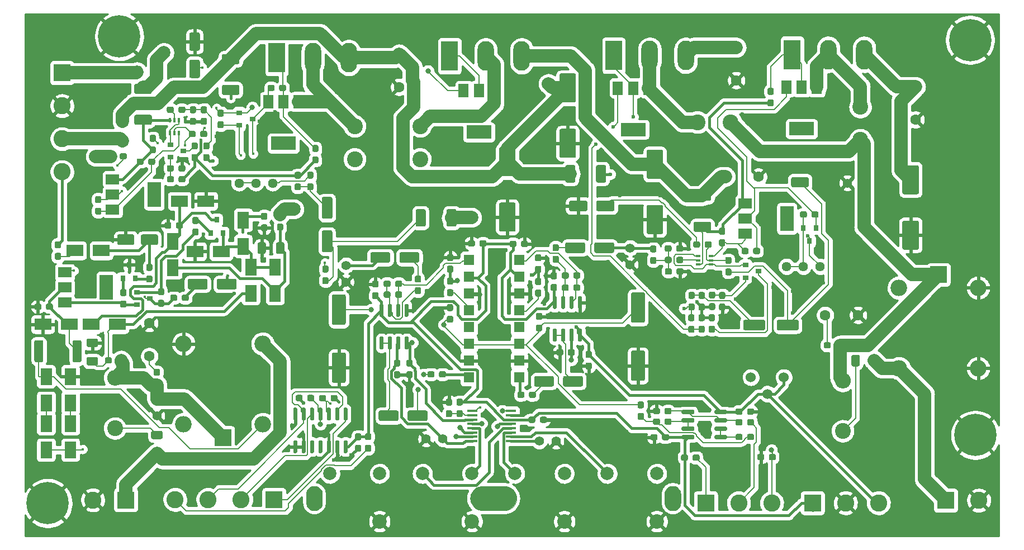
<source format=gbr>
%TF.GenerationSoftware,KiCad,Pcbnew,(5.99.0-1346-gf663f199b)*%
%TF.CreationDate,2020-04-22T12:45:50-04:00*%
%TF.ProjectId,AAMB,41414d42-2e6b-4696-9361-645f70636258,rev?*%
%TF.SameCoordinates,Original*%
%TF.FileFunction,Copper,L1,Top*%
%TF.FilePolarity,Positive*%
%FSLAX46Y46*%
G04 Gerber Fmt 4.6, Leading zero omitted, Abs format (unit mm)*
G04 Created by KiCad (PCBNEW (5.99.0-1346-gf663f199b)) date 2020-04-22 12:45:50*
%MOMM*%
%LPD*%
G01*
G04 APERTURE LIST*
%TA.AperFunction,EtchedComponent*%
%ADD10C,0.100000*%
%TD*%
%TA.AperFunction,ComponentPad*%
%ADD11C,6.400000*%
%TD*%
%TA.AperFunction,SMDPad,CuDef*%
%ADD12R,1.600000X1.600000*%
%TD*%
%TA.AperFunction,ComponentPad*%
%ADD13C,2.600000*%
%TD*%
%TA.AperFunction,ComponentPad*%
%ADD14R,2.600000X2.600000*%
%TD*%
%TA.AperFunction,ComponentPad*%
%ADD15O,2.500000X2.500000*%
%TD*%
%TA.AperFunction,ComponentPad*%
%ADD16R,2.500000X2.500000*%
%TD*%
%TA.AperFunction,ComponentPad*%
%ADD17C,1.440000*%
%TD*%
%TA.AperFunction,ComponentPad*%
%ADD18C,2.200000*%
%TD*%
%TA.AperFunction,ComponentPad*%
%ADD19C,2.000000*%
%TD*%
%TA.AperFunction,ViaPad*%
%ADD20C,2.400000*%
%TD*%
%TA.AperFunction,ViaPad*%
%ADD21C,3.700000*%
%TD*%
%TA.AperFunction,ComponentPad*%
%ADD22C,1.524000*%
%TD*%
%TA.AperFunction,ComponentPad*%
%ADD23O,2.400000X2.400000*%
%TD*%
%TA.AperFunction,ComponentPad*%
%ADD24C,2.400000*%
%TD*%
%TA.AperFunction,SMDPad,CuDef*%
%ADD25R,0.800000X0.900000*%
%TD*%
%TA.AperFunction,SMDPad,CuDef*%
%ADD26R,1.500000X2.000000*%
%TD*%
%TA.AperFunction,SMDPad,CuDef*%
%ADD27R,3.800000X2.000000*%
%TD*%
%TA.AperFunction,SMDPad,CuDef*%
%ADD28R,2.000000X1.500000*%
%TD*%
%TA.AperFunction,SMDPad,CuDef*%
%ADD29R,2.000000X3.800000*%
%TD*%
%TA.AperFunction,SMDPad,CuDef*%
%ADD30R,0.900000X0.800000*%
%TD*%
%TA.AperFunction,SMDPad,CuDef*%
%ADD31R,0.650000X0.400000*%
%TD*%
%TA.AperFunction,SMDPad,CuDef*%
%ADD32R,0.400000X0.650000*%
%TD*%
%TA.AperFunction,SMDPad,CuDef*%
%ADD33R,1.800000X2.500000*%
%TD*%
%TA.AperFunction,SMDPad,CuDef*%
%ADD34R,2.500000X1.800000*%
%TD*%
%TA.AperFunction,ComponentPad*%
%ADD35R,2.500000X4.500000*%
%TD*%
%TA.AperFunction,ComponentPad*%
%ADD36O,2.500000X4.500000*%
%TD*%
%TA.AperFunction,ComponentPad*%
%ADD37C,1.600000*%
%TD*%
%TA.AperFunction,SMDPad,CuDef*%
%ADD38R,1.500000X0.450000*%
%TD*%
%TA.AperFunction,ComponentPad*%
%ADD39C,1.400000*%
%TD*%
%TA.AperFunction,ViaPad*%
%ADD40C,0.800000*%
%TD*%
%TA.AperFunction,ViaPad*%
%ADD41C,0.400000*%
%TD*%
%TA.AperFunction,ViaPad*%
%ADD42C,0.600000*%
%TD*%
%TA.AperFunction,ViaPad*%
%ADD43C,2.000000*%
%TD*%
%TA.AperFunction,Conductor*%
%ADD44C,2.000000*%
%TD*%
%TA.AperFunction,Conductor*%
%ADD45C,0.400000*%
%TD*%
%TA.AperFunction,Conductor*%
%ADD46C,0.200000*%
%TD*%
%TA.AperFunction,Conductor*%
%ADD47C,0.254000*%
%TD*%
G04 APERTURE END LIST*
G36*
X141308800Y-118314800D02*
G01*
X141590800Y-118381800D01*
X141858800Y-118493800D01*
X142106800Y-118644800D01*
X142326800Y-118833800D01*
X142515800Y-119053800D01*
X142666800Y-119301800D01*
X142778800Y-119569800D01*
X142845800Y-119851800D01*
X142868800Y-120140800D01*
X142845800Y-120429800D01*
X142778800Y-120711800D01*
X142666800Y-120979800D01*
X142515800Y-121227800D01*
X142326800Y-121447800D01*
X142106800Y-121636800D01*
X141858800Y-121787800D01*
X141590800Y-121899800D01*
X141308800Y-121966800D01*
X141019800Y-121989800D01*
X137719800Y-121989800D01*
X137430800Y-121966800D01*
X137148800Y-121899800D01*
X136880800Y-121787800D01*
X136632800Y-121636800D01*
X136412800Y-121447800D01*
X136223800Y-121227800D01*
X136072800Y-120979800D01*
X135960800Y-120711800D01*
X135893800Y-120429800D01*
X135870800Y-120140800D01*
X135893800Y-119851800D01*
X135960800Y-119569800D01*
X136072800Y-119301800D01*
X136223800Y-119053800D01*
X136412800Y-118833800D01*
X136632800Y-118644800D01*
X136880800Y-118493800D01*
X137148800Y-118381800D01*
X137430800Y-118314800D01*
X137719800Y-118291800D01*
X141019800Y-118291800D01*
X141308800Y-118314800D01*
G37*
D10*
X141308800Y-118314800D02*
X141590800Y-118381800D01*
X141858800Y-118493800D01*
X142106800Y-118644800D01*
X142326800Y-118833800D01*
X142515800Y-119053800D01*
X142666800Y-119301800D01*
X142778800Y-119569800D01*
X142845800Y-119851800D01*
X142868800Y-120140800D01*
X142845800Y-120429800D01*
X142778800Y-120711800D01*
X142666800Y-120979800D01*
X142515800Y-121227800D01*
X142326800Y-121447800D01*
X142106800Y-121636800D01*
X141858800Y-121787800D01*
X141590800Y-121899800D01*
X141308800Y-121966800D01*
X141019800Y-121989800D01*
X137719800Y-121989800D01*
X137430800Y-121966800D01*
X137148800Y-121899800D01*
X136880800Y-121787800D01*
X136632800Y-121636800D01*
X136412800Y-121447800D01*
X136223800Y-121227800D01*
X136072800Y-120979800D01*
X135960800Y-120711800D01*
X135893800Y-120429800D01*
X135870800Y-120140800D01*
X135893800Y-119851800D01*
X135960800Y-119569800D01*
X136072800Y-119301800D01*
X136223800Y-119053800D01*
X136412800Y-118833800D01*
X136632800Y-118644800D01*
X136880800Y-118493800D01*
X137148800Y-118381800D01*
X137430800Y-118314800D01*
X137719800Y-118291800D01*
X141019800Y-118291800D01*
X141308800Y-118314800D01*
G36*
X112407800Y-118306800D02*
G01*
X112590800Y-118350800D01*
X112763800Y-118422800D01*
X112924800Y-118520800D01*
X113067800Y-118642800D01*
X113189800Y-118785800D01*
X113287800Y-118946800D01*
X113359800Y-119119800D01*
X113403800Y-119302800D01*
X113418800Y-119490800D01*
X113418800Y-120790800D01*
X113403800Y-120978800D01*
X113359800Y-121161800D01*
X113287800Y-121334800D01*
X113189800Y-121495800D01*
X113067800Y-121638800D01*
X112924800Y-121760800D01*
X112763800Y-121858800D01*
X112590800Y-121930800D01*
X112407800Y-121974800D01*
X112219800Y-121989800D01*
X112031800Y-121974800D01*
X111848800Y-121930800D01*
X111675800Y-121858800D01*
X111514800Y-121760800D01*
X111371800Y-121638800D01*
X111249800Y-121495800D01*
X111151800Y-121334800D01*
X111079800Y-121161800D01*
X111035800Y-120978800D01*
X111020800Y-120790800D01*
X111020800Y-119490800D01*
X111035800Y-119302800D01*
X111079800Y-119119800D01*
X111151800Y-118946800D01*
X111249800Y-118785800D01*
X111371800Y-118642800D01*
X111514800Y-118520800D01*
X111675800Y-118422800D01*
X111848800Y-118350800D01*
X112031800Y-118306800D01*
X112219800Y-118291800D01*
X112407800Y-118306800D01*
G37*
X112407800Y-118306800D02*
X112590800Y-118350800D01*
X112763800Y-118422800D01*
X112924800Y-118520800D01*
X113067800Y-118642800D01*
X113189800Y-118785800D01*
X113287800Y-118946800D01*
X113359800Y-119119800D01*
X113403800Y-119302800D01*
X113418800Y-119490800D01*
X113418800Y-120790800D01*
X113403800Y-120978800D01*
X113359800Y-121161800D01*
X113287800Y-121334800D01*
X113189800Y-121495800D01*
X113067800Y-121638800D01*
X112924800Y-121760800D01*
X112763800Y-121858800D01*
X112590800Y-121930800D01*
X112407800Y-121974800D01*
X112219800Y-121989800D01*
X112031800Y-121974800D01*
X111848800Y-121930800D01*
X111675800Y-121858800D01*
X111514800Y-121760800D01*
X111371800Y-121638800D01*
X111249800Y-121495800D01*
X111151800Y-121334800D01*
X111079800Y-121161800D01*
X111035800Y-120978800D01*
X111020800Y-120790800D01*
X111020800Y-119490800D01*
X111035800Y-119302800D01*
X111079800Y-119119800D01*
X111151800Y-118946800D01*
X111249800Y-118785800D01*
X111371800Y-118642800D01*
X111514800Y-118520800D01*
X111675800Y-118422800D01*
X111848800Y-118350800D01*
X112031800Y-118306800D01*
X112219800Y-118291800D01*
X112407800Y-118306800D01*
G36*
X166707800Y-118306800D02*
G01*
X166890800Y-118350800D01*
X167063800Y-118422800D01*
X167224800Y-118520800D01*
X167367800Y-118642800D01*
X167489800Y-118785800D01*
X167587800Y-118946800D01*
X167659800Y-119119800D01*
X167703800Y-119302800D01*
X167718800Y-119490800D01*
X167718800Y-120790800D01*
X167703800Y-120978800D01*
X167659800Y-121161800D01*
X167587800Y-121334800D01*
X167489800Y-121495800D01*
X167367800Y-121638800D01*
X167224800Y-121760800D01*
X167063800Y-121858800D01*
X166890800Y-121930800D01*
X166707800Y-121974800D01*
X166519800Y-121989800D01*
X166331800Y-121974800D01*
X166148800Y-121930800D01*
X165975800Y-121858800D01*
X165814800Y-121760800D01*
X165671800Y-121638800D01*
X165549800Y-121495800D01*
X165451800Y-121334800D01*
X165379800Y-121161800D01*
X165335800Y-120978800D01*
X165320800Y-120790800D01*
X165320800Y-119490800D01*
X165335800Y-119302800D01*
X165379800Y-119119800D01*
X165451800Y-118946800D01*
X165549800Y-118785800D01*
X165671800Y-118642800D01*
X165814800Y-118520800D01*
X165975800Y-118422800D01*
X166148800Y-118350800D01*
X166331800Y-118306800D01*
X166519800Y-118291800D01*
X166707800Y-118306800D01*
G37*
X166707800Y-118306800D02*
X166890800Y-118350800D01*
X167063800Y-118422800D01*
X167224800Y-118520800D01*
X167367800Y-118642800D01*
X167489800Y-118785800D01*
X167587800Y-118946800D01*
X167659800Y-119119800D01*
X167703800Y-119302800D01*
X167718800Y-119490800D01*
X167718800Y-120790800D01*
X167703800Y-120978800D01*
X167659800Y-121161800D01*
X167587800Y-121334800D01*
X167489800Y-121495800D01*
X167367800Y-121638800D01*
X167224800Y-121760800D01*
X167063800Y-121858800D01*
X166890800Y-121930800D01*
X166707800Y-121974800D01*
X166519800Y-121989800D01*
X166331800Y-121974800D01*
X166148800Y-121930800D01*
X165975800Y-121858800D01*
X165814800Y-121760800D01*
X165671800Y-121638800D01*
X165549800Y-121495800D01*
X165451800Y-121334800D01*
X165379800Y-121161800D01*
X165335800Y-120978800D01*
X165320800Y-120790800D01*
X165320800Y-119490800D01*
X165335800Y-119302800D01*
X165379800Y-119119800D01*
X165451800Y-118946800D01*
X165549800Y-118785800D01*
X165671800Y-118642800D01*
X165814800Y-118520800D01*
X165975800Y-118422800D01*
X166148800Y-118350800D01*
X166331800Y-118306800D01*
X166519800Y-118291800D01*
X166707800Y-118306800D01*
D11*
X71866760Y-120881140D03*
X82697320Y-50162460D03*
X212369400Y-110566200D03*
X211582000Y-50716180D03*
D12*
X135669020Y-101836220D03*
X143289020Y-84056220D03*
X135669020Y-99296220D03*
X143289020Y-86596220D03*
X135669020Y-96756220D03*
X143289020Y-89136220D03*
X135669020Y-94216220D03*
X143289020Y-91676220D03*
X135669020Y-91676220D03*
X143289020Y-94216220D03*
X135669020Y-89136220D03*
X143289020Y-96756220D03*
X135669020Y-86596220D03*
X143289020Y-99296220D03*
X135669020Y-84056220D03*
X143289020Y-101836220D03*
%TA.AperFunction,SMDPad,CuDef*%
G36*
G01*
X148816200Y-91447720D02*
X148516200Y-91447720D01*
G75*
G02*
X148366200Y-91297720I0J150000D01*
G01*
X148366200Y-89647720D01*
G75*
G02*
X148516200Y-89497720I150000J0D01*
G01*
X148816200Y-89497720D01*
G75*
G02*
X148966200Y-89647720I0J-150000D01*
G01*
X148966200Y-91297720D01*
G75*
G02*
X148816200Y-91447720I-150000J0D01*
G01*
G37*
%TD.AperFunction*%
%TA.AperFunction,SMDPad,CuDef*%
G36*
G01*
X150086200Y-91447720D02*
X149786200Y-91447720D01*
G75*
G02*
X149636200Y-91297720I0J150000D01*
G01*
X149636200Y-89647720D01*
G75*
G02*
X149786200Y-89497720I150000J0D01*
G01*
X150086200Y-89497720D01*
G75*
G02*
X150236200Y-89647720I0J-150000D01*
G01*
X150236200Y-91297720D01*
G75*
G02*
X150086200Y-91447720I-150000J0D01*
G01*
G37*
%TD.AperFunction*%
%TA.AperFunction,SMDPad,CuDef*%
G36*
G01*
X151356200Y-91447720D02*
X151056200Y-91447720D01*
G75*
G02*
X150906200Y-91297720I0J150000D01*
G01*
X150906200Y-89647720D01*
G75*
G02*
X151056200Y-89497720I150000J0D01*
G01*
X151356200Y-89497720D01*
G75*
G02*
X151506200Y-89647720I0J-150000D01*
G01*
X151506200Y-91297720D01*
G75*
G02*
X151356200Y-91447720I-150000J0D01*
G01*
G37*
%TD.AperFunction*%
%TA.AperFunction,SMDPad,CuDef*%
G36*
G01*
X152626200Y-91447720D02*
X152326200Y-91447720D01*
G75*
G02*
X152176200Y-91297720I0J150000D01*
G01*
X152176200Y-89647720D01*
G75*
G02*
X152326200Y-89497720I150000J0D01*
G01*
X152626200Y-89497720D01*
G75*
G02*
X152776200Y-89647720I0J-150000D01*
G01*
X152776200Y-91297720D01*
G75*
G02*
X152626200Y-91447720I-150000J0D01*
G01*
G37*
%TD.AperFunction*%
%TA.AperFunction,SMDPad,CuDef*%
G36*
G01*
X152626200Y-96397720D02*
X152326200Y-96397720D01*
G75*
G02*
X152176200Y-96247720I0J150000D01*
G01*
X152176200Y-94597720D01*
G75*
G02*
X152326200Y-94447720I150000J0D01*
G01*
X152626200Y-94447720D01*
G75*
G02*
X152776200Y-94597720I0J-150000D01*
G01*
X152776200Y-96247720D01*
G75*
G02*
X152626200Y-96397720I-150000J0D01*
G01*
G37*
%TD.AperFunction*%
%TA.AperFunction,SMDPad,CuDef*%
G36*
G01*
X151356200Y-96397720D02*
X151056200Y-96397720D01*
G75*
G02*
X150906200Y-96247720I0J150000D01*
G01*
X150906200Y-94597720D01*
G75*
G02*
X151056200Y-94447720I150000J0D01*
G01*
X151356200Y-94447720D01*
G75*
G02*
X151506200Y-94597720I0J-150000D01*
G01*
X151506200Y-96247720D01*
G75*
G02*
X151356200Y-96397720I-150000J0D01*
G01*
G37*
%TD.AperFunction*%
%TA.AperFunction,SMDPad,CuDef*%
G36*
G01*
X150086200Y-96397720D02*
X149786200Y-96397720D01*
G75*
G02*
X149636200Y-96247720I0J150000D01*
G01*
X149636200Y-94597720D01*
G75*
G02*
X149786200Y-94447720I150000J0D01*
G01*
X150086200Y-94447720D01*
G75*
G02*
X150236200Y-94597720I0J-150000D01*
G01*
X150236200Y-96247720D01*
G75*
G02*
X150086200Y-96397720I-150000J0D01*
G01*
G37*
%TD.AperFunction*%
%TA.AperFunction,SMDPad,CuDef*%
G36*
G01*
X148816200Y-96397720D02*
X148516200Y-96397720D01*
G75*
G02*
X148366200Y-96247720I0J150000D01*
G01*
X148366200Y-94597720D01*
G75*
G02*
X148516200Y-94447720I150000J0D01*
G01*
X148816200Y-94447720D01*
G75*
G02*
X148966200Y-94597720I0J-150000D01*
G01*
X148966200Y-96247720D01*
G75*
G02*
X148816200Y-96397720I-150000J0D01*
G01*
G37*
%TD.AperFunction*%
D13*
X212899000Y-120459500D03*
D14*
X207899000Y-120459500D03*
D15*
X212804260Y-88245700D03*
X212804260Y-100445700D03*
X200804260Y-100445700D03*
X200804260Y-88245700D03*
D16*
X206804260Y-86245700D03*
X98425000Y-110934500D03*
D15*
X104425000Y-108934500D03*
X104425000Y-96734500D03*
X92425000Y-96734500D03*
X92425000Y-108934500D03*
D17*
X188849000Y-85026500D03*
X186309000Y-85026500D03*
X183769000Y-85026500D03*
X105918000Y-72390000D03*
X103378000Y-72390000D03*
X100838000Y-72390000D03*
D14*
X83693000Y-120396000D03*
D13*
X78693000Y-120396000D03*
D14*
X74041000Y-55689500D03*
D13*
X74041000Y-60689500D03*
X74041000Y-65689500D03*
X74041000Y-70689500D03*
X91139000Y-120332500D03*
X96139000Y-120332500D03*
X101139000Y-120332500D03*
D14*
X106139000Y-120332500D03*
%TA.AperFunction,SMDPad,CuDef*%
G36*
G01*
X161928820Y-106511640D02*
X161453820Y-106511640D01*
G75*
G02*
X161216320Y-106274140I0J237500D01*
G01*
X161216320Y-105699140D01*
G75*
G02*
X161453820Y-105461640I237500J0D01*
G01*
X161928820Y-105461640D01*
G75*
G02*
X162166320Y-105699140I0J-237500D01*
G01*
X162166320Y-106274140D01*
G75*
G02*
X161928820Y-106511640I-237500J0D01*
G01*
G37*
%TD.AperFunction*%
%TA.AperFunction,SMDPad,CuDef*%
G36*
G01*
X161928820Y-108261640D02*
X161453820Y-108261640D01*
G75*
G02*
X161216320Y-108024140I0J237500D01*
G01*
X161216320Y-107449140D01*
G75*
G02*
X161453820Y-107211640I237500J0D01*
G01*
X161928820Y-107211640D01*
G75*
G02*
X162166320Y-107449140I0J-237500D01*
G01*
X162166320Y-108024140D01*
G75*
G02*
X161928820Y-108261640I-237500J0D01*
G01*
G37*
%TD.AperFunction*%
%TA.AperFunction,SMDPad,CuDef*%
G36*
G01*
X115151000Y-89248500D02*
X116751000Y-89248500D01*
G75*
G02*
X117001000Y-89498500I0J-250000D01*
G01*
X117001000Y-93598500D01*
G75*
G02*
X116751000Y-93848500I-250000J0D01*
G01*
X115151000Y-93848500D01*
G75*
G02*
X114901000Y-93598500I0J250000D01*
G01*
X114901000Y-89498500D01*
G75*
G02*
X115151000Y-89248500I250000J0D01*
G01*
G37*
%TD.AperFunction*%
%TA.AperFunction,SMDPad,CuDef*%
G36*
G01*
X115151000Y-98048500D02*
X116751000Y-98048500D01*
G75*
G02*
X117001000Y-98298500I0J-250000D01*
G01*
X117001000Y-102398500D01*
G75*
G02*
X116751000Y-102648500I-250000J0D01*
G01*
X115151000Y-102648500D01*
G75*
G02*
X114901000Y-102398500I0J250000D01*
G01*
X114901000Y-98298500D01*
G75*
G02*
X115151000Y-98048500I250000J0D01*
G01*
G37*
%TD.AperFunction*%
D18*
X150119800Y-123640800D03*
X136119800Y-123640800D03*
X122119800Y-123640800D03*
X164119800Y-123640800D03*
D19*
X150119800Y-116390800D03*
X142619800Y-116390800D03*
X136119800Y-116390800D03*
X128619800Y-116390800D03*
X122119800Y-116390800D03*
X114619800Y-116390800D03*
X164119800Y-116390800D03*
X156619800Y-116390800D03*
D20*
X166519800Y-120140800D03*
X112219800Y-120140800D03*
D21*
X139369800Y-120140800D03*
D22*
X183363000Y-101822500D03*
X180863000Y-104322500D03*
X178363000Y-101822500D03*
D14*
X187706000Y-120840500D03*
D13*
X192706000Y-120840500D03*
X197706000Y-120840500D03*
X181530000Y-120840500D03*
X176530000Y-120840500D03*
D14*
X171530000Y-120840500D03*
%TA.AperFunction,SMDPad,CuDef*%
G36*
G01*
X126896500Y-100191500D02*
X126421500Y-100191500D01*
G75*
G02*
X126184000Y-99954000I0J237500D01*
G01*
X126184000Y-99379000D01*
G75*
G02*
X126421500Y-99141500I237500J0D01*
G01*
X126896500Y-99141500D01*
G75*
G02*
X127134000Y-99379000I0J-237500D01*
G01*
X127134000Y-99954000D01*
G75*
G02*
X126896500Y-100191500I-237500J0D01*
G01*
G37*
%TD.AperFunction*%
%TA.AperFunction,SMDPad,CuDef*%
G36*
G01*
X126896500Y-101941500D02*
X126421500Y-101941500D01*
G75*
G02*
X126184000Y-101704000I0J237500D01*
G01*
X126184000Y-101129000D01*
G75*
G02*
X126421500Y-100891500I237500J0D01*
G01*
X126896500Y-100891500D01*
G75*
G02*
X127134000Y-101129000I0J-237500D01*
G01*
X127134000Y-101704000D01*
G75*
G02*
X126896500Y-101941500I-237500J0D01*
G01*
G37*
%TD.AperFunction*%
%TA.AperFunction,SMDPad,CuDef*%
G36*
G01*
X121726500Y-88216500D02*
X121251500Y-88216500D01*
G75*
G02*
X121014000Y-87979000I0J237500D01*
G01*
X121014000Y-87404000D01*
G75*
G02*
X121251500Y-87166500I237500J0D01*
G01*
X121726500Y-87166500D01*
G75*
G02*
X121964000Y-87404000I0J-237500D01*
G01*
X121964000Y-87979000D01*
G75*
G02*
X121726500Y-88216500I-237500J0D01*
G01*
G37*
%TD.AperFunction*%
%TA.AperFunction,SMDPad,CuDef*%
G36*
G01*
X121726500Y-89966500D02*
X121251500Y-89966500D01*
G75*
G02*
X121014000Y-89729000I0J237500D01*
G01*
X121014000Y-89154000D01*
G75*
G02*
X121251500Y-88916500I237500J0D01*
G01*
X121726500Y-88916500D01*
G75*
G02*
X121964000Y-89154000I0J-237500D01*
G01*
X121964000Y-89729000D01*
G75*
G02*
X121726500Y-89966500I-237500J0D01*
G01*
G37*
%TD.AperFunction*%
%TA.AperFunction,SMDPad,CuDef*%
G36*
G01*
X83810000Y-63768000D02*
X82560000Y-63768000D01*
G75*
G02*
X82310000Y-63518000I0J250000D01*
G01*
X82310000Y-62593000D01*
G75*
G02*
X82560000Y-62343000I250000J0D01*
G01*
X83810000Y-62343000D01*
G75*
G02*
X84060000Y-62593000I0J-250000D01*
G01*
X84060000Y-63518000D01*
G75*
G02*
X83810000Y-63768000I-250000J0D01*
G01*
G37*
%TD.AperFunction*%
%TA.AperFunction,SMDPad,CuDef*%
G36*
G01*
X83810000Y-66743000D02*
X82560000Y-66743000D01*
G75*
G02*
X82310000Y-66493000I0J250000D01*
G01*
X82310000Y-65568000D01*
G75*
G02*
X82560000Y-65318000I250000J0D01*
G01*
X83810000Y-65318000D01*
G75*
G02*
X84060000Y-65568000I0J-250000D01*
G01*
X84060000Y-66493000D01*
G75*
G02*
X83810000Y-66743000I-250000J0D01*
G01*
G37*
%TD.AperFunction*%
%TA.AperFunction,SMDPad,CuDef*%
G36*
G01*
X87643000Y-56187500D02*
X87643000Y-54937500D01*
G75*
G02*
X87893000Y-54687500I250000J0D01*
G01*
X88818000Y-54687500D01*
G75*
G02*
X89068000Y-54937500I0J-250000D01*
G01*
X89068000Y-56187500D01*
G75*
G02*
X88818000Y-56437500I-250000J0D01*
G01*
X87893000Y-56437500D01*
G75*
G02*
X87643000Y-56187500I0J250000D01*
G01*
G37*
%TD.AperFunction*%
%TA.AperFunction,SMDPad,CuDef*%
G36*
G01*
X84668000Y-56187500D02*
X84668000Y-54937500D01*
G75*
G02*
X84918000Y-54687500I250000J0D01*
G01*
X85843000Y-54687500D01*
G75*
G02*
X86093000Y-54937500I0J-250000D01*
G01*
X86093000Y-56187500D01*
G75*
G02*
X85843000Y-56437500I-250000J0D01*
G01*
X84918000Y-56437500D01*
G75*
G02*
X84668000Y-56187500I0J250000D01*
G01*
G37*
%TD.AperFunction*%
D23*
X192283000Y-102332500D03*
D24*
X192283000Y-109952500D03*
D23*
X82042000Y-101917500D03*
D24*
X82042000Y-109537500D03*
%TA.AperFunction,SMDPad,CuDef*%
G36*
G01*
X75631000Y-99278501D02*
X75631000Y-96428499D01*
G75*
G02*
X75880999Y-96178500I249999J0D01*
G01*
X76731001Y-96178500D01*
G75*
G02*
X76981000Y-96428499I0J-249999D01*
G01*
X76981000Y-99278501D01*
G75*
G02*
X76731001Y-99528500I-249999J0D01*
G01*
X75880999Y-99528500D01*
G75*
G02*
X75631000Y-99278501I0J249999D01*
G01*
G37*
%TD.AperFunction*%
%TA.AperFunction,SMDPad,CuDef*%
G36*
G01*
X69831000Y-99278501D02*
X69831000Y-96428499D01*
G75*
G02*
X70080999Y-96178500I249999J0D01*
G01*
X70931001Y-96178500D01*
G75*
G02*
X71181000Y-96428499I0J-249999D01*
G01*
X71181000Y-99278501D01*
G75*
G02*
X70931001Y-99528500I-249999J0D01*
G01*
X70080999Y-99528500D01*
G75*
G02*
X69831000Y-99278501I0J249999D01*
G01*
G37*
%TD.AperFunction*%
X175307000Y-63182500D03*
X170307000Y-63182500D03*
X194945000Y-65849500D03*
X194945000Y-60849500D03*
X118364000Y-68770500D03*
X118364000Y-63770500D03*
X128270000Y-68770500D03*
X128270000Y-63770500D03*
D25*
X187264000Y-81184500D03*
X186314000Y-79184500D03*
X188214000Y-79184500D03*
D26*
X162828000Y-58000500D03*
X158228000Y-58000500D03*
X160528000Y-58000500D03*
D27*
X160528000Y-64300500D03*
D26*
X188355000Y-57873500D03*
X183755000Y-57873500D03*
X186055000Y-57873500D03*
D27*
X186055000Y-64173500D03*
D28*
X177533000Y-75462500D03*
X177533000Y-80062500D03*
X177533000Y-77762500D03*
D29*
X183833000Y-77762500D03*
D30*
X179543000Y-85752500D03*
X177543000Y-86702500D03*
X177543000Y-84802500D03*
X102870000Y-62674500D03*
X100870000Y-63624500D03*
X100870000Y-61724500D03*
D26*
X109869000Y-60057500D03*
X105269000Y-60057500D03*
X107569000Y-60057500D03*
D27*
X107569000Y-66357500D03*
D26*
X139460000Y-58381500D03*
X134860000Y-58381500D03*
X137160000Y-58381500D03*
D27*
X137160000Y-64681500D03*
D28*
X81686000Y-71804500D03*
X81686000Y-76404500D03*
X81686000Y-74104500D03*
D29*
X87986000Y-74104500D03*
D30*
X92440000Y-67500500D03*
X90440000Y-68450500D03*
X90440000Y-66550500D03*
D28*
X74447000Y-85901500D03*
X74447000Y-90501500D03*
X74447000Y-88201500D03*
D29*
X80747000Y-88201500D03*
D25*
X84201000Y-84788500D03*
X85151000Y-86788500D03*
X83251000Y-86788500D03*
X97475000Y-77946500D03*
X98425000Y-79946500D03*
X96525000Y-79946500D03*
D31*
X170403000Y-84742500D03*
X170403000Y-83442500D03*
X172303000Y-84092500D03*
X170403000Y-84092500D03*
X172303000Y-83442500D03*
X172303000Y-84742500D03*
D32*
X90409000Y-62867500D03*
X91709000Y-62867500D03*
X91059000Y-64767500D03*
X91059000Y-62867500D03*
X91709000Y-64767500D03*
X90409000Y-64767500D03*
D30*
X87360000Y-89852500D03*
X85360000Y-90802500D03*
X85360000Y-88902500D03*
%TA.AperFunction,SMDPad,CuDef*%
G36*
G01*
X172730500Y-89877500D02*
X172255500Y-89877500D01*
G75*
G02*
X172018000Y-89640000I0J237500D01*
G01*
X172018000Y-89065000D01*
G75*
G02*
X172255500Y-88827500I237500J0D01*
G01*
X172730500Y-88827500D01*
G75*
G02*
X172968000Y-89065000I0J-237500D01*
G01*
X172968000Y-89640000D01*
G75*
G02*
X172730500Y-89877500I-237500J0D01*
G01*
G37*
%TD.AperFunction*%
%TA.AperFunction,SMDPad,CuDef*%
G36*
G01*
X172730500Y-91627500D02*
X172255500Y-91627500D01*
G75*
G02*
X172018000Y-91390000I0J237500D01*
G01*
X172018000Y-90815000D01*
G75*
G02*
X172255500Y-90577500I237500J0D01*
G01*
X172730500Y-90577500D01*
G75*
G02*
X172968000Y-90815000I0J-237500D01*
G01*
X172968000Y-91390000D01*
G75*
G02*
X172730500Y-91627500I-237500J0D01*
G01*
G37*
%TD.AperFunction*%
%TA.AperFunction,SMDPad,CuDef*%
G36*
G01*
X90977000Y-71581000D02*
X90977000Y-72056000D01*
G75*
G02*
X90739500Y-72293500I-237500J0D01*
G01*
X90164500Y-72293500D01*
G75*
G02*
X89927000Y-72056000I0J237500D01*
G01*
X89927000Y-71581000D01*
G75*
G02*
X90164500Y-71343500I237500J0D01*
G01*
X90739500Y-71343500D01*
G75*
G02*
X90977000Y-71581000I0J-237500D01*
G01*
G37*
%TD.AperFunction*%
%TA.AperFunction,SMDPad,CuDef*%
G36*
G01*
X92727000Y-71581000D02*
X92727000Y-72056000D01*
G75*
G02*
X92489500Y-72293500I-237500J0D01*
G01*
X91914500Y-72293500D01*
G75*
G02*
X91677000Y-72056000I0J237500D01*
G01*
X91677000Y-71581000D01*
G75*
G02*
X91914500Y-71343500I237500J0D01*
G01*
X92489500Y-71343500D01*
G75*
G02*
X92727000Y-71581000I0J-237500D01*
G01*
G37*
%TD.AperFunction*%
%TA.AperFunction,SMDPad,CuDef*%
G36*
G01*
X88789500Y-90075500D02*
X89264500Y-90075500D01*
G75*
G02*
X89502000Y-90313000I0J-237500D01*
G01*
X89502000Y-90888000D01*
G75*
G02*
X89264500Y-91125500I-237500J0D01*
G01*
X88789500Y-91125500D01*
G75*
G02*
X88552000Y-90888000I0J237500D01*
G01*
X88552000Y-90313000D01*
G75*
G02*
X88789500Y-90075500I237500J0D01*
G01*
G37*
%TD.AperFunction*%
%TA.AperFunction,SMDPad,CuDef*%
G36*
G01*
X88789500Y-88325500D02*
X89264500Y-88325500D01*
G75*
G02*
X89502000Y-88563000I0J-237500D01*
G01*
X89502000Y-89138000D01*
G75*
G02*
X89264500Y-89375500I-237500J0D01*
G01*
X88789500Y-89375500D01*
G75*
G02*
X88552000Y-89138000I0J237500D01*
G01*
X88552000Y-88563000D01*
G75*
G02*
X88789500Y-88325500I237500J0D01*
G01*
G37*
%TD.AperFunction*%
%TA.AperFunction,SMDPad,CuDef*%
G36*
G01*
X142478000Y-71342500D02*
X140478000Y-71342500D01*
G75*
G02*
X140228000Y-71092500I0J250000D01*
G01*
X140228000Y-67192500D01*
G75*
G02*
X140478000Y-66942500I250000J0D01*
G01*
X142478000Y-66942500D01*
G75*
G02*
X142728000Y-67192500I0J-250000D01*
G01*
X142728000Y-71092500D01*
G75*
G02*
X142478000Y-71342500I-250000J0D01*
G01*
G37*
%TD.AperFunction*%
%TA.AperFunction,SMDPad,CuDef*%
G36*
G01*
X142478000Y-79742500D02*
X140478000Y-79742500D01*
G75*
G02*
X140228000Y-79492500I0J250000D01*
G01*
X140228000Y-75592500D01*
G75*
G02*
X140478000Y-75342500I250000J0D01*
G01*
X142478000Y-75342500D01*
G75*
G02*
X142728000Y-75592500I0J-250000D01*
G01*
X142728000Y-79492500D01*
G75*
G02*
X142478000Y-79742500I-250000J0D01*
G01*
G37*
%TD.AperFunction*%
%TA.AperFunction,SMDPad,CuDef*%
G36*
G01*
X201565000Y-78082000D02*
X203565000Y-78082000D01*
G75*
G02*
X203815000Y-78332000I0J-250000D01*
G01*
X203815000Y-82232000D01*
G75*
G02*
X203565000Y-82482000I-250000J0D01*
G01*
X201565000Y-82482000D01*
G75*
G02*
X201315000Y-82232000I0J250000D01*
G01*
X201315000Y-78332000D01*
G75*
G02*
X201565000Y-78082000I250000J0D01*
G01*
G37*
%TD.AperFunction*%
%TA.AperFunction,SMDPad,CuDef*%
G36*
G01*
X201565000Y-69682000D02*
X203565000Y-69682000D01*
G75*
G02*
X203815000Y-69932000I0J-250000D01*
G01*
X203815000Y-73832000D01*
G75*
G02*
X203565000Y-74082000I-250000J0D01*
G01*
X201565000Y-74082000D01*
G75*
G02*
X201315000Y-73832000I0J250000D01*
G01*
X201315000Y-69932000D01*
G75*
G02*
X201565000Y-69682000I250000J0D01*
G01*
G37*
%TD.AperFunction*%
%TA.AperFunction,SMDPad,CuDef*%
G36*
G01*
X169115500Y-94017500D02*
X169590500Y-94017500D01*
G75*
G02*
X169828000Y-94255000I0J-237500D01*
G01*
X169828000Y-94830000D01*
G75*
G02*
X169590500Y-95067500I-237500J0D01*
G01*
X169115500Y-95067500D01*
G75*
G02*
X168878000Y-94830000I0J237500D01*
G01*
X168878000Y-94255000D01*
G75*
G02*
X169115500Y-94017500I237500J0D01*
G01*
G37*
%TD.AperFunction*%
%TA.AperFunction,SMDPad,CuDef*%
G36*
G01*
X169115500Y-92267500D02*
X169590500Y-92267500D01*
G75*
G02*
X169828000Y-92505000I0J-237500D01*
G01*
X169828000Y-93080000D01*
G75*
G02*
X169590500Y-93317500I-237500J0D01*
G01*
X169115500Y-93317500D01*
G75*
G02*
X168878000Y-93080000I0J237500D01*
G01*
X168878000Y-92505000D01*
G75*
G02*
X169115500Y-92267500I237500J0D01*
G01*
G37*
%TD.AperFunction*%
%TA.AperFunction,SMDPad,CuDef*%
G36*
G01*
X180538000Y-93342500D02*
X180538000Y-94442500D01*
G75*
G02*
X180288000Y-94692500I-250000J0D01*
G01*
X177463000Y-94692500D01*
G75*
G02*
X177213000Y-94442500I0J250000D01*
G01*
X177213000Y-93342500D01*
G75*
G02*
X177463000Y-93092500I250000J0D01*
G01*
X180288000Y-93092500D01*
G75*
G02*
X180538000Y-93342500I0J-250000D01*
G01*
G37*
%TD.AperFunction*%
%TA.AperFunction,SMDPad,CuDef*%
G36*
G01*
X185613000Y-93342500D02*
X185613000Y-94442500D01*
G75*
G02*
X185363000Y-94692500I-250000J0D01*
G01*
X182538000Y-94692500D01*
G75*
G02*
X182288000Y-94442500I0J250000D01*
G01*
X182288000Y-93342500D01*
G75*
G02*
X182538000Y-93092500I250000J0D01*
G01*
X185363000Y-93092500D01*
G75*
G02*
X185613000Y-93342500I0J-250000D01*
G01*
G37*
%TD.AperFunction*%
%TA.AperFunction,SMDPad,CuDef*%
G36*
G01*
X178718000Y-82920000D02*
X178718000Y-82445000D01*
G75*
G02*
X178955500Y-82207500I237500J0D01*
G01*
X179530500Y-82207500D01*
G75*
G02*
X179768000Y-82445000I0J-237500D01*
G01*
X179768000Y-82920000D01*
G75*
G02*
X179530500Y-83157500I-237500J0D01*
G01*
X178955500Y-83157500D01*
G75*
G02*
X178718000Y-82920000I0J237500D01*
G01*
G37*
%TD.AperFunction*%
%TA.AperFunction,SMDPad,CuDef*%
G36*
G01*
X176968000Y-82920000D02*
X176968000Y-82445000D01*
G75*
G02*
X177205500Y-82207500I237500J0D01*
G01*
X177780500Y-82207500D01*
G75*
G02*
X178018000Y-82445000I0J-237500D01*
G01*
X178018000Y-82920000D01*
G75*
G02*
X177780500Y-83157500I-237500J0D01*
G01*
X177205500Y-83157500D01*
G75*
G02*
X176968000Y-82920000I0J237500D01*
G01*
G37*
%TD.AperFunction*%
%TA.AperFunction,SMDPad,CuDef*%
G36*
G01*
X154946500Y-76399500D02*
X154946500Y-75299500D01*
G75*
G02*
X155196500Y-75049500I250000J0D01*
G01*
X157471500Y-75049500D01*
G75*
G02*
X157721500Y-75299500I0J-250000D01*
G01*
X157721500Y-76399500D01*
G75*
G02*
X157471500Y-76649500I-250000J0D01*
G01*
X155196500Y-76649500D01*
G75*
G02*
X154946500Y-76399500I0J250000D01*
G01*
G37*
%TD.AperFunction*%
%TA.AperFunction,SMDPad,CuDef*%
G36*
G01*
X150821500Y-76399500D02*
X150821500Y-75299500D01*
G75*
G02*
X151071500Y-75049500I250000J0D01*
G01*
X153346500Y-75049500D01*
G75*
G02*
X153596500Y-75299500I0J-250000D01*
G01*
X153596500Y-76399500D01*
G75*
G02*
X153346500Y-76649500I-250000J0D01*
G01*
X151071500Y-76649500D01*
G75*
G02*
X150821500Y-76399500I0J250000D01*
G01*
G37*
%TD.AperFunction*%
%TA.AperFunction,SMDPad,CuDef*%
G36*
G01*
X167103000Y-86020000D02*
X167103000Y-85545000D01*
G75*
G02*
X167340500Y-85307500I237500J0D01*
G01*
X167915500Y-85307500D01*
G75*
G02*
X168153000Y-85545000I0J-237500D01*
G01*
X168153000Y-86020000D01*
G75*
G02*
X167915500Y-86257500I-237500J0D01*
G01*
X167340500Y-86257500D01*
G75*
G02*
X167103000Y-86020000I0J237500D01*
G01*
G37*
%TD.AperFunction*%
%TA.AperFunction,SMDPad,CuDef*%
G36*
G01*
X165353000Y-86020000D02*
X165353000Y-85545000D01*
G75*
G02*
X165590500Y-85307500I237500J0D01*
G01*
X166165500Y-85307500D01*
G75*
G02*
X166403000Y-85545000I0J-237500D01*
G01*
X166403000Y-86020000D01*
G75*
G02*
X166165500Y-86257500I-237500J0D01*
G01*
X165590500Y-86257500D01*
G75*
G02*
X165353000Y-86020000I0J237500D01*
G01*
G37*
%TD.AperFunction*%
%TA.AperFunction,SMDPad,CuDef*%
G36*
G01*
X151622000Y-60166500D02*
X149622000Y-60166500D01*
G75*
G02*
X149372000Y-59916500I0J250000D01*
G01*
X149372000Y-56016500D01*
G75*
G02*
X149622000Y-55766500I250000J0D01*
G01*
X151622000Y-55766500D01*
G75*
G02*
X151872000Y-56016500I0J-250000D01*
G01*
X151872000Y-59916500D01*
G75*
G02*
X151622000Y-60166500I-250000J0D01*
G01*
G37*
%TD.AperFunction*%
%TA.AperFunction,SMDPad,CuDef*%
G36*
G01*
X151622000Y-68566500D02*
X149622000Y-68566500D01*
G75*
G02*
X149372000Y-68316500I0J250000D01*
G01*
X149372000Y-64416500D01*
G75*
G02*
X149622000Y-64166500I250000J0D01*
G01*
X151622000Y-64166500D01*
G75*
G02*
X151872000Y-64416500I0J-250000D01*
G01*
X151872000Y-68316500D01*
G75*
G02*
X151622000Y-68566500I-250000J0D01*
G01*
G37*
%TD.AperFunction*%
%TA.AperFunction,SMDPad,CuDef*%
G36*
G01*
X162830000Y-75723500D02*
X164830000Y-75723500D01*
G75*
G02*
X165080000Y-75973500I0J-250000D01*
G01*
X165080000Y-79873500D01*
G75*
G02*
X164830000Y-80123500I-250000J0D01*
G01*
X162830000Y-80123500D01*
G75*
G02*
X162580000Y-79873500I0J250000D01*
G01*
X162580000Y-75973500D01*
G75*
G02*
X162830000Y-75723500I250000J0D01*
G01*
G37*
%TD.AperFunction*%
%TA.AperFunction,SMDPad,CuDef*%
G36*
G01*
X162830000Y-67323500D02*
X164830000Y-67323500D01*
G75*
G02*
X165080000Y-67573500I0J-250000D01*
G01*
X165080000Y-71473500D01*
G75*
G02*
X164830000Y-71723500I-250000J0D01*
G01*
X162830000Y-71723500D01*
G75*
G02*
X162580000Y-71473500I0J250000D01*
G01*
X162580000Y-67573500D01*
G75*
G02*
X162830000Y-67323500I250000J0D01*
G01*
G37*
%TD.AperFunction*%
%TA.AperFunction,SMDPad,CuDef*%
G36*
G01*
X106917000Y-58213000D02*
X106917000Y-57738000D01*
G75*
G02*
X107154500Y-57500500I237500J0D01*
G01*
X107729500Y-57500500D01*
G75*
G02*
X107967000Y-57738000I0J-237500D01*
G01*
X107967000Y-58213000D01*
G75*
G02*
X107729500Y-58450500I-237500J0D01*
G01*
X107154500Y-58450500D01*
G75*
G02*
X106917000Y-58213000I0J237500D01*
G01*
G37*
%TD.AperFunction*%
%TA.AperFunction,SMDPad,CuDef*%
G36*
G01*
X105167000Y-58213000D02*
X105167000Y-57738000D01*
G75*
G02*
X105404500Y-57500500I237500J0D01*
G01*
X105979500Y-57500500D01*
G75*
G02*
X106217000Y-57738000I0J-237500D01*
G01*
X106217000Y-58213000D01*
G75*
G02*
X105979500Y-58450500I-237500J0D01*
G01*
X105404500Y-58450500D01*
G75*
G02*
X105167000Y-58213000I0J237500D01*
G01*
G37*
%TD.AperFunction*%
%TA.AperFunction,SMDPad,CuDef*%
G36*
G01*
X114723000Y-77801500D02*
X113623000Y-77801500D01*
G75*
G02*
X113373000Y-77551500I0J250000D01*
G01*
X113373000Y-74726500D01*
G75*
G02*
X113623000Y-74476500I250000J0D01*
G01*
X114723000Y-74476500D01*
G75*
G02*
X114973000Y-74726500I0J-250000D01*
G01*
X114973000Y-77551500D01*
G75*
G02*
X114723000Y-77801500I-250000J0D01*
G01*
G37*
%TD.AperFunction*%
%TA.AperFunction,SMDPad,CuDef*%
G36*
G01*
X114723000Y-82876500D02*
X113623000Y-82876500D01*
G75*
G02*
X113373000Y-82626500I0J250000D01*
G01*
X113373000Y-79801500D01*
G75*
G02*
X113623000Y-79551500I250000J0D01*
G01*
X114723000Y-79551500D01*
G75*
G02*
X114973000Y-79801500I0J-250000D01*
G01*
X114973000Y-82626500D01*
G75*
G02*
X114723000Y-82876500I-250000J0D01*
G01*
G37*
%TD.AperFunction*%
%TA.AperFunction,SMDPad,CuDef*%
G36*
G01*
X79739500Y-75419500D02*
X79264500Y-75419500D01*
G75*
G02*
X79027000Y-75182000I0J237500D01*
G01*
X79027000Y-74607000D01*
G75*
G02*
X79264500Y-74369500I237500J0D01*
G01*
X79739500Y-74369500D01*
G75*
G02*
X79977000Y-74607000I0J-237500D01*
G01*
X79977000Y-75182000D01*
G75*
G02*
X79739500Y-75419500I-237500J0D01*
G01*
G37*
%TD.AperFunction*%
%TA.AperFunction,SMDPad,CuDef*%
G36*
G01*
X79739500Y-77169500D02*
X79264500Y-77169500D01*
G75*
G02*
X79027000Y-76932000I0J237500D01*
G01*
X79027000Y-76357000D01*
G75*
G02*
X79264500Y-76119500I237500J0D01*
G01*
X79739500Y-76119500D01*
G75*
G02*
X79977000Y-76357000I0J-237500D01*
G01*
X79977000Y-76932000D01*
G75*
G02*
X79739500Y-77169500I-237500J0D01*
G01*
G37*
%TD.AperFunction*%
%TA.AperFunction,SMDPad,CuDef*%
G36*
G01*
X93557000Y-53697500D02*
X94657000Y-53697500D01*
G75*
G02*
X94907000Y-53947500I0J-250000D01*
G01*
X94907000Y-56222500D01*
G75*
G02*
X94657000Y-56472500I-250000J0D01*
G01*
X93557000Y-56472500D01*
G75*
G02*
X93307000Y-56222500I0J250000D01*
G01*
X93307000Y-53947500D01*
G75*
G02*
X93557000Y-53697500I250000J0D01*
G01*
G37*
%TD.AperFunction*%
%TA.AperFunction,SMDPad,CuDef*%
G36*
G01*
X93557000Y-49572500D02*
X94657000Y-49572500D01*
G75*
G02*
X94907000Y-49822500I0J-250000D01*
G01*
X94907000Y-52097500D01*
G75*
G02*
X94657000Y-52347500I-250000J0D01*
G01*
X93557000Y-52347500D01*
G75*
G02*
X93307000Y-52097500I0J250000D01*
G01*
X93307000Y-49822500D01*
G75*
G02*
X93557000Y-49572500I250000J0D01*
G01*
G37*
%TD.AperFunction*%
%TA.AperFunction,SMDPad,CuDef*%
G36*
G01*
X93615500Y-62516500D02*
X94090500Y-62516500D01*
G75*
G02*
X94328000Y-62754000I0J-237500D01*
G01*
X94328000Y-63329000D01*
G75*
G02*
X94090500Y-63566500I-237500J0D01*
G01*
X93615500Y-63566500D01*
G75*
G02*
X93378000Y-63329000I0J237500D01*
G01*
X93378000Y-62754000D01*
G75*
G02*
X93615500Y-62516500I237500J0D01*
G01*
G37*
%TD.AperFunction*%
%TA.AperFunction,SMDPad,CuDef*%
G36*
G01*
X93615500Y-60766500D02*
X94090500Y-60766500D01*
G75*
G02*
X94328000Y-61004000I0J-237500D01*
G01*
X94328000Y-61579000D01*
G75*
G02*
X94090500Y-61816500I-237500J0D01*
G01*
X93615500Y-61816500D01*
G75*
G02*
X93378000Y-61579000I0J237500D01*
G01*
X93378000Y-61004000D01*
G75*
G02*
X93615500Y-60766500I237500J0D01*
G01*
G37*
%TD.AperFunction*%
%TA.AperFunction,SMDPad,CuDef*%
G36*
G01*
X123729000Y-83106500D02*
X123729000Y-84206500D01*
G75*
G02*
X123479000Y-84456500I-250000J0D01*
G01*
X120979000Y-84456500D01*
G75*
G02*
X120729000Y-84206500I0J250000D01*
G01*
X120729000Y-83106500D01*
G75*
G02*
X120979000Y-82856500I250000J0D01*
G01*
X123479000Y-82856500D01*
G75*
G02*
X123729000Y-83106500I0J-250000D01*
G01*
G37*
%TD.AperFunction*%
%TA.AperFunction,SMDPad,CuDef*%
G36*
G01*
X128129000Y-83106500D02*
X128129000Y-84206500D01*
G75*
G02*
X127879000Y-84456500I-250000J0D01*
G01*
X125379000Y-84456500D01*
G75*
G02*
X125129000Y-84206500I0J250000D01*
G01*
X125129000Y-83106500D01*
G75*
G02*
X125379000Y-82856500I250000J0D01*
G01*
X127879000Y-82856500D01*
G75*
G02*
X128129000Y-83106500I0J-250000D01*
G01*
G37*
%TD.AperFunction*%
%TA.AperFunction,SMDPad,CuDef*%
G36*
G01*
X154653000Y-82732500D02*
X154653000Y-81632500D01*
G75*
G02*
X154903000Y-81382500I250000J0D01*
G01*
X157403000Y-81382500D01*
G75*
G02*
X157653000Y-81632500I0J-250000D01*
G01*
X157653000Y-82732500D01*
G75*
G02*
X157403000Y-82982500I-250000J0D01*
G01*
X154903000Y-82982500D01*
G75*
G02*
X154653000Y-82732500I0J250000D01*
G01*
G37*
%TD.AperFunction*%
%TA.AperFunction,SMDPad,CuDef*%
G36*
G01*
X150253000Y-82732500D02*
X150253000Y-81632500D01*
G75*
G02*
X150503000Y-81382500I250000J0D01*
G01*
X153003000Y-81382500D01*
G75*
G02*
X153253000Y-81632500I0J-250000D01*
G01*
X153253000Y-82732500D01*
G75*
G02*
X153003000Y-82982500I-250000J0D01*
G01*
X150503000Y-82982500D01*
G75*
G02*
X150253000Y-82732500I0J250000D01*
G01*
G37*
%TD.AperFunction*%
%TA.AperFunction,SMDPad,CuDef*%
G36*
G01*
X124989000Y-107082500D02*
X124989000Y-108182500D01*
G75*
G02*
X124739000Y-108432500I-250000J0D01*
G01*
X122239000Y-108432500D01*
G75*
G02*
X121989000Y-108182500I0J250000D01*
G01*
X121989000Y-107082500D01*
G75*
G02*
X122239000Y-106832500I250000J0D01*
G01*
X124739000Y-106832500D01*
G75*
G02*
X124989000Y-107082500I0J-250000D01*
G01*
G37*
%TD.AperFunction*%
%TA.AperFunction,SMDPad,CuDef*%
G36*
G01*
X129389000Y-107082500D02*
X129389000Y-108182500D01*
G75*
G02*
X129139000Y-108432500I-250000J0D01*
G01*
X126639000Y-108432500D01*
G75*
G02*
X126389000Y-108182500I0J250000D01*
G01*
X126389000Y-107082500D01*
G75*
G02*
X126639000Y-106832500I250000J0D01*
G01*
X129139000Y-106832500D01*
G75*
G02*
X129389000Y-107082500I0J-250000D01*
G01*
G37*
%TD.AperFunction*%
%TA.AperFunction,SMDPad,CuDef*%
G36*
G01*
X149933000Y-102962500D02*
X149933000Y-101862500D01*
G75*
G02*
X150183000Y-101612500I250000J0D01*
G01*
X152683000Y-101612500D01*
G75*
G02*
X152933000Y-101862500I0J-250000D01*
G01*
X152933000Y-102962500D01*
G75*
G02*
X152683000Y-103212500I-250000J0D01*
G01*
X150183000Y-103212500D01*
G75*
G02*
X149933000Y-102962500I0J250000D01*
G01*
G37*
%TD.AperFunction*%
%TA.AperFunction,SMDPad,CuDef*%
G36*
G01*
X145533000Y-102962500D02*
X145533000Y-101862500D01*
G75*
G02*
X145783000Y-101612500I250000J0D01*
G01*
X148283000Y-101612500D01*
G75*
G02*
X148533000Y-101862500I0J-250000D01*
G01*
X148533000Y-102962500D01*
G75*
G02*
X148283000Y-103212500I-250000J0D01*
G01*
X145783000Y-103212500D01*
G75*
G02*
X145533000Y-102962500I0J250000D01*
G01*
G37*
%TD.AperFunction*%
%TA.AperFunction,SMDPad,CuDef*%
G36*
G01*
X87767000Y-112725500D02*
X89017000Y-112725500D01*
G75*
G02*
X89267000Y-112975500I0J-250000D01*
G01*
X89267000Y-113725500D01*
G75*
G02*
X89017000Y-113975500I-250000J0D01*
G01*
X87767000Y-113975500D01*
G75*
G02*
X87517000Y-113725500I0J250000D01*
G01*
X87517000Y-112975500D01*
G75*
G02*
X87767000Y-112725500I250000J0D01*
G01*
G37*
%TD.AperFunction*%
%TA.AperFunction,SMDPad,CuDef*%
G36*
G01*
X87767000Y-109925500D02*
X89017000Y-109925500D01*
G75*
G02*
X89267000Y-110175500I0J-250000D01*
G01*
X89267000Y-110925500D01*
G75*
G02*
X89017000Y-111175500I-250000J0D01*
G01*
X87767000Y-111175500D01*
G75*
G02*
X87517000Y-110925500I0J250000D01*
G01*
X87517000Y-110175500D01*
G75*
G02*
X87767000Y-109925500I250000J0D01*
G01*
G37*
%TD.AperFunction*%
%TA.AperFunction,SMDPad,CuDef*%
G36*
G01*
X196408000Y-99907500D02*
X196408000Y-98657500D01*
G75*
G02*
X196658000Y-98407500I250000J0D01*
G01*
X197408000Y-98407500D01*
G75*
G02*
X197658000Y-98657500I0J-250000D01*
G01*
X197658000Y-99907500D01*
G75*
G02*
X197408000Y-100157500I-250000J0D01*
G01*
X196658000Y-100157500D01*
G75*
G02*
X196408000Y-99907500I0J250000D01*
G01*
G37*
%TD.AperFunction*%
%TA.AperFunction,SMDPad,CuDef*%
G36*
G01*
X193608000Y-99907500D02*
X193608000Y-98657500D01*
G75*
G02*
X193858000Y-98407500I250000J0D01*
G01*
X194608000Y-98407500D01*
G75*
G02*
X194858000Y-98657500I0J-250000D01*
G01*
X194858000Y-99907500D01*
G75*
G02*
X194608000Y-100157500I-250000J0D01*
G01*
X193858000Y-100157500D01*
G75*
G02*
X193608000Y-99907500I0J250000D01*
G01*
G37*
%TD.AperFunction*%
%TA.AperFunction,SMDPad,CuDef*%
G36*
G01*
X84971000Y-80412500D02*
X84971000Y-81512500D01*
G75*
G02*
X84721000Y-81762500I-250000J0D01*
G01*
X82621000Y-81762500D01*
G75*
G02*
X82371000Y-81512500I0J250000D01*
G01*
X82371000Y-80412500D01*
G75*
G02*
X82621000Y-80162500I250000J0D01*
G01*
X84721000Y-80162500D01*
G75*
G02*
X84971000Y-80412500I0J-250000D01*
G01*
G37*
%TD.AperFunction*%
%TA.AperFunction,SMDPad,CuDef*%
G36*
G01*
X88571000Y-80412500D02*
X88571000Y-81512500D01*
G75*
G02*
X88321000Y-81762500I-250000J0D01*
G01*
X86221000Y-81762500D01*
G75*
G02*
X85971000Y-81512500I0J250000D01*
G01*
X85971000Y-80412500D01*
G75*
G02*
X86221000Y-80162500I250000J0D01*
G01*
X88321000Y-80162500D01*
G75*
G02*
X88571000Y-80412500I0J-250000D01*
G01*
G37*
%TD.AperFunction*%
%TA.AperFunction,SMDPad,CuDef*%
G36*
G01*
X97474000Y-88243500D02*
X97474000Y-87143500D01*
G75*
G02*
X97724000Y-86893500I250000J0D01*
G01*
X100224000Y-86893500D01*
G75*
G02*
X100474000Y-87143500I0J-250000D01*
G01*
X100474000Y-88243500D01*
G75*
G02*
X100224000Y-88493500I-250000J0D01*
G01*
X97724000Y-88493500D01*
G75*
G02*
X97474000Y-88243500I0J250000D01*
G01*
G37*
%TD.AperFunction*%
%TA.AperFunction,SMDPad,CuDef*%
G36*
G01*
X93074000Y-88243500D02*
X93074000Y-87143500D01*
G75*
G02*
X93324000Y-86893500I250000J0D01*
G01*
X95824000Y-86893500D01*
G75*
G02*
X96074000Y-87143500I0J-250000D01*
G01*
X96074000Y-88243500D01*
G75*
G02*
X95824000Y-88493500I-250000J0D01*
G01*
X93324000Y-88493500D01*
G75*
G02*
X93074000Y-88243500I0J250000D01*
G01*
G37*
%TD.AperFunction*%
%TA.AperFunction,SMDPad,CuDef*%
G36*
G01*
X104892000Y-81607500D02*
X104892000Y-82857500D01*
G75*
G02*
X104642000Y-83107500I-250000J0D01*
G01*
X103892000Y-83107500D01*
G75*
G02*
X103642000Y-82857500I0J250000D01*
G01*
X103642000Y-81607500D01*
G75*
G02*
X103892000Y-81357500I250000J0D01*
G01*
X104642000Y-81357500D01*
G75*
G02*
X104892000Y-81607500I0J-250000D01*
G01*
G37*
%TD.AperFunction*%
%TA.AperFunction,SMDPad,CuDef*%
G36*
G01*
X107692000Y-81607500D02*
X107692000Y-82857500D01*
G75*
G02*
X107442000Y-83107500I-250000J0D01*
G01*
X106692000Y-83107500D01*
G75*
G02*
X106442000Y-82857500I0J250000D01*
G01*
X106442000Y-81607500D01*
G75*
G02*
X106692000Y-81357500I250000J0D01*
G01*
X107442000Y-81357500D01*
G75*
G02*
X107692000Y-81607500I0J-250000D01*
G01*
G37*
%TD.AperFunction*%
%TA.AperFunction,SMDPad,CuDef*%
G36*
G01*
X79238000Y-97205500D02*
X77988000Y-97205500D01*
G75*
G02*
X77738000Y-96955500I0J250000D01*
G01*
X77738000Y-96205500D01*
G75*
G02*
X77988000Y-95955500I250000J0D01*
G01*
X79238000Y-95955500D01*
G75*
G02*
X79488000Y-96205500I0J-250000D01*
G01*
X79488000Y-96955500D01*
G75*
G02*
X79238000Y-97205500I-250000J0D01*
G01*
G37*
%TD.AperFunction*%
%TA.AperFunction,SMDPad,CuDef*%
G36*
G01*
X79238000Y-100005500D02*
X77988000Y-100005500D01*
G75*
G02*
X77738000Y-99755500I0J250000D01*
G01*
X77738000Y-99005500D01*
G75*
G02*
X77988000Y-98755500I250000J0D01*
G01*
X79238000Y-98755500D01*
G75*
G02*
X79488000Y-99005500I0J-250000D01*
G01*
X79488000Y-99755500D01*
G75*
G02*
X79238000Y-100005500I-250000J0D01*
G01*
G37*
%TD.AperFunction*%
D33*
X106299000Y-89090500D03*
X106299000Y-85090500D03*
X102616000Y-89090500D03*
X102616000Y-85090500D03*
X75311000Y-108807500D03*
X75311000Y-112807500D03*
X71628000Y-105695500D03*
X71628000Y-101695500D03*
D34*
X71120000Y-93789500D03*
X75120000Y-93789500D03*
X75978000Y-82613500D03*
X79978000Y-82613500D03*
X91821000Y-75120500D03*
X95821000Y-75120500D03*
X94139000Y-82740500D03*
X98139000Y-82740500D03*
D33*
X101473000Y-77978500D03*
X101473000Y-81978500D03*
X90805000Y-81216500D03*
X90805000Y-85216500D03*
D34*
X78391000Y-93789500D03*
X82391000Y-93789500D03*
%TA.AperFunction,SMDPad,CuDef*%
G36*
G01*
X122739000Y-87874000D02*
X122739000Y-87399000D01*
G75*
G02*
X122976500Y-87161500I237500J0D01*
G01*
X123551500Y-87161500D01*
G75*
G02*
X123789000Y-87399000I0J-237500D01*
G01*
X123789000Y-87874000D01*
G75*
G02*
X123551500Y-88111500I-237500J0D01*
G01*
X122976500Y-88111500D01*
G75*
G02*
X122739000Y-87874000I0J237500D01*
G01*
G37*
%TD.AperFunction*%
%TA.AperFunction,SMDPad,CuDef*%
G36*
G01*
X124489000Y-87874000D02*
X124489000Y-87399000D01*
G75*
G02*
X124726500Y-87161500I237500J0D01*
G01*
X125301500Y-87161500D01*
G75*
G02*
X125539000Y-87399000I0J-237500D01*
G01*
X125539000Y-87874000D01*
G75*
G02*
X125301500Y-88111500I-237500J0D01*
G01*
X124726500Y-88111500D01*
G75*
G02*
X124489000Y-87874000I0J237500D01*
G01*
G37*
%TD.AperFunction*%
%TA.AperFunction,SMDPad,CuDef*%
G36*
G01*
X165968000Y-110640000D02*
X165968000Y-111115000D01*
G75*
G02*
X165730500Y-111352500I-237500J0D01*
G01*
X165155500Y-111352500D01*
G75*
G02*
X164918000Y-111115000I0J237500D01*
G01*
X164918000Y-110640000D01*
G75*
G02*
X165155500Y-110402500I237500J0D01*
G01*
X165730500Y-110402500D01*
G75*
G02*
X165968000Y-110640000I0J-237500D01*
G01*
G37*
%TD.AperFunction*%
%TA.AperFunction,SMDPad,CuDef*%
G36*
G01*
X164218000Y-110640000D02*
X164218000Y-111115000D01*
G75*
G02*
X163980500Y-111352500I-237500J0D01*
G01*
X163405500Y-111352500D01*
G75*
G02*
X163168000Y-111115000I0J237500D01*
G01*
X163168000Y-110640000D01*
G75*
G02*
X163405500Y-110402500I237500J0D01*
G01*
X163980500Y-110402500D01*
G75*
G02*
X164218000Y-110640000I0J-237500D01*
G01*
G37*
%TD.AperFunction*%
%TA.AperFunction,SMDPad,CuDef*%
G36*
G01*
X177093000Y-106765000D02*
X177093000Y-107240000D01*
G75*
G02*
X176855500Y-107477500I-237500J0D01*
G01*
X176280500Y-107477500D01*
G75*
G02*
X176043000Y-107240000I0J237500D01*
G01*
X176043000Y-106765000D01*
G75*
G02*
X176280500Y-106527500I237500J0D01*
G01*
X176855500Y-106527500D01*
G75*
G02*
X177093000Y-106765000I0J-237500D01*
G01*
G37*
%TD.AperFunction*%
%TA.AperFunction,SMDPad,CuDef*%
G36*
G01*
X178843000Y-106765000D02*
X178843000Y-107240000D01*
G75*
G02*
X178605500Y-107477500I-237500J0D01*
G01*
X178030500Y-107477500D01*
G75*
G02*
X177793000Y-107240000I0J237500D01*
G01*
X177793000Y-106765000D01*
G75*
G02*
X178030500Y-106527500I237500J0D01*
G01*
X178605500Y-106527500D01*
G75*
G02*
X178843000Y-106765000I0J-237500D01*
G01*
G37*
%TD.AperFunction*%
%TA.AperFunction,SMDPad,CuDef*%
G36*
G01*
X148750500Y-88717500D02*
X148275500Y-88717500D01*
G75*
G02*
X148038000Y-88480000I0J237500D01*
G01*
X148038000Y-87905000D01*
G75*
G02*
X148275500Y-87667500I237500J0D01*
G01*
X148750500Y-87667500D01*
G75*
G02*
X148988000Y-87905000I0J-237500D01*
G01*
X148988000Y-88480000D01*
G75*
G02*
X148750500Y-88717500I-237500J0D01*
G01*
G37*
%TD.AperFunction*%
%TA.AperFunction,SMDPad,CuDef*%
G36*
G01*
X148750500Y-86967500D02*
X148275500Y-86967500D01*
G75*
G02*
X148038000Y-86730000I0J237500D01*
G01*
X148038000Y-86155000D01*
G75*
G02*
X148275500Y-85917500I237500J0D01*
G01*
X148750500Y-85917500D01*
G75*
G02*
X148988000Y-86155000I0J-237500D01*
G01*
X148988000Y-86730000D01*
G75*
G02*
X148750500Y-86967500I-237500J0D01*
G01*
G37*
%TD.AperFunction*%
%TA.AperFunction,SMDPad,CuDef*%
G36*
G01*
X154040500Y-98882500D02*
X153565500Y-98882500D01*
G75*
G02*
X153328000Y-98645000I0J237500D01*
G01*
X153328000Y-98070000D01*
G75*
G02*
X153565500Y-97832500I237500J0D01*
G01*
X154040500Y-97832500D01*
G75*
G02*
X154278000Y-98070000I0J-237500D01*
G01*
X154278000Y-98645000D01*
G75*
G02*
X154040500Y-98882500I-237500J0D01*
G01*
G37*
%TD.AperFunction*%
%TA.AperFunction,SMDPad,CuDef*%
G36*
G01*
X154040500Y-100632500D02*
X153565500Y-100632500D01*
G75*
G02*
X153328000Y-100395000I0J237500D01*
G01*
X153328000Y-99820000D01*
G75*
G02*
X153565500Y-99582500I237500J0D01*
G01*
X154040500Y-99582500D01*
G75*
G02*
X154278000Y-99820000I0J-237500D01*
G01*
X154278000Y-100395000D01*
G75*
G02*
X154040500Y-100632500I-237500J0D01*
G01*
G37*
%TD.AperFunction*%
%TA.AperFunction,SMDPad,CuDef*%
G36*
G01*
X138320000Y-81296500D02*
X138320000Y-81771500D01*
G75*
G02*
X138082500Y-82009000I-237500J0D01*
G01*
X137507500Y-82009000D01*
G75*
G02*
X137270000Y-81771500I0J237500D01*
G01*
X137270000Y-81296500D01*
G75*
G02*
X137507500Y-81059000I237500J0D01*
G01*
X138082500Y-81059000D01*
G75*
G02*
X138320000Y-81296500I0J-237500D01*
G01*
G37*
%TD.AperFunction*%
%TA.AperFunction,SMDPad,CuDef*%
G36*
G01*
X136570000Y-81296500D02*
X136570000Y-81771500D01*
G75*
G02*
X136332500Y-82009000I-237500J0D01*
G01*
X135757500Y-82009000D01*
G75*
G02*
X135520000Y-81771500I0J237500D01*
G01*
X135520000Y-81296500D01*
G75*
G02*
X135757500Y-81059000I237500J0D01*
G01*
X136332500Y-81059000D01*
G75*
G02*
X136570000Y-81296500I0J-237500D01*
G01*
G37*
%TD.AperFunction*%
%TA.AperFunction,SMDPad,CuDef*%
G36*
G01*
X132585500Y-84902500D02*
X133060500Y-84902500D01*
G75*
G02*
X133298000Y-85140000I0J-237500D01*
G01*
X133298000Y-85715000D01*
G75*
G02*
X133060500Y-85952500I-237500J0D01*
G01*
X132585500Y-85952500D01*
G75*
G02*
X132348000Y-85715000I0J237500D01*
G01*
X132348000Y-85140000D01*
G75*
G02*
X132585500Y-84902500I237500J0D01*
G01*
G37*
%TD.AperFunction*%
%TA.AperFunction,SMDPad,CuDef*%
G36*
G01*
X132585500Y-83152500D02*
X133060500Y-83152500D01*
G75*
G02*
X133298000Y-83390000I0J-237500D01*
G01*
X133298000Y-83965000D01*
G75*
G02*
X133060500Y-84202500I-237500J0D01*
G01*
X132585500Y-84202500D01*
G75*
G02*
X132348000Y-83965000I0J237500D01*
G01*
X132348000Y-83390000D01*
G75*
G02*
X132585500Y-83152500I237500J0D01*
G01*
G37*
%TD.AperFunction*%
%TA.AperFunction,SMDPad,CuDef*%
G36*
G01*
X141803000Y-81850000D02*
X141803000Y-81375000D01*
G75*
G02*
X142040500Y-81137500I237500J0D01*
G01*
X142615500Y-81137500D01*
G75*
G02*
X142853000Y-81375000I0J-237500D01*
G01*
X142853000Y-81850000D01*
G75*
G02*
X142615500Y-82087500I-237500J0D01*
G01*
X142040500Y-82087500D01*
G75*
G02*
X141803000Y-81850000I0J237500D01*
G01*
G37*
%TD.AperFunction*%
%TA.AperFunction,SMDPad,CuDef*%
G36*
G01*
X143553000Y-81850000D02*
X143553000Y-81375000D01*
G75*
G02*
X143790500Y-81137500I237500J0D01*
G01*
X144365500Y-81137500D01*
G75*
G02*
X144603000Y-81375000I0J-237500D01*
G01*
X144603000Y-81850000D01*
G75*
G02*
X144365500Y-82087500I-237500J0D01*
G01*
X143790500Y-82087500D01*
G75*
G02*
X143553000Y-81850000I0J237500D01*
G01*
G37*
%TD.AperFunction*%
%TA.AperFunction,SMDPad,CuDef*%
G36*
G01*
X145905500Y-84932500D02*
X146380500Y-84932500D01*
G75*
G02*
X146618000Y-85170000I0J-237500D01*
G01*
X146618000Y-85745000D01*
G75*
G02*
X146380500Y-85982500I-237500J0D01*
G01*
X145905500Y-85982500D01*
G75*
G02*
X145668000Y-85745000I0J237500D01*
G01*
X145668000Y-85170000D01*
G75*
G02*
X145905500Y-84932500I237500J0D01*
G01*
G37*
%TD.AperFunction*%
%TA.AperFunction,SMDPad,CuDef*%
G36*
G01*
X145905500Y-83182500D02*
X146380500Y-83182500D01*
G75*
G02*
X146618000Y-83420000I0J-237500D01*
G01*
X146618000Y-83995000D01*
G75*
G02*
X146380500Y-84232500I-237500J0D01*
G01*
X145905500Y-84232500D01*
G75*
G02*
X145668000Y-83995000I0J237500D01*
G01*
X145668000Y-83420000D01*
G75*
G02*
X145905500Y-83182500I237500J0D01*
G01*
G37*
%TD.AperFunction*%
%TA.AperFunction,SMDPad,CuDef*%
G36*
G01*
X118634500Y-110296500D02*
X119109500Y-110296500D01*
G75*
G02*
X119347000Y-110534000I0J-237500D01*
G01*
X119347000Y-111109000D01*
G75*
G02*
X119109500Y-111346500I-237500J0D01*
G01*
X118634500Y-111346500D01*
G75*
G02*
X118397000Y-111109000I0J237500D01*
G01*
X118397000Y-110534000D01*
G75*
G02*
X118634500Y-110296500I237500J0D01*
G01*
G37*
%TD.AperFunction*%
%TA.AperFunction,SMDPad,CuDef*%
G36*
G01*
X118634500Y-112046500D02*
X119109500Y-112046500D01*
G75*
G02*
X119347000Y-112284000I0J-237500D01*
G01*
X119347000Y-112859000D01*
G75*
G02*
X119109500Y-113096500I-237500J0D01*
G01*
X118634500Y-113096500D01*
G75*
G02*
X118397000Y-112859000I0J237500D01*
G01*
X118397000Y-112284000D01*
G75*
G02*
X118634500Y-112046500I237500J0D01*
G01*
G37*
%TD.AperFunction*%
%TA.AperFunction,SMDPad,CuDef*%
G36*
G01*
X146423000Y-108480000D02*
X146423000Y-108005000D01*
G75*
G02*
X146660500Y-107767500I237500J0D01*
G01*
X147235500Y-107767500D01*
G75*
G02*
X147473000Y-108005000I0J-237500D01*
G01*
X147473000Y-108480000D01*
G75*
G02*
X147235500Y-108717500I-237500J0D01*
G01*
X146660500Y-108717500D01*
G75*
G02*
X146423000Y-108480000I0J237500D01*
G01*
G37*
%TD.AperFunction*%
%TA.AperFunction,SMDPad,CuDef*%
G36*
G01*
X144673000Y-108480000D02*
X144673000Y-108005000D01*
G75*
G02*
X144910500Y-107767500I237500J0D01*
G01*
X145485500Y-107767500D01*
G75*
G02*
X145723000Y-108005000I0J-237500D01*
G01*
X145723000Y-108480000D01*
G75*
G02*
X145485500Y-108717500I-237500J0D01*
G01*
X144910500Y-108717500D01*
G75*
G02*
X144673000Y-108480000I0J237500D01*
G01*
G37*
%TD.AperFunction*%
D35*
X132737000Y-53149500D03*
D36*
X138187000Y-53149500D03*
X143637000Y-53149500D03*
X117453000Y-53403500D03*
X112003000Y-53403500D03*
D35*
X106553000Y-53403500D03*
D37*
X87249000Y-93615500D03*
X87249000Y-98615500D03*
X179498000Y-71437500D03*
X174498000Y-71437500D03*
X176149000Y-56832500D03*
X176149000Y-51832500D03*
X189611000Y-92392500D03*
X194611000Y-92392500D03*
X203327000Y-57785000D03*
X203327000Y-62785000D03*
X125095000Y-52848500D03*
X125095000Y-57848500D03*
D33*
X71628000Y-108807500D03*
X71628000Y-112807500D03*
X75311000Y-101695500D03*
X75311000Y-105695500D03*
D36*
X195542000Y-52916500D03*
X190092000Y-52916500D03*
D35*
X184642000Y-52916500D03*
X157592000Y-53066500D03*
D36*
X163042000Y-53066500D03*
X168492000Y-53066500D03*
%TA.AperFunction,SMDPad,CuDef*%
G36*
G01*
X83315000Y-99013000D02*
X83315000Y-99488000D01*
G75*
G02*
X83077500Y-99725500I-237500J0D01*
G01*
X82502500Y-99725500D01*
G75*
G02*
X82265000Y-99488000I0J237500D01*
G01*
X82265000Y-99013000D01*
G75*
G02*
X82502500Y-98775500I237500J0D01*
G01*
X83077500Y-98775500D01*
G75*
G02*
X83315000Y-99013000I0J-237500D01*
G01*
G37*
%TD.AperFunction*%
%TA.AperFunction,SMDPad,CuDef*%
G36*
G01*
X81565000Y-99013000D02*
X81565000Y-99488000D01*
G75*
G02*
X81327500Y-99725500I-237500J0D01*
G01*
X80752500Y-99725500D01*
G75*
G02*
X80515000Y-99488000I0J237500D01*
G01*
X80515000Y-99013000D01*
G75*
G02*
X80752500Y-98775500I237500J0D01*
G01*
X81327500Y-98775500D01*
G75*
G02*
X81565000Y-99013000I0J-237500D01*
G01*
G37*
%TD.AperFunction*%
%TA.AperFunction,SMDPad,CuDef*%
G36*
G01*
X81023000Y-68563500D02*
X81023000Y-68088500D01*
G75*
G02*
X81260500Y-67851000I237500J0D01*
G01*
X81835500Y-67851000D01*
G75*
G02*
X82073000Y-68088500I0J-237500D01*
G01*
X82073000Y-68563500D01*
G75*
G02*
X81835500Y-68801000I-237500J0D01*
G01*
X81260500Y-68801000D01*
G75*
G02*
X81023000Y-68563500I0J237500D01*
G01*
G37*
%TD.AperFunction*%
%TA.AperFunction,SMDPad,CuDef*%
G36*
G01*
X82773000Y-68563500D02*
X82773000Y-68088500D01*
G75*
G02*
X83010500Y-67851000I237500J0D01*
G01*
X83585500Y-67851000D01*
G75*
G02*
X83823000Y-68088500I0J-237500D01*
G01*
X83823000Y-68563500D01*
G75*
G02*
X83585500Y-68801000I-237500J0D01*
G01*
X83010500Y-68801000D01*
G75*
G02*
X82773000Y-68563500I0J237500D01*
G01*
G37*
%TD.AperFunction*%
%TA.AperFunction,SMDPad,CuDef*%
G36*
G01*
X91464000Y-89525000D02*
X91464000Y-90000000D01*
G75*
G02*
X91226500Y-90237500I-237500J0D01*
G01*
X90651500Y-90237500D01*
G75*
G02*
X90414000Y-90000000I0J237500D01*
G01*
X90414000Y-89525000D01*
G75*
G02*
X90651500Y-89287500I237500J0D01*
G01*
X91226500Y-89287500D01*
G75*
G02*
X91464000Y-89525000I0J-237500D01*
G01*
G37*
%TD.AperFunction*%
%TA.AperFunction,SMDPad,CuDef*%
G36*
G01*
X93214000Y-89525000D02*
X93214000Y-90000000D01*
G75*
G02*
X92976500Y-90237500I-237500J0D01*
G01*
X92401500Y-90237500D01*
G75*
G02*
X92164000Y-90000000I0J237500D01*
G01*
X92164000Y-89525000D01*
G75*
G02*
X92401500Y-89287500I237500J0D01*
G01*
X92976500Y-89287500D01*
G75*
G02*
X93214000Y-89525000I0J-237500D01*
G01*
G37*
%TD.AperFunction*%
%TA.AperFunction,SMDPad,CuDef*%
G36*
G01*
X104885500Y-79695500D02*
X104410500Y-79695500D01*
G75*
G02*
X104173000Y-79458000I0J237500D01*
G01*
X104173000Y-78883000D01*
G75*
G02*
X104410500Y-78645500I237500J0D01*
G01*
X104885500Y-78645500D01*
G75*
G02*
X105123000Y-78883000I0J-237500D01*
G01*
X105123000Y-79458000D01*
G75*
G02*
X104885500Y-79695500I-237500J0D01*
G01*
G37*
%TD.AperFunction*%
%TA.AperFunction,SMDPad,CuDef*%
G36*
G01*
X104885500Y-77945500D02*
X104410500Y-77945500D01*
G75*
G02*
X104173000Y-77708000I0J237500D01*
G01*
X104173000Y-77133000D01*
G75*
G02*
X104410500Y-76895500I237500J0D01*
G01*
X104885500Y-76895500D01*
G75*
G02*
X105123000Y-77133000I0J-237500D01*
G01*
X105123000Y-77708000D01*
G75*
G02*
X104885500Y-77945500I-237500J0D01*
G01*
G37*
%TD.AperFunction*%
%TA.AperFunction,SMDPad,CuDef*%
G36*
G01*
X93996500Y-79280500D02*
X94471500Y-79280500D01*
G75*
G02*
X94709000Y-79518000I0J-237500D01*
G01*
X94709000Y-80093000D01*
G75*
G02*
X94471500Y-80330500I-237500J0D01*
G01*
X93996500Y-80330500D01*
G75*
G02*
X93759000Y-80093000I0J237500D01*
G01*
X93759000Y-79518000D01*
G75*
G02*
X93996500Y-79280500I237500J0D01*
G01*
G37*
%TD.AperFunction*%
%TA.AperFunction,SMDPad,CuDef*%
G36*
G01*
X93996500Y-77530500D02*
X94471500Y-77530500D01*
G75*
G02*
X94709000Y-77768000I0J-237500D01*
G01*
X94709000Y-78343000D01*
G75*
G02*
X94471500Y-78580500I-237500J0D01*
G01*
X93996500Y-78580500D01*
G75*
G02*
X93759000Y-78343000I0J237500D01*
G01*
X93759000Y-77768000D01*
G75*
G02*
X93996500Y-77530500I237500J0D01*
G01*
G37*
%TD.AperFunction*%
%TA.AperFunction,SMDPad,CuDef*%
G36*
G01*
X83074500Y-88452500D02*
X83549500Y-88452500D01*
G75*
G02*
X83787000Y-88690000I0J-237500D01*
G01*
X83787000Y-89265000D01*
G75*
G02*
X83549500Y-89502500I-237500J0D01*
G01*
X83074500Y-89502500D01*
G75*
G02*
X82837000Y-89265000I0J237500D01*
G01*
X82837000Y-88690000D01*
G75*
G02*
X83074500Y-88452500I237500J0D01*
G01*
G37*
%TD.AperFunction*%
%TA.AperFunction,SMDPad,CuDef*%
G36*
G01*
X83074500Y-90202500D02*
X83549500Y-90202500D01*
G75*
G02*
X83787000Y-90440000I0J-237500D01*
G01*
X83787000Y-91015000D01*
G75*
G02*
X83549500Y-91252500I-237500J0D01*
G01*
X83074500Y-91252500D01*
G75*
G02*
X82837000Y-91015000I0J237500D01*
G01*
X82837000Y-90440000D01*
G75*
G02*
X83074500Y-90202500I237500J0D01*
G01*
G37*
%TD.AperFunction*%
%TA.AperFunction,SMDPad,CuDef*%
G36*
G01*
X87011500Y-86392500D02*
X87486500Y-86392500D01*
G75*
G02*
X87724000Y-86630000I0J-237500D01*
G01*
X87724000Y-87205000D01*
G75*
G02*
X87486500Y-87442500I-237500J0D01*
G01*
X87011500Y-87442500D01*
G75*
G02*
X86774000Y-87205000I0J237500D01*
G01*
X86774000Y-86630000D01*
G75*
G02*
X87011500Y-86392500I237500J0D01*
G01*
G37*
%TD.AperFunction*%
%TA.AperFunction,SMDPad,CuDef*%
G36*
G01*
X87011500Y-84642500D02*
X87486500Y-84642500D01*
G75*
G02*
X87724000Y-84880000I0J-237500D01*
G01*
X87724000Y-85455000D01*
G75*
G02*
X87486500Y-85692500I-237500J0D01*
G01*
X87011500Y-85692500D01*
G75*
G02*
X86774000Y-85455000I0J237500D01*
G01*
X86774000Y-84880000D01*
G75*
G02*
X87011500Y-84642500I237500J0D01*
G01*
G37*
%TD.AperFunction*%
%TA.AperFunction,SMDPad,CuDef*%
G36*
G01*
X73168500Y-81213500D02*
X73643500Y-81213500D01*
G75*
G02*
X73881000Y-81451000I0J-237500D01*
G01*
X73881000Y-82026000D01*
G75*
G02*
X73643500Y-82263500I-237500J0D01*
G01*
X73168500Y-82263500D01*
G75*
G02*
X72931000Y-82026000I0J237500D01*
G01*
X72931000Y-81451000D01*
G75*
G02*
X73168500Y-81213500I237500J0D01*
G01*
G37*
%TD.AperFunction*%
%TA.AperFunction,SMDPad,CuDef*%
G36*
G01*
X73168500Y-82963500D02*
X73643500Y-82963500D01*
G75*
G02*
X73881000Y-83201000I0J-237500D01*
G01*
X73881000Y-83776000D01*
G75*
G02*
X73643500Y-84013500I-237500J0D01*
G01*
X73168500Y-84013500D01*
G75*
G02*
X72931000Y-83776000I0J237500D01*
G01*
X72931000Y-83201000D01*
G75*
G02*
X73168500Y-82963500I237500J0D01*
G01*
G37*
%TD.AperFunction*%
%TA.AperFunction,SMDPad,CuDef*%
G36*
G01*
X170593000Y-113740000D02*
X170593000Y-114215000D01*
G75*
G02*
X170355500Y-114452500I-237500J0D01*
G01*
X169780500Y-114452500D01*
G75*
G02*
X169543000Y-114215000I0J237500D01*
G01*
X169543000Y-113740000D01*
G75*
G02*
X169780500Y-113502500I237500J0D01*
G01*
X170355500Y-113502500D01*
G75*
G02*
X170593000Y-113740000I0J-237500D01*
G01*
G37*
%TD.AperFunction*%
%TA.AperFunction,SMDPad,CuDef*%
G36*
G01*
X168843000Y-113740000D02*
X168843000Y-114215000D01*
G75*
G02*
X168605500Y-114452500I-237500J0D01*
G01*
X168030500Y-114452500D01*
G75*
G02*
X167793000Y-114215000I0J237500D01*
G01*
X167793000Y-113740000D01*
G75*
G02*
X168030500Y-113502500I237500J0D01*
G01*
X168605500Y-113502500D01*
G75*
G02*
X168843000Y-113740000I0J-237500D01*
G01*
G37*
%TD.AperFunction*%
%TA.AperFunction,SMDPad,CuDef*%
G36*
G01*
X179343000Y-114140000D02*
X179343000Y-113665000D01*
G75*
G02*
X179580500Y-113427500I237500J0D01*
G01*
X180155500Y-113427500D01*
G75*
G02*
X180393000Y-113665000I0J-237500D01*
G01*
X180393000Y-114140000D01*
G75*
G02*
X180155500Y-114377500I-237500J0D01*
G01*
X179580500Y-114377500D01*
G75*
G02*
X179343000Y-114140000I0J237500D01*
G01*
G37*
%TD.AperFunction*%
%TA.AperFunction,SMDPad,CuDef*%
G36*
G01*
X181093000Y-114140000D02*
X181093000Y-113665000D01*
G75*
G02*
X181330500Y-113427500I237500J0D01*
G01*
X181905500Y-113427500D01*
G75*
G02*
X182143000Y-113665000I0J-237500D01*
G01*
X182143000Y-114140000D01*
G75*
G02*
X181905500Y-114377500I-237500J0D01*
G01*
X181330500Y-114377500D01*
G75*
G02*
X181093000Y-114140000I0J237500D01*
G01*
G37*
%TD.AperFunction*%
%TA.AperFunction,SMDPad,CuDef*%
G36*
G01*
X176043000Y-108865000D02*
X176043000Y-108390000D01*
G75*
G02*
X176280500Y-108152500I237500J0D01*
G01*
X176855500Y-108152500D01*
G75*
G02*
X177093000Y-108390000I0J-237500D01*
G01*
X177093000Y-108865000D01*
G75*
G02*
X176855500Y-109102500I-237500J0D01*
G01*
X176280500Y-109102500D01*
G75*
G02*
X176043000Y-108865000I0J237500D01*
G01*
G37*
%TD.AperFunction*%
%TA.AperFunction,SMDPad,CuDef*%
G36*
G01*
X177793000Y-108865000D02*
X177793000Y-108390000D01*
G75*
G02*
X178030500Y-108152500I237500J0D01*
G01*
X178605500Y-108152500D01*
G75*
G02*
X178843000Y-108390000I0J-237500D01*
G01*
X178843000Y-108865000D01*
G75*
G02*
X178605500Y-109102500I-237500J0D01*
G01*
X178030500Y-109102500D01*
G75*
G02*
X177793000Y-108865000I0J237500D01*
G01*
G37*
%TD.AperFunction*%
%TA.AperFunction,SMDPad,CuDef*%
G36*
G01*
X165293000Y-107165000D02*
X165293000Y-106690000D01*
G75*
G02*
X165530500Y-106452500I237500J0D01*
G01*
X166105500Y-106452500D01*
G75*
G02*
X166343000Y-106690000I0J-237500D01*
G01*
X166343000Y-107165000D01*
G75*
G02*
X166105500Y-107402500I-237500J0D01*
G01*
X165530500Y-107402500D01*
G75*
G02*
X165293000Y-107165000I0J237500D01*
G01*
G37*
%TD.AperFunction*%
%TA.AperFunction,SMDPad,CuDef*%
G36*
G01*
X163543000Y-107165000D02*
X163543000Y-106690000D01*
G75*
G02*
X163780500Y-106452500I237500J0D01*
G01*
X164355500Y-106452500D01*
G75*
G02*
X164593000Y-106690000I0J-237500D01*
G01*
X164593000Y-107165000D01*
G75*
G02*
X164355500Y-107402500I-237500J0D01*
G01*
X163780500Y-107402500D01*
G75*
G02*
X163543000Y-107165000I0J237500D01*
G01*
G37*
%TD.AperFunction*%
%TA.AperFunction,SMDPad,CuDef*%
G36*
G01*
X178843000Y-110615000D02*
X178843000Y-111090000D01*
G75*
G02*
X178605500Y-111327500I-237500J0D01*
G01*
X178030500Y-111327500D01*
G75*
G02*
X177793000Y-111090000I0J237500D01*
G01*
X177793000Y-110615000D01*
G75*
G02*
X178030500Y-110377500I237500J0D01*
G01*
X178605500Y-110377500D01*
G75*
G02*
X178843000Y-110615000I0J-237500D01*
G01*
G37*
%TD.AperFunction*%
%TA.AperFunction,SMDPad,CuDef*%
G36*
G01*
X177093000Y-110615000D02*
X177093000Y-111090000D01*
G75*
G02*
X176855500Y-111327500I-237500J0D01*
G01*
X176280500Y-111327500D01*
G75*
G02*
X176043000Y-111090000I0J237500D01*
G01*
X176043000Y-110615000D01*
G75*
G02*
X176280500Y-110377500I237500J0D01*
G01*
X176855500Y-110377500D01*
G75*
G02*
X177093000Y-110615000I0J-237500D01*
G01*
G37*
%TD.AperFunction*%
%TA.AperFunction,SMDPad,CuDef*%
G36*
G01*
X165293000Y-108765000D02*
X165293000Y-108290000D01*
G75*
G02*
X165530500Y-108052500I237500J0D01*
G01*
X166105500Y-108052500D01*
G75*
G02*
X166343000Y-108290000I0J-237500D01*
G01*
X166343000Y-108765000D01*
G75*
G02*
X166105500Y-109002500I-237500J0D01*
G01*
X165530500Y-109002500D01*
G75*
G02*
X165293000Y-108765000I0J237500D01*
G01*
G37*
%TD.AperFunction*%
%TA.AperFunction,SMDPad,CuDef*%
G36*
G01*
X163543000Y-108765000D02*
X163543000Y-108290000D01*
G75*
G02*
X163780500Y-108052500I237500J0D01*
G01*
X164355500Y-108052500D01*
G75*
G02*
X164593000Y-108290000I0J-237500D01*
G01*
X164593000Y-108765000D01*
G75*
G02*
X164355500Y-109002500I-237500J0D01*
G01*
X163780500Y-109002500D01*
G75*
G02*
X163543000Y-108765000I0J237500D01*
G01*
G37*
%TD.AperFunction*%
%TA.AperFunction,SMDPad,CuDef*%
G36*
G01*
X150648000Y-98270000D02*
X150648000Y-97795000D01*
G75*
G02*
X150885500Y-97557500I237500J0D01*
G01*
X151460500Y-97557500D01*
G75*
G02*
X151698000Y-97795000I0J-237500D01*
G01*
X151698000Y-98270000D01*
G75*
G02*
X151460500Y-98507500I-237500J0D01*
G01*
X150885500Y-98507500D01*
G75*
G02*
X150648000Y-98270000I0J237500D01*
G01*
G37*
%TD.AperFunction*%
%TA.AperFunction,SMDPad,CuDef*%
G36*
G01*
X148898000Y-98270000D02*
X148898000Y-97795000D01*
G75*
G02*
X149135500Y-97557500I237500J0D01*
G01*
X149710500Y-97557500D01*
G75*
G02*
X149948000Y-97795000I0J-237500D01*
G01*
X149948000Y-98270000D01*
G75*
G02*
X149710500Y-98507500I-237500J0D01*
G01*
X149135500Y-98507500D01*
G75*
G02*
X148898000Y-98270000I0J237500D01*
G01*
G37*
%TD.AperFunction*%
%TA.AperFunction,SMDPad,CuDef*%
G36*
G01*
X125016500Y-101941500D02*
X124541500Y-101941500D01*
G75*
G02*
X124304000Y-101704000I0J237500D01*
G01*
X124304000Y-101129000D01*
G75*
G02*
X124541500Y-100891500I237500J0D01*
G01*
X125016500Y-100891500D01*
G75*
G02*
X125254000Y-101129000I0J-237500D01*
G01*
X125254000Y-101704000D01*
G75*
G02*
X125016500Y-101941500I-237500J0D01*
G01*
G37*
%TD.AperFunction*%
%TA.AperFunction,SMDPad,CuDef*%
G36*
G01*
X125016500Y-100191500D02*
X124541500Y-100191500D01*
G75*
G02*
X124304000Y-99954000I0J237500D01*
G01*
X124304000Y-99379000D01*
G75*
G02*
X124541500Y-99141500I237500J0D01*
G01*
X125016500Y-99141500D01*
G75*
G02*
X125254000Y-99379000I0J-237500D01*
G01*
X125254000Y-99954000D01*
G75*
G02*
X125016500Y-100191500I-237500J0D01*
G01*
G37*
%TD.AperFunction*%
%TA.AperFunction,SMDPad,CuDef*%
G36*
G01*
X134015500Y-105042500D02*
X134490500Y-105042500D01*
G75*
G02*
X134728000Y-105280000I0J-237500D01*
G01*
X134728000Y-105855000D01*
G75*
G02*
X134490500Y-106092500I-237500J0D01*
G01*
X134015500Y-106092500D01*
G75*
G02*
X133778000Y-105855000I0J237500D01*
G01*
X133778000Y-105280000D01*
G75*
G02*
X134015500Y-105042500I237500J0D01*
G01*
G37*
%TD.AperFunction*%
%TA.AperFunction,SMDPad,CuDef*%
G36*
G01*
X134015500Y-106792500D02*
X134490500Y-106792500D01*
G75*
G02*
X134728000Y-107030000I0J-237500D01*
G01*
X134728000Y-107605000D01*
G75*
G02*
X134490500Y-107842500I-237500J0D01*
G01*
X134015500Y-107842500D01*
G75*
G02*
X133778000Y-107605000I0J237500D01*
G01*
X133778000Y-107030000D01*
G75*
G02*
X134015500Y-106792500I237500J0D01*
G01*
G37*
%TD.AperFunction*%
%TA.AperFunction,SMDPad,CuDef*%
G36*
G01*
X145813000Y-104225000D02*
X145813000Y-104700000D01*
G75*
G02*
X145575500Y-104937500I-237500J0D01*
G01*
X145000500Y-104937500D01*
G75*
G02*
X144763000Y-104700000I0J237500D01*
G01*
X144763000Y-104225000D01*
G75*
G02*
X145000500Y-103987500I237500J0D01*
G01*
X145575500Y-103987500D01*
G75*
G02*
X145813000Y-104225000I0J-237500D01*
G01*
G37*
%TD.AperFunction*%
%TA.AperFunction,SMDPad,CuDef*%
G36*
G01*
X144063000Y-104225000D02*
X144063000Y-104700000D01*
G75*
G02*
X143825500Y-104937500I-237500J0D01*
G01*
X143250500Y-104937500D01*
G75*
G02*
X143013000Y-104700000I0J237500D01*
G01*
X143013000Y-104225000D01*
G75*
G02*
X143250500Y-103987500I237500J0D01*
G01*
X143825500Y-103987500D01*
G75*
G02*
X144063000Y-104225000I0J-237500D01*
G01*
G37*
%TD.AperFunction*%
%TA.AperFunction,SMDPad,CuDef*%
G36*
G01*
X129378000Y-101600000D02*
X129378000Y-101125000D01*
G75*
G02*
X129615500Y-100887500I237500J0D01*
G01*
X130190500Y-100887500D01*
G75*
G02*
X130428000Y-101125000I0J-237500D01*
G01*
X130428000Y-101600000D01*
G75*
G02*
X130190500Y-101837500I-237500J0D01*
G01*
X129615500Y-101837500D01*
G75*
G02*
X129378000Y-101600000I0J237500D01*
G01*
G37*
%TD.AperFunction*%
%TA.AperFunction,SMDPad,CuDef*%
G36*
G01*
X131128000Y-101600000D02*
X131128000Y-101125000D01*
G75*
G02*
X131365500Y-100887500I237500J0D01*
G01*
X131940500Y-100887500D01*
G75*
G02*
X132178000Y-101125000I0J-237500D01*
G01*
X132178000Y-101600000D01*
G75*
G02*
X131940500Y-101837500I-237500J0D01*
G01*
X131365500Y-101837500D01*
G75*
G02*
X131128000Y-101600000I0J237500D01*
G01*
G37*
%TD.AperFunction*%
%TA.AperFunction,SMDPad,CuDef*%
G36*
G01*
X146045500Y-93807500D02*
X146520500Y-93807500D01*
G75*
G02*
X146758000Y-94045000I0J-237500D01*
G01*
X146758000Y-94620000D01*
G75*
G02*
X146520500Y-94857500I-237500J0D01*
G01*
X146045500Y-94857500D01*
G75*
G02*
X145808000Y-94620000I0J237500D01*
G01*
X145808000Y-94045000D01*
G75*
G02*
X146045500Y-93807500I237500J0D01*
G01*
G37*
%TD.AperFunction*%
%TA.AperFunction,SMDPad,CuDef*%
G36*
G01*
X146045500Y-92057500D02*
X146520500Y-92057500D01*
G75*
G02*
X146758000Y-92295000I0J-237500D01*
G01*
X146758000Y-92870000D01*
G75*
G02*
X146520500Y-93107500I-237500J0D01*
G01*
X146045500Y-93107500D01*
G75*
G02*
X145808000Y-92870000I0J237500D01*
G01*
X145808000Y-92295000D01*
G75*
G02*
X146045500Y-92057500I237500J0D01*
G01*
G37*
%TD.AperFunction*%
%TA.AperFunction,SMDPad,CuDef*%
G36*
G01*
X132556240Y-92480880D02*
X133031240Y-92480880D01*
G75*
G02*
X133268740Y-92718380I0J-237500D01*
G01*
X133268740Y-93293380D01*
G75*
G02*
X133031240Y-93530880I-237500J0D01*
G01*
X132556240Y-93530880D01*
G75*
G02*
X132318740Y-93293380I0J237500D01*
G01*
X132318740Y-92718380D01*
G75*
G02*
X132556240Y-92480880I237500J0D01*
G01*
G37*
%TD.AperFunction*%
%TA.AperFunction,SMDPad,CuDef*%
G36*
G01*
X132556240Y-90730880D02*
X133031240Y-90730880D01*
G75*
G02*
X133268740Y-90968380I0J-237500D01*
G01*
X133268740Y-91543380D01*
G75*
G02*
X133031240Y-91780880I-237500J0D01*
G01*
X132556240Y-91780880D01*
G75*
G02*
X132318740Y-91543380I0J237500D01*
G01*
X132318740Y-90968380D01*
G75*
G02*
X132556240Y-90730880I237500J0D01*
G01*
G37*
%TD.AperFunction*%
%TA.AperFunction,SMDPad,CuDef*%
G36*
G01*
X145915500Y-86777500D02*
X146390500Y-86777500D01*
G75*
G02*
X146628000Y-87015000I0J-237500D01*
G01*
X146628000Y-87590000D01*
G75*
G02*
X146390500Y-87827500I-237500J0D01*
G01*
X145915500Y-87827500D01*
G75*
G02*
X145678000Y-87590000I0J237500D01*
G01*
X145678000Y-87015000D01*
G75*
G02*
X145915500Y-86777500I237500J0D01*
G01*
G37*
%TD.AperFunction*%
%TA.AperFunction,SMDPad,CuDef*%
G36*
G01*
X145915500Y-88527500D02*
X146390500Y-88527500D01*
G75*
G02*
X146628000Y-88765000I0J-237500D01*
G01*
X146628000Y-89340000D01*
G75*
G02*
X146390500Y-89577500I-237500J0D01*
G01*
X145915500Y-89577500D01*
G75*
G02*
X145678000Y-89340000I0J237500D01*
G01*
X145678000Y-88765000D01*
G75*
G02*
X145915500Y-88527500I237500J0D01*
G01*
G37*
%TD.AperFunction*%
%TA.AperFunction,SMDPad,CuDef*%
G36*
G01*
X132575500Y-88472500D02*
X133050500Y-88472500D01*
G75*
G02*
X133288000Y-88710000I0J-237500D01*
G01*
X133288000Y-89285000D01*
G75*
G02*
X133050500Y-89522500I-237500J0D01*
G01*
X132575500Y-89522500D01*
G75*
G02*
X132338000Y-89285000I0J237500D01*
G01*
X132338000Y-88710000D01*
G75*
G02*
X132575500Y-88472500I237500J0D01*
G01*
G37*
%TD.AperFunction*%
%TA.AperFunction,SMDPad,CuDef*%
G36*
G01*
X132575500Y-86722500D02*
X133050500Y-86722500D01*
G75*
G02*
X133288000Y-86960000I0J-237500D01*
G01*
X133288000Y-87535000D01*
G75*
G02*
X133050500Y-87772500I-237500J0D01*
G01*
X132575500Y-87772500D01*
G75*
G02*
X132338000Y-87535000I0J237500D01*
G01*
X132338000Y-86960000D01*
G75*
G02*
X132575500Y-86722500I237500J0D01*
G01*
G37*
%TD.AperFunction*%
%TA.AperFunction,SMDPad,CuDef*%
G36*
G01*
X152533000Y-86155000D02*
X152533000Y-86630000D01*
G75*
G02*
X152295500Y-86867500I-237500J0D01*
G01*
X151720500Y-86867500D01*
G75*
G02*
X151483000Y-86630000I0J237500D01*
G01*
X151483000Y-86155000D01*
G75*
G02*
X151720500Y-85917500I237500J0D01*
G01*
X152295500Y-85917500D01*
G75*
G02*
X152533000Y-86155000I0J-237500D01*
G01*
G37*
%TD.AperFunction*%
%TA.AperFunction,SMDPad,CuDef*%
G36*
G01*
X150783000Y-86155000D02*
X150783000Y-86630000D01*
G75*
G02*
X150545500Y-86867500I-237500J0D01*
G01*
X149970500Y-86867500D01*
G75*
G02*
X149733000Y-86630000I0J237500D01*
G01*
X149733000Y-86155000D01*
G75*
G02*
X149970500Y-85917500I237500J0D01*
G01*
X150545500Y-85917500D01*
G75*
G02*
X150783000Y-86155000I0J-237500D01*
G01*
G37*
%TD.AperFunction*%
%TA.AperFunction,SMDPad,CuDef*%
G36*
G01*
X123784000Y-89039000D02*
X123784000Y-89514000D01*
G75*
G02*
X123546500Y-89751500I-237500J0D01*
G01*
X122971500Y-89751500D01*
G75*
G02*
X122734000Y-89514000I0J237500D01*
G01*
X122734000Y-89039000D01*
G75*
G02*
X122971500Y-88801500I237500J0D01*
G01*
X123546500Y-88801500D01*
G75*
G02*
X123784000Y-89039000I0J-237500D01*
G01*
G37*
%TD.AperFunction*%
%TA.AperFunction,SMDPad,CuDef*%
G36*
G01*
X125534000Y-89039000D02*
X125534000Y-89514000D01*
G75*
G02*
X125296500Y-89751500I-237500J0D01*
G01*
X124721500Y-89751500D01*
G75*
G02*
X124484000Y-89514000I0J237500D01*
G01*
X124484000Y-89039000D01*
G75*
G02*
X124721500Y-88801500I237500J0D01*
G01*
X125296500Y-88801500D01*
G75*
G02*
X125534000Y-89039000I0J-237500D01*
G01*
G37*
%TD.AperFunction*%
%TA.AperFunction,SMDPad,CuDef*%
G36*
G01*
X149040500Y-82697500D02*
X148565500Y-82697500D01*
G75*
G02*
X148328000Y-82460000I0J237500D01*
G01*
X148328000Y-81885000D01*
G75*
G02*
X148565500Y-81647500I237500J0D01*
G01*
X149040500Y-81647500D01*
G75*
G02*
X149278000Y-81885000I0J-237500D01*
G01*
X149278000Y-82460000D01*
G75*
G02*
X149040500Y-82697500I-237500J0D01*
G01*
G37*
%TD.AperFunction*%
%TA.AperFunction,SMDPad,CuDef*%
G36*
G01*
X149040500Y-84447500D02*
X148565500Y-84447500D01*
G75*
G02*
X148328000Y-84210000I0J237500D01*
G01*
X148328000Y-83635000D01*
G75*
G02*
X148565500Y-83397500I237500J0D01*
G01*
X149040500Y-83397500D01*
G75*
G02*
X149278000Y-83635000I0J-237500D01*
G01*
X149278000Y-84210000D01*
G75*
G02*
X149040500Y-84447500I-237500J0D01*
G01*
G37*
%TD.AperFunction*%
%TA.AperFunction,SMDPad,CuDef*%
G36*
G01*
X128176500Y-89201500D02*
X127701500Y-89201500D01*
G75*
G02*
X127464000Y-88964000I0J237500D01*
G01*
X127464000Y-88389000D01*
G75*
G02*
X127701500Y-88151500I237500J0D01*
G01*
X128176500Y-88151500D01*
G75*
G02*
X128414000Y-88389000I0J-237500D01*
G01*
X128414000Y-88964000D01*
G75*
G02*
X128176500Y-89201500I-237500J0D01*
G01*
G37*
%TD.AperFunction*%
%TA.AperFunction,SMDPad,CuDef*%
G36*
G01*
X128176500Y-87451500D02*
X127701500Y-87451500D01*
G75*
G02*
X127464000Y-87214000I0J237500D01*
G01*
X127464000Y-86639000D01*
G75*
G02*
X127701500Y-86401500I237500J0D01*
G01*
X128176500Y-86401500D01*
G75*
G02*
X128414000Y-86639000I0J-237500D01*
G01*
X128414000Y-87214000D01*
G75*
G02*
X128176500Y-87451500I-237500J0D01*
G01*
G37*
%TD.AperFunction*%
%TA.AperFunction,SMDPad,CuDef*%
G36*
G01*
X132870500Y-106107500D02*
X132395500Y-106107500D01*
G75*
G02*
X132158000Y-105870000I0J237500D01*
G01*
X132158000Y-105295000D01*
G75*
G02*
X132395500Y-105057500I237500J0D01*
G01*
X132870500Y-105057500D01*
G75*
G02*
X133108000Y-105295000I0J-237500D01*
G01*
X133108000Y-105870000D01*
G75*
G02*
X132870500Y-106107500I-237500J0D01*
G01*
G37*
%TD.AperFunction*%
%TA.AperFunction,SMDPad,CuDef*%
G36*
G01*
X132870500Y-107857500D02*
X132395500Y-107857500D01*
G75*
G02*
X132158000Y-107620000I0J237500D01*
G01*
X132158000Y-107045000D01*
G75*
G02*
X132395500Y-106807500I237500J0D01*
G01*
X132870500Y-106807500D01*
G75*
G02*
X133108000Y-107045000I0J-237500D01*
G01*
X133108000Y-107620000D01*
G75*
G02*
X132870500Y-107857500I-237500J0D01*
G01*
G37*
%TD.AperFunction*%
%TA.AperFunction,SMDPad,CuDef*%
G36*
G01*
X120158500Y-110282500D02*
X120633500Y-110282500D01*
G75*
G02*
X120871000Y-110520000I0J-237500D01*
G01*
X120871000Y-111095000D01*
G75*
G02*
X120633500Y-111332500I-237500J0D01*
G01*
X120158500Y-111332500D01*
G75*
G02*
X119921000Y-111095000I0J237500D01*
G01*
X119921000Y-110520000D01*
G75*
G02*
X120158500Y-110282500I237500J0D01*
G01*
G37*
%TD.AperFunction*%
%TA.AperFunction,SMDPad,CuDef*%
G36*
G01*
X120158500Y-112032500D02*
X120633500Y-112032500D01*
G75*
G02*
X120871000Y-112270000I0J-237500D01*
G01*
X120871000Y-112845000D01*
G75*
G02*
X120633500Y-113082500I-237500J0D01*
G01*
X120158500Y-113082500D01*
G75*
G02*
X119921000Y-112845000I0J237500D01*
G01*
X119921000Y-112270000D01*
G75*
G02*
X120158500Y-112032500I237500J0D01*
G01*
G37*
%TD.AperFunction*%
%TA.AperFunction,SMDPad,CuDef*%
G36*
G01*
X114713500Y-105204000D02*
X114713500Y-104729000D01*
G75*
G02*
X114951000Y-104491500I237500J0D01*
G01*
X115526000Y-104491500D01*
G75*
G02*
X115763500Y-104729000I0J-237500D01*
G01*
X115763500Y-105204000D01*
G75*
G02*
X115526000Y-105441500I-237500J0D01*
G01*
X114951000Y-105441500D01*
G75*
G02*
X114713500Y-105204000I0J237500D01*
G01*
G37*
%TD.AperFunction*%
%TA.AperFunction,SMDPad,CuDef*%
G36*
G01*
X112963500Y-105204000D02*
X112963500Y-104729000D01*
G75*
G02*
X113201000Y-104491500I237500J0D01*
G01*
X113776000Y-104491500D01*
G75*
G02*
X114013500Y-104729000I0J-237500D01*
G01*
X114013500Y-105204000D01*
G75*
G02*
X113776000Y-105441500I-237500J0D01*
G01*
X113201000Y-105441500D01*
G75*
G02*
X112963500Y-105204000I0J237500D01*
G01*
G37*
%TD.AperFunction*%
%TA.AperFunction,SMDPad,CuDef*%
G36*
G01*
X112207500Y-104709000D02*
X112207500Y-105184000D01*
G75*
G02*
X111970000Y-105421500I-237500J0D01*
G01*
X111395000Y-105421500D01*
G75*
G02*
X111157500Y-105184000I0J237500D01*
G01*
X111157500Y-104709000D01*
G75*
G02*
X111395000Y-104471500I237500J0D01*
G01*
X111970000Y-104471500D01*
G75*
G02*
X112207500Y-104709000I0J-237500D01*
G01*
G37*
%TD.AperFunction*%
%TA.AperFunction,SMDPad,CuDef*%
G36*
G01*
X110457500Y-104709000D02*
X110457500Y-105184000D01*
G75*
G02*
X110220000Y-105421500I-237500J0D01*
G01*
X109645000Y-105421500D01*
G75*
G02*
X109407500Y-105184000I0J237500D01*
G01*
X109407500Y-104709000D01*
G75*
G02*
X109645000Y-104471500I237500J0D01*
G01*
X110220000Y-104471500D01*
G75*
G02*
X110457500Y-104709000I0J-237500D01*
G01*
G37*
%TD.AperFunction*%
%TA.AperFunction,SMDPad,CuDef*%
G36*
G01*
X95647500Y-67991500D02*
X96122500Y-67991500D01*
G75*
G02*
X96360000Y-68229000I0J-237500D01*
G01*
X96360000Y-68804000D01*
G75*
G02*
X96122500Y-69041500I-237500J0D01*
G01*
X95647500Y-69041500D01*
G75*
G02*
X95410000Y-68804000I0J237500D01*
G01*
X95410000Y-68229000D01*
G75*
G02*
X95647500Y-67991500I237500J0D01*
G01*
G37*
%TD.AperFunction*%
%TA.AperFunction,SMDPad,CuDef*%
G36*
G01*
X95647500Y-66241500D02*
X96122500Y-66241500D01*
G75*
G02*
X96360000Y-66479000I0J-237500D01*
G01*
X96360000Y-67054000D01*
G75*
G02*
X96122500Y-67291500I-237500J0D01*
G01*
X95647500Y-67291500D01*
G75*
G02*
X95410000Y-67054000I0J237500D01*
G01*
X95410000Y-66479000D01*
G75*
G02*
X95647500Y-66241500I237500J0D01*
G01*
G37*
%TD.AperFunction*%
%TA.AperFunction,SMDPad,CuDef*%
G36*
G01*
X95266500Y-60766500D02*
X95741500Y-60766500D01*
G75*
G02*
X95979000Y-61004000I0J-237500D01*
G01*
X95979000Y-61579000D01*
G75*
G02*
X95741500Y-61816500I-237500J0D01*
G01*
X95266500Y-61816500D01*
G75*
G02*
X95029000Y-61579000I0J237500D01*
G01*
X95029000Y-61004000D01*
G75*
G02*
X95266500Y-60766500I237500J0D01*
G01*
G37*
%TD.AperFunction*%
%TA.AperFunction,SMDPad,CuDef*%
G36*
G01*
X95266500Y-62516500D02*
X95741500Y-62516500D01*
G75*
G02*
X95979000Y-62754000I0J-237500D01*
G01*
X95979000Y-63329000D01*
G75*
G02*
X95741500Y-63566500I-237500J0D01*
G01*
X95266500Y-63566500D01*
G75*
G02*
X95029000Y-63329000I0J237500D01*
G01*
X95029000Y-62754000D01*
G75*
G02*
X95266500Y-62516500I237500J0D01*
G01*
G37*
%TD.AperFunction*%
%TA.AperFunction,SMDPad,CuDef*%
G36*
G01*
X89899000Y-61515000D02*
X89899000Y-61040000D01*
G75*
G02*
X90136500Y-60802500I237500J0D01*
G01*
X90711500Y-60802500D01*
G75*
G02*
X90949000Y-61040000I0J-237500D01*
G01*
X90949000Y-61515000D01*
G75*
G02*
X90711500Y-61752500I-237500J0D01*
G01*
X90136500Y-61752500D01*
G75*
G02*
X89899000Y-61515000I0J237500D01*
G01*
G37*
%TD.AperFunction*%
%TA.AperFunction,SMDPad,CuDef*%
G36*
G01*
X91649000Y-61515000D02*
X91649000Y-61040000D01*
G75*
G02*
X91886500Y-60802500I237500J0D01*
G01*
X92461500Y-60802500D01*
G75*
G02*
X92699000Y-61040000I0J-237500D01*
G01*
X92699000Y-61515000D01*
G75*
G02*
X92461500Y-61752500I-237500J0D01*
G01*
X91886500Y-61752500D01*
G75*
G02*
X91649000Y-61515000I0J237500D01*
G01*
G37*
%TD.AperFunction*%
%TA.AperFunction,SMDPad,CuDef*%
G36*
G01*
X94965000Y-65198000D02*
X94965000Y-64723000D01*
G75*
G02*
X95202500Y-64485500I237500J0D01*
G01*
X95777500Y-64485500D01*
G75*
G02*
X96015000Y-64723000I0J-237500D01*
G01*
X96015000Y-65198000D01*
G75*
G02*
X95777500Y-65435500I-237500J0D01*
G01*
X95202500Y-65435500D01*
G75*
G02*
X94965000Y-65198000I0J237500D01*
G01*
G37*
%TD.AperFunction*%
%TA.AperFunction,SMDPad,CuDef*%
G36*
G01*
X93215000Y-65198000D02*
X93215000Y-64723000D01*
G75*
G02*
X93452500Y-64485500I237500J0D01*
G01*
X94027500Y-64485500D01*
G75*
G02*
X94265000Y-64723000I0J-237500D01*
G01*
X94265000Y-65198000D01*
G75*
G02*
X94027500Y-65435500I-237500J0D01*
G01*
X93452500Y-65435500D01*
G75*
G02*
X93215000Y-65198000I0J237500D01*
G01*
G37*
%TD.AperFunction*%
%TA.AperFunction,SMDPad,CuDef*%
G36*
G01*
X114156500Y-87696500D02*
X113681500Y-87696500D01*
G75*
G02*
X113444000Y-87459000I0J237500D01*
G01*
X113444000Y-86884000D01*
G75*
G02*
X113681500Y-86646500I237500J0D01*
G01*
X114156500Y-86646500D01*
G75*
G02*
X114394000Y-86884000I0J-237500D01*
G01*
X114394000Y-87459000D01*
G75*
G02*
X114156500Y-87696500I-237500J0D01*
G01*
G37*
%TD.AperFunction*%
%TA.AperFunction,SMDPad,CuDef*%
G36*
G01*
X114156500Y-85946500D02*
X113681500Y-85946500D01*
G75*
G02*
X113444000Y-85709000I0J237500D01*
G01*
X113444000Y-85134000D01*
G75*
G02*
X113681500Y-84896500I237500J0D01*
G01*
X114156500Y-84896500D01*
G75*
G02*
X114394000Y-85134000I0J-237500D01*
G01*
X114394000Y-85709000D01*
G75*
G02*
X114156500Y-85946500I-237500J0D01*
G01*
G37*
%TD.AperFunction*%
%TA.AperFunction,SMDPad,CuDef*%
G36*
G01*
X85341000Y-69389000D02*
X85341000Y-68914000D01*
G75*
G02*
X85578500Y-68676500I237500J0D01*
G01*
X86153500Y-68676500D01*
G75*
G02*
X86391000Y-68914000I0J-237500D01*
G01*
X86391000Y-69389000D01*
G75*
G02*
X86153500Y-69626500I-237500J0D01*
G01*
X85578500Y-69626500D01*
G75*
G02*
X85341000Y-69389000I0J237500D01*
G01*
G37*
%TD.AperFunction*%
%TA.AperFunction,SMDPad,CuDef*%
G36*
G01*
X87091000Y-69389000D02*
X87091000Y-68914000D01*
G75*
G02*
X87328500Y-68676500I237500J0D01*
G01*
X87903500Y-68676500D01*
G75*
G02*
X88141000Y-68914000I0J-237500D01*
G01*
X88141000Y-69389000D01*
G75*
G02*
X87903500Y-69626500I-237500J0D01*
G01*
X87328500Y-69626500D01*
G75*
G02*
X87091000Y-69389000I0J237500D01*
G01*
G37*
%TD.AperFunction*%
%TA.AperFunction,SMDPad,CuDef*%
G36*
G01*
X93869500Y-66241500D02*
X94344500Y-66241500D01*
G75*
G02*
X94582000Y-66479000I0J-237500D01*
G01*
X94582000Y-67054000D01*
G75*
G02*
X94344500Y-67291500I-237500J0D01*
G01*
X93869500Y-67291500D01*
G75*
G02*
X93632000Y-67054000I0J237500D01*
G01*
X93632000Y-66479000D01*
G75*
G02*
X93869500Y-66241500I237500J0D01*
G01*
G37*
%TD.AperFunction*%
%TA.AperFunction,SMDPad,CuDef*%
G36*
G01*
X93869500Y-67991500D02*
X94344500Y-67991500D01*
G75*
G02*
X94582000Y-68229000I0J-237500D01*
G01*
X94582000Y-68804000D01*
G75*
G02*
X94344500Y-69041500I-237500J0D01*
G01*
X93869500Y-69041500D01*
G75*
G02*
X93632000Y-68804000I0J237500D01*
G01*
X93632000Y-68229000D01*
G75*
G02*
X93869500Y-67991500I237500J0D01*
G01*
G37*
%TD.AperFunction*%
%TA.AperFunction,SMDPad,CuDef*%
G36*
G01*
X111395500Y-72422500D02*
X111870500Y-72422500D01*
G75*
G02*
X112108000Y-72660000I0J-237500D01*
G01*
X112108000Y-73235000D01*
G75*
G02*
X111870500Y-73472500I-237500J0D01*
G01*
X111395500Y-73472500D01*
G75*
G02*
X111158000Y-73235000I0J237500D01*
G01*
X111158000Y-72660000D01*
G75*
G02*
X111395500Y-72422500I237500J0D01*
G01*
G37*
%TD.AperFunction*%
%TA.AperFunction,SMDPad,CuDef*%
G36*
G01*
X111395500Y-70672500D02*
X111870500Y-70672500D01*
G75*
G02*
X112108000Y-70910000I0J-237500D01*
G01*
X112108000Y-71485000D01*
G75*
G02*
X111870500Y-71722500I-237500J0D01*
G01*
X111395500Y-71722500D01*
G75*
G02*
X111158000Y-71485000I0J237500D01*
G01*
X111158000Y-70910000D01*
G75*
G02*
X111395500Y-70672500I237500J0D01*
G01*
G37*
%TD.AperFunction*%
%TA.AperFunction,SMDPad,CuDef*%
G36*
G01*
X109965500Y-73486500D02*
X109490500Y-73486500D01*
G75*
G02*
X109253000Y-73249000I0J237500D01*
G01*
X109253000Y-72674000D01*
G75*
G02*
X109490500Y-72436500I237500J0D01*
G01*
X109965500Y-72436500D01*
G75*
G02*
X110203000Y-72674000I0J-237500D01*
G01*
X110203000Y-73249000D01*
G75*
G02*
X109965500Y-73486500I-237500J0D01*
G01*
G37*
%TD.AperFunction*%
%TA.AperFunction,SMDPad,CuDef*%
G36*
G01*
X109965500Y-71736500D02*
X109490500Y-71736500D01*
G75*
G02*
X109253000Y-71499000I0J237500D01*
G01*
X109253000Y-70924000D01*
G75*
G02*
X109490500Y-70686500I237500J0D01*
G01*
X109965500Y-70686500D01*
G75*
G02*
X110203000Y-70924000I0J-237500D01*
G01*
X110203000Y-71499000D01*
G75*
G02*
X109965500Y-71736500I-237500J0D01*
G01*
G37*
%TD.AperFunction*%
%TA.AperFunction,SMDPad,CuDef*%
G36*
G01*
X112157500Y-68372500D02*
X112632500Y-68372500D01*
G75*
G02*
X112870000Y-68610000I0J-237500D01*
G01*
X112870000Y-69185000D01*
G75*
G02*
X112632500Y-69422500I-237500J0D01*
G01*
X112157500Y-69422500D01*
G75*
G02*
X111920000Y-69185000I0J237500D01*
G01*
X111920000Y-68610000D01*
G75*
G02*
X112157500Y-68372500I237500J0D01*
G01*
G37*
%TD.AperFunction*%
%TA.AperFunction,SMDPad,CuDef*%
G36*
G01*
X112157500Y-66622500D02*
X112632500Y-66622500D01*
G75*
G02*
X112870000Y-66860000I0J-237500D01*
G01*
X112870000Y-67435000D01*
G75*
G02*
X112632500Y-67672500I-237500J0D01*
G01*
X112157500Y-67672500D01*
G75*
G02*
X111920000Y-67435000I0J237500D01*
G01*
X111920000Y-66860000D01*
G75*
G02*
X112157500Y-66622500I237500J0D01*
G01*
G37*
%TD.AperFunction*%
%TA.AperFunction,SMDPad,CuDef*%
G36*
G01*
X87994500Y-66134500D02*
X87519500Y-66134500D01*
G75*
G02*
X87282000Y-65897000I0J237500D01*
G01*
X87282000Y-65322000D01*
G75*
G02*
X87519500Y-65084500I237500J0D01*
G01*
X87994500Y-65084500D01*
G75*
G02*
X88232000Y-65322000I0J-237500D01*
G01*
X88232000Y-65897000D01*
G75*
G02*
X87994500Y-66134500I-237500J0D01*
G01*
G37*
%TD.AperFunction*%
%TA.AperFunction,SMDPad,CuDef*%
G36*
G01*
X87994500Y-67884500D02*
X87519500Y-67884500D01*
G75*
G02*
X87282000Y-67647000I0J237500D01*
G01*
X87282000Y-67072000D01*
G75*
G02*
X87519500Y-66834500I237500J0D01*
G01*
X87994500Y-66834500D01*
G75*
G02*
X88232000Y-67072000I0J-237500D01*
G01*
X88232000Y-67647000D01*
G75*
G02*
X87994500Y-67884500I-237500J0D01*
G01*
G37*
%TD.AperFunction*%
%TA.AperFunction,SMDPad,CuDef*%
G36*
G01*
X88629500Y-103317500D02*
X88154500Y-103317500D01*
G75*
G02*
X87917000Y-103080000I0J237500D01*
G01*
X87917000Y-102505000D01*
G75*
G02*
X88154500Y-102267500I237500J0D01*
G01*
X88629500Y-102267500D01*
G75*
G02*
X88867000Y-102505000I0J-237500D01*
G01*
X88867000Y-103080000D01*
G75*
G02*
X88629500Y-103317500I-237500J0D01*
G01*
G37*
%TD.AperFunction*%
%TA.AperFunction,SMDPad,CuDef*%
G36*
G01*
X88629500Y-101567500D02*
X88154500Y-101567500D01*
G75*
G02*
X87917000Y-101330000I0J237500D01*
G01*
X87917000Y-100755000D01*
G75*
G02*
X88154500Y-100517500I237500J0D01*
G01*
X88629500Y-100517500D01*
G75*
G02*
X88867000Y-100755000I0J-237500D01*
G01*
X88867000Y-101330000D01*
G75*
G02*
X88629500Y-101567500I-237500J0D01*
G01*
G37*
%TD.AperFunction*%
%TA.AperFunction,SMDPad,CuDef*%
G36*
G01*
X97806500Y-63024500D02*
X98281500Y-63024500D01*
G75*
G02*
X98519000Y-63262000I0J-237500D01*
G01*
X98519000Y-63837000D01*
G75*
G02*
X98281500Y-64074500I-237500J0D01*
G01*
X97806500Y-64074500D01*
G75*
G02*
X97569000Y-63837000I0J237500D01*
G01*
X97569000Y-63262000D01*
G75*
G02*
X97806500Y-63024500I237500J0D01*
G01*
G37*
%TD.AperFunction*%
%TA.AperFunction,SMDPad,CuDef*%
G36*
G01*
X97806500Y-61274500D02*
X98281500Y-61274500D01*
G75*
G02*
X98519000Y-61512000I0J-237500D01*
G01*
X98519000Y-62087000D01*
G75*
G02*
X98281500Y-62324500I-237500J0D01*
G01*
X97806500Y-62324500D01*
G75*
G02*
X97569000Y-62087000I0J237500D01*
G01*
X97569000Y-61512000D01*
G75*
G02*
X97806500Y-61274500I237500J0D01*
G01*
G37*
%TD.AperFunction*%
%TA.AperFunction,SMDPad,CuDef*%
G36*
G01*
X163820500Y-82887500D02*
X163345500Y-82887500D01*
G75*
G02*
X163108000Y-82650000I0J237500D01*
G01*
X163108000Y-82075000D01*
G75*
G02*
X163345500Y-81837500I237500J0D01*
G01*
X163820500Y-81837500D01*
G75*
G02*
X164058000Y-82075000I0J-237500D01*
G01*
X164058000Y-82650000D01*
G75*
G02*
X163820500Y-82887500I-237500J0D01*
G01*
G37*
%TD.AperFunction*%
%TA.AperFunction,SMDPad,CuDef*%
G36*
G01*
X163820500Y-84637500D02*
X163345500Y-84637500D01*
G75*
G02*
X163108000Y-84400000I0J237500D01*
G01*
X163108000Y-83825000D01*
G75*
G02*
X163345500Y-83587500I237500J0D01*
G01*
X163820500Y-83587500D01*
G75*
G02*
X164058000Y-83825000I0J-237500D01*
G01*
X164058000Y-84400000D01*
G75*
G02*
X163820500Y-84637500I-237500J0D01*
G01*
G37*
%TD.AperFunction*%
%TA.AperFunction,SMDPad,CuDef*%
G36*
G01*
X167063000Y-82530000D02*
X167063000Y-82055000D01*
G75*
G02*
X167300500Y-81817500I237500J0D01*
G01*
X167875500Y-81817500D01*
G75*
G02*
X168113000Y-82055000I0J-237500D01*
G01*
X168113000Y-82530000D01*
G75*
G02*
X167875500Y-82767500I-237500J0D01*
G01*
X167300500Y-82767500D01*
G75*
G02*
X167063000Y-82530000I0J237500D01*
G01*
G37*
%TD.AperFunction*%
%TA.AperFunction,SMDPad,CuDef*%
G36*
G01*
X165313000Y-82530000D02*
X165313000Y-82055000D01*
G75*
G02*
X165550500Y-81817500I237500J0D01*
G01*
X166125500Y-81817500D01*
G75*
G02*
X166363000Y-82055000I0J-237500D01*
G01*
X166363000Y-82530000D01*
G75*
G02*
X166125500Y-82767500I-237500J0D01*
G01*
X165550500Y-82767500D01*
G75*
G02*
X165313000Y-82530000I0J237500D01*
G01*
G37*
%TD.AperFunction*%
%TA.AperFunction,SMDPad,CuDef*%
G36*
G01*
X166376900Y-83796900D02*
X166376900Y-84271900D01*
G75*
G02*
X166139400Y-84509400I-237500J0D01*
G01*
X165564400Y-84509400D01*
G75*
G02*
X165326900Y-84271900I0J237500D01*
G01*
X165326900Y-83796900D01*
G75*
G02*
X165564400Y-83559400I237500J0D01*
G01*
X166139400Y-83559400D01*
G75*
G02*
X166376900Y-83796900I0J-237500D01*
G01*
G37*
%TD.AperFunction*%
%TA.AperFunction,SMDPad,CuDef*%
G36*
G01*
X168126900Y-83796900D02*
X168126900Y-84271900D01*
G75*
G02*
X167889400Y-84509400I-237500J0D01*
G01*
X167314400Y-84509400D01*
G75*
G02*
X167076900Y-84271900I0J237500D01*
G01*
X167076900Y-83796900D01*
G75*
G02*
X167314400Y-83559400I237500J0D01*
G01*
X167889400Y-83559400D01*
G75*
G02*
X168126900Y-83796900I0J-237500D01*
G01*
G37*
%TD.AperFunction*%
%TA.AperFunction,SMDPad,CuDef*%
G36*
G01*
X170678000Y-81455000D02*
X170678000Y-81930000D01*
G75*
G02*
X170440500Y-82167500I-237500J0D01*
G01*
X169865500Y-82167500D01*
G75*
G02*
X169628000Y-81930000I0J237500D01*
G01*
X169628000Y-81455000D01*
G75*
G02*
X169865500Y-81217500I237500J0D01*
G01*
X170440500Y-81217500D01*
G75*
G02*
X170678000Y-81455000I0J-237500D01*
G01*
G37*
%TD.AperFunction*%
%TA.AperFunction,SMDPad,CuDef*%
G36*
G01*
X172428000Y-81455000D02*
X172428000Y-81930000D01*
G75*
G02*
X172190500Y-82167500I-237500J0D01*
G01*
X171615500Y-82167500D01*
G75*
G02*
X171378000Y-81930000I0J237500D01*
G01*
X171378000Y-81455000D01*
G75*
G02*
X171615500Y-81217500I237500J0D01*
G01*
X172190500Y-81217500D01*
G75*
G02*
X172428000Y-81455000I0J-237500D01*
G01*
G37*
%TD.AperFunction*%
%TA.AperFunction,SMDPad,CuDef*%
G36*
G01*
X175200500Y-86377500D02*
X174725500Y-86377500D01*
G75*
G02*
X174488000Y-86140000I0J237500D01*
G01*
X174488000Y-85565000D01*
G75*
G02*
X174725500Y-85327500I237500J0D01*
G01*
X175200500Y-85327500D01*
G75*
G02*
X175438000Y-85565000I0J-237500D01*
G01*
X175438000Y-86140000D01*
G75*
G02*
X175200500Y-86377500I-237500J0D01*
G01*
G37*
%TD.AperFunction*%
%TA.AperFunction,SMDPad,CuDef*%
G36*
G01*
X175200500Y-84627500D02*
X174725500Y-84627500D01*
G75*
G02*
X174488000Y-84390000I0J237500D01*
G01*
X174488000Y-83815000D01*
G75*
G02*
X174725500Y-83577500I237500J0D01*
G01*
X175200500Y-83577500D01*
G75*
G02*
X175438000Y-83815000I0J-237500D01*
G01*
X175438000Y-84390000D01*
G75*
G02*
X175200500Y-84627500I-237500J0D01*
G01*
G37*
%TD.AperFunction*%
%TA.AperFunction,SMDPad,CuDef*%
G36*
G01*
X173770280Y-79156100D02*
X174245280Y-79156100D01*
G75*
G02*
X174482780Y-79393600I0J-237500D01*
G01*
X174482780Y-79968600D01*
G75*
G02*
X174245280Y-80206100I-237500J0D01*
G01*
X173770280Y-80206100D01*
G75*
G02*
X173532780Y-79968600I0J237500D01*
G01*
X173532780Y-79393600D01*
G75*
G02*
X173770280Y-79156100I237500J0D01*
G01*
G37*
%TD.AperFunction*%
%TA.AperFunction,SMDPad,CuDef*%
G36*
G01*
X173770280Y-80906100D02*
X174245280Y-80906100D01*
G75*
G02*
X174482780Y-81143600I0J-237500D01*
G01*
X174482780Y-81718600D01*
G75*
G02*
X174245280Y-81956100I-237500J0D01*
G01*
X173770280Y-81956100D01*
G75*
G02*
X173532780Y-81718600I0J237500D01*
G01*
X173532780Y-81143600D01*
G75*
G02*
X173770280Y-80906100I237500J0D01*
G01*
G37*
%TD.AperFunction*%
%TA.AperFunction,SMDPad,CuDef*%
G36*
G01*
X169620500Y-91677500D02*
X169145500Y-91677500D01*
G75*
G02*
X168908000Y-91440000I0J237500D01*
G01*
X168908000Y-90865000D01*
G75*
G02*
X169145500Y-90627500I237500J0D01*
G01*
X169620500Y-90627500D01*
G75*
G02*
X169858000Y-90865000I0J-237500D01*
G01*
X169858000Y-91440000D01*
G75*
G02*
X169620500Y-91677500I-237500J0D01*
G01*
G37*
%TD.AperFunction*%
%TA.AperFunction,SMDPad,CuDef*%
G36*
G01*
X169620500Y-89927500D02*
X169145500Y-89927500D01*
G75*
G02*
X168908000Y-89690000I0J237500D01*
G01*
X168908000Y-89115000D01*
G75*
G02*
X169145500Y-88877500I237500J0D01*
G01*
X169620500Y-88877500D01*
G75*
G02*
X169858000Y-89115000I0J-237500D01*
G01*
X169858000Y-89690000D01*
G75*
G02*
X169620500Y-89927500I-237500J0D01*
G01*
G37*
%TD.AperFunction*%
%TA.AperFunction,SMDPad,CuDef*%
G36*
G01*
X170675500Y-90637500D02*
X171150500Y-90637500D01*
G75*
G02*
X171388000Y-90875000I0J-237500D01*
G01*
X171388000Y-91450000D01*
G75*
G02*
X171150500Y-91687500I-237500J0D01*
G01*
X170675500Y-91687500D01*
G75*
G02*
X170438000Y-91450000I0J237500D01*
G01*
X170438000Y-90875000D01*
G75*
G02*
X170675500Y-90637500I237500J0D01*
G01*
G37*
%TD.AperFunction*%
%TA.AperFunction,SMDPad,CuDef*%
G36*
G01*
X170675500Y-88887500D02*
X171150500Y-88887500D01*
G75*
G02*
X171388000Y-89125000I0J-237500D01*
G01*
X171388000Y-89700000D01*
G75*
G02*
X171150500Y-89937500I-237500J0D01*
G01*
X170675500Y-89937500D01*
G75*
G02*
X170438000Y-89700000I0J237500D01*
G01*
X170438000Y-89125000D01*
G75*
G02*
X170675500Y-88887500I237500J0D01*
G01*
G37*
%TD.AperFunction*%
%TA.AperFunction,SMDPad,CuDef*%
G36*
G01*
X171150500Y-93307500D02*
X170675500Y-93307500D01*
G75*
G02*
X170438000Y-93070000I0J237500D01*
G01*
X170438000Y-92495000D01*
G75*
G02*
X170675500Y-92257500I237500J0D01*
G01*
X171150500Y-92257500D01*
G75*
G02*
X171388000Y-92495000I0J-237500D01*
G01*
X171388000Y-93070000D01*
G75*
G02*
X171150500Y-93307500I-237500J0D01*
G01*
G37*
%TD.AperFunction*%
%TA.AperFunction,SMDPad,CuDef*%
G36*
G01*
X171150500Y-95057500D02*
X170675500Y-95057500D01*
G75*
G02*
X170438000Y-94820000I0J237500D01*
G01*
X170438000Y-94245000D01*
G75*
G02*
X170675500Y-94007500I237500J0D01*
G01*
X171150500Y-94007500D01*
G75*
G02*
X171388000Y-94245000I0J-237500D01*
G01*
X171388000Y-94820000D01*
G75*
G02*
X171150500Y-95057500I-237500J0D01*
G01*
G37*
%TD.AperFunction*%
%TA.AperFunction,SMDPad,CuDef*%
G36*
G01*
X181593500Y-59022500D02*
X181118500Y-59022500D01*
G75*
G02*
X180881000Y-58785000I0J237500D01*
G01*
X180881000Y-58210000D01*
G75*
G02*
X181118500Y-57972500I237500J0D01*
G01*
X181593500Y-57972500D01*
G75*
G02*
X181831000Y-58210000I0J-237500D01*
G01*
X181831000Y-58785000D01*
G75*
G02*
X181593500Y-59022500I-237500J0D01*
G01*
G37*
%TD.AperFunction*%
%TA.AperFunction,SMDPad,CuDef*%
G36*
G01*
X181593500Y-60772500D02*
X181118500Y-60772500D01*
G75*
G02*
X180881000Y-60535000I0J237500D01*
G01*
X180881000Y-59960000D01*
G75*
G02*
X181118500Y-59722500I237500J0D01*
G01*
X181593500Y-59722500D01*
G75*
G02*
X181831000Y-59960000I0J-237500D01*
G01*
X181831000Y-60535000D01*
G75*
G02*
X181593500Y-60772500I-237500J0D01*
G01*
G37*
%TD.AperFunction*%
%TA.AperFunction,SMDPad,CuDef*%
G36*
G01*
X192217500Y-96727000D02*
X192217500Y-97202000D01*
G75*
G02*
X191980000Y-97439500I-237500J0D01*
G01*
X191405000Y-97439500D01*
G75*
G02*
X191167500Y-97202000I0J237500D01*
G01*
X191167500Y-96727000D01*
G75*
G02*
X191405000Y-96489500I237500J0D01*
G01*
X191980000Y-96489500D01*
G75*
G02*
X192217500Y-96727000I0J-237500D01*
G01*
G37*
%TD.AperFunction*%
%TA.AperFunction,SMDPad,CuDef*%
G36*
G01*
X190467500Y-96727000D02*
X190467500Y-97202000D01*
G75*
G02*
X190230000Y-97439500I-237500J0D01*
G01*
X189655000Y-97439500D01*
G75*
G02*
X189417500Y-97202000I0J237500D01*
G01*
X189417500Y-96727000D01*
G75*
G02*
X189655000Y-96489500I237500J0D01*
G01*
X190230000Y-96489500D01*
G75*
G02*
X190467500Y-96727000I0J-237500D01*
G01*
G37*
%TD.AperFunction*%
%TA.AperFunction,SMDPad,CuDef*%
G36*
G01*
X186862000Y-76915000D02*
X186862000Y-77390000D01*
G75*
G02*
X186624500Y-77627500I-237500J0D01*
G01*
X186049500Y-77627500D01*
G75*
G02*
X185812000Y-77390000I0J237500D01*
G01*
X185812000Y-76915000D01*
G75*
G02*
X186049500Y-76677500I237500J0D01*
G01*
X186624500Y-76677500D01*
G75*
G02*
X186862000Y-76915000I0J-237500D01*
G01*
G37*
%TD.AperFunction*%
%TA.AperFunction,SMDPad,CuDef*%
G36*
G01*
X188612000Y-76915000D02*
X188612000Y-77390000D01*
G75*
G02*
X188374500Y-77627500I-237500J0D01*
G01*
X187799500Y-77627500D01*
G75*
G02*
X187562000Y-77390000I0J237500D01*
G01*
X187562000Y-76915000D01*
G75*
G02*
X187799500Y-76677500I237500J0D01*
G01*
X188374500Y-76677500D01*
G75*
G02*
X188612000Y-76915000I0J-237500D01*
G01*
G37*
%TD.AperFunction*%
%TA.AperFunction,SMDPad,CuDef*%
G36*
G01*
X174768000Y-110717500D02*
X174768000Y-111017500D01*
G75*
G02*
X174618000Y-111167500I-150000J0D01*
G01*
X172968000Y-111167500D01*
G75*
G02*
X172818000Y-111017500I0J150000D01*
G01*
X172818000Y-110717500D01*
G75*
G02*
X172968000Y-110567500I150000J0D01*
G01*
X174618000Y-110567500D01*
G75*
G02*
X174768000Y-110717500I0J-150000D01*
G01*
G37*
%TD.AperFunction*%
%TA.AperFunction,SMDPad,CuDef*%
G36*
G01*
X174768000Y-109447500D02*
X174768000Y-109747500D01*
G75*
G02*
X174618000Y-109897500I-150000J0D01*
G01*
X172968000Y-109897500D01*
G75*
G02*
X172818000Y-109747500I0J150000D01*
G01*
X172818000Y-109447500D01*
G75*
G02*
X172968000Y-109297500I150000J0D01*
G01*
X174618000Y-109297500D01*
G75*
G02*
X174768000Y-109447500I0J-150000D01*
G01*
G37*
%TD.AperFunction*%
%TA.AperFunction,SMDPad,CuDef*%
G36*
G01*
X174768000Y-108177500D02*
X174768000Y-108477500D01*
G75*
G02*
X174618000Y-108627500I-150000J0D01*
G01*
X172968000Y-108627500D01*
G75*
G02*
X172818000Y-108477500I0J150000D01*
G01*
X172818000Y-108177500D01*
G75*
G02*
X172968000Y-108027500I150000J0D01*
G01*
X174618000Y-108027500D01*
G75*
G02*
X174768000Y-108177500I0J-150000D01*
G01*
G37*
%TD.AperFunction*%
%TA.AperFunction,SMDPad,CuDef*%
G36*
G01*
X174768000Y-106907500D02*
X174768000Y-107207500D01*
G75*
G02*
X174618000Y-107357500I-150000J0D01*
G01*
X172968000Y-107357500D01*
G75*
G02*
X172818000Y-107207500I0J150000D01*
G01*
X172818000Y-106907500D01*
G75*
G02*
X172968000Y-106757500I150000J0D01*
G01*
X174618000Y-106757500D01*
G75*
G02*
X174768000Y-106907500I0J-150000D01*
G01*
G37*
%TD.AperFunction*%
%TA.AperFunction,SMDPad,CuDef*%
G36*
G01*
X169818000Y-106907500D02*
X169818000Y-107207500D01*
G75*
G02*
X169668000Y-107357500I-150000J0D01*
G01*
X168018000Y-107357500D01*
G75*
G02*
X167868000Y-107207500I0J150000D01*
G01*
X167868000Y-106907500D01*
G75*
G02*
X168018000Y-106757500I150000J0D01*
G01*
X169668000Y-106757500D01*
G75*
G02*
X169818000Y-106907500I0J-150000D01*
G01*
G37*
%TD.AperFunction*%
%TA.AperFunction,SMDPad,CuDef*%
G36*
G01*
X169818000Y-108177500D02*
X169818000Y-108477500D01*
G75*
G02*
X169668000Y-108627500I-150000J0D01*
G01*
X168018000Y-108627500D01*
G75*
G02*
X167868000Y-108477500I0J150000D01*
G01*
X167868000Y-108177500D01*
G75*
G02*
X168018000Y-108027500I150000J0D01*
G01*
X169668000Y-108027500D01*
G75*
G02*
X169818000Y-108177500I0J-150000D01*
G01*
G37*
%TD.AperFunction*%
%TA.AperFunction,SMDPad,CuDef*%
G36*
G01*
X169818000Y-109447500D02*
X169818000Y-109747500D01*
G75*
G02*
X169668000Y-109897500I-150000J0D01*
G01*
X168018000Y-109897500D01*
G75*
G02*
X167868000Y-109747500I0J150000D01*
G01*
X167868000Y-109447500D01*
G75*
G02*
X168018000Y-109297500I150000J0D01*
G01*
X169668000Y-109297500D01*
G75*
G02*
X169818000Y-109447500I0J-150000D01*
G01*
G37*
%TD.AperFunction*%
%TA.AperFunction,SMDPad,CuDef*%
G36*
G01*
X169818000Y-110717500D02*
X169818000Y-111017500D01*
G75*
G02*
X169668000Y-111167500I-150000J0D01*
G01*
X168018000Y-111167500D01*
G75*
G02*
X167868000Y-111017500I0J150000D01*
G01*
X167868000Y-110717500D01*
G75*
G02*
X168018000Y-110567500I150000J0D01*
G01*
X169668000Y-110567500D01*
G75*
G02*
X169818000Y-110717500I0J-150000D01*
G01*
G37*
%TD.AperFunction*%
%TA.AperFunction,SMDPad,CuDef*%
G36*
G01*
X122554000Y-92636500D02*
X122254000Y-92636500D01*
G75*
G02*
X122104000Y-92486500I0J150000D01*
G01*
X122104000Y-90836500D01*
G75*
G02*
X122254000Y-90686500I150000J0D01*
G01*
X122554000Y-90686500D01*
G75*
G02*
X122704000Y-90836500I0J-150000D01*
G01*
X122704000Y-92486500D01*
G75*
G02*
X122554000Y-92636500I-150000J0D01*
G01*
G37*
%TD.AperFunction*%
%TA.AperFunction,SMDPad,CuDef*%
G36*
G01*
X123824000Y-92636500D02*
X123524000Y-92636500D01*
G75*
G02*
X123374000Y-92486500I0J150000D01*
G01*
X123374000Y-90836500D01*
G75*
G02*
X123524000Y-90686500I150000J0D01*
G01*
X123824000Y-90686500D01*
G75*
G02*
X123974000Y-90836500I0J-150000D01*
G01*
X123974000Y-92486500D01*
G75*
G02*
X123824000Y-92636500I-150000J0D01*
G01*
G37*
%TD.AperFunction*%
%TA.AperFunction,SMDPad,CuDef*%
G36*
G01*
X125094000Y-92636500D02*
X124794000Y-92636500D01*
G75*
G02*
X124644000Y-92486500I0J150000D01*
G01*
X124644000Y-90836500D01*
G75*
G02*
X124794000Y-90686500I150000J0D01*
G01*
X125094000Y-90686500D01*
G75*
G02*
X125244000Y-90836500I0J-150000D01*
G01*
X125244000Y-92486500D01*
G75*
G02*
X125094000Y-92636500I-150000J0D01*
G01*
G37*
%TD.AperFunction*%
%TA.AperFunction,SMDPad,CuDef*%
G36*
G01*
X126364000Y-92636500D02*
X126064000Y-92636500D01*
G75*
G02*
X125914000Y-92486500I0J150000D01*
G01*
X125914000Y-90836500D01*
G75*
G02*
X126064000Y-90686500I150000J0D01*
G01*
X126364000Y-90686500D01*
G75*
G02*
X126514000Y-90836500I0J-150000D01*
G01*
X126514000Y-92486500D01*
G75*
G02*
X126364000Y-92636500I-150000J0D01*
G01*
G37*
%TD.AperFunction*%
%TA.AperFunction,SMDPad,CuDef*%
G36*
G01*
X126364000Y-97586500D02*
X126064000Y-97586500D01*
G75*
G02*
X125914000Y-97436500I0J150000D01*
G01*
X125914000Y-95786500D01*
G75*
G02*
X126064000Y-95636500I150000J0D01*
G01*
X126364000Y-95636500D01*
G75*
G02*
X126514000Y-95786500I0J-150000D01*
G01*
X126514000Y-97436500D01*
G75*
G02*
X126364000Y-97586500I-150000J0D01*
G01*
G37*
%TD.AperFunction*%
%TA.AperFunction,SMDPad,CuDef*%
G36*
G01*
X125094000Y-97586500D02*
X124794000Y-97586500D01*
G75*
G02*
X124644000Y-97436500I0J150000D01*
G01*
X124644000Y-95786500D01*
G75*
G02*
X124794000Y-95636500I150000J0D01*
G01*
X125094000Y-95636500D01*
G75*
G02*
X125244000Y-95786500I0J-150000D01*
G01*
X125244000Y-97436500D01*
G75*
G02*
X125094000Y-97586500I-150000J0D01*
G01*
G37*
%TD.AperFunction*%
%TA.AperFunction,SMDPad,CuDef*%
G36*
G01*
X123824000Y-97586500D02*
X123524000Y-97586500D01*
G75*
G02*
X123374000Y-97436500I0J150000D01*
G01*
X123374000Y-95786500D01*
G75*
G02*
X123524000Y-95636500I150000J0D01*
G01*
X123824000Y-95636500D01*
G75*
G02*
X123974000Y-95786500I0J-150000D01*
G01*
X123974000Y-97436500D01*
G75*
G02*
X123824000Y-97586500I-150000J0D01*
G01*
G37*
%TD.AperFunction*%
%TA.AperFunction,SMDPad,CuDef*%
G36*
G01*
X122554000Y-97586500D02*
X122254000Y-97586500D01*
G75*
G02*
X122104000Y-97436500I0J150000D01*
G01*
X122104000Y-95786500D01*
G75*
G02*
X122254000Y-95636500I150000J0D01*
G01*
X122554000Y-95636500D01*
G75*
G02*
X122704000Y-95786500I0J-150000D01*
G01*
X122704000Y-97436500D01*
G75*
G02*
X122554000Y-97586500I-150000J0D01*
G01*
G37*
%TD.AperFunction*%
D38*
X136157000Y-106900500D03*
X136157000Y-107550500D03*
X136157000Y-108200500D03*
X136157000Y-108850500D03*
X136157000Y-109500500D03*
X136157000Y-110150500D03*
X136157000Y-110800500D03*
X136157000Y-111450500D03*
X142057000Y-111450500D03*
X142057000Y-110800500D03*
X142057000Y-110150500D03*
X142057000Y-109500500D03*
X142057000Y-108850500D03*
X142057000Y-108200500D03*
X142057000Y-107550500D03*
X142057000Y-106900500D03*
%TA.AperFunction,SMDPad,CuDef*%
G36*
G01*
X116817000Y-106405000D02*
X117117000Y-106405000D01*
G75*
G02*
X117267000Y-106555000I0J-150000D01*
G01*
X117267000Y-108205000D01*
G75*
G02*
X117117000Y-108355000I-150000J0D01*
G01*
X116817000Y-108355000D01*
G75*
G02*
X116667000Y-108205000I0J150000D01*
G01*
X116667000Y-106555000D01*
G75*
G02*
X116817000Y-106405000I150000J0D01*
G01*
G37*
%TD.AperFunction*%
%TA.AperFunction,SMDPad,CuDef*%
G36*
G01*
X115547000Y-106405000D02*
X115847000Y-106405000D01*
G75*
G02*
X115997000Y-106555000I0J-150000D01*
G01*
X115997000Y-108205000D01*
G75*
G02*
X115847000Y-108355000I-150000J0D01*
G01*
X115547000Y-108355000D01*
G75*
G02*
X115397000Y-108205000I0J150000D01*
G01*
X115397000Y-106555000D01*
G75*
G02*
X115547000Y-106405000I150000J0D01*
G01*
G37*
%TD.AperFunction*%
%TA.AperFunction,SMDPad,CuDef*%
G36*
G01*
X114277000Y-106405000D02*
X114577000Y-106405000D01*
G75*
G02*
X114727000Y-106555000I0J-150000D01*
G01*
X114727000Y-108205000D01*
G75*
G02*
X114577000Y-108355000I-150000J0D01*
G01*
X114277000Y-108355000D01*
G75*
G02*
X114127000Y-108205000I0J150000D01*
G01*
X114127000Y-106555000D01*
G75*
G02*
X114277000Y-106405000I150000J0D01*
G01*
G37*
%TD.AperFunction*%
%TA.AperFunction,SMDPad,CuDef*%
G36*
G01*
X113007000Y-106405000D02*
X113307000Y-106405000D01*
G75*
G02*
X113457000Y-106555000I0J-150000D01*
G01*
X113457000Y-108205000D01*
G75*
G02*
X113307000Y-108355000I-150000J0D01*
G01*
X113007000Y-108355000D01*
G75*
G02*
X112857000Y-108205000I0J150000D01*
G01*
X112857000Y-106555000D01*
G75*
G02*
X113007000Y-106405000I150000J0D01*
G01*
G37*
%TD.AperFunction*%
%TA.AperFunction,SMDPad,CuDef*%
G36*
G01*
X111737000Y-106405000D02*
X112037000Y-106405000D01*
G75*
G02*
X112187000Y-106555000I0J-150000D01*
G01*
X112187000Y-108205000D01*
G75*
G02*
X112037000Y-108355000I-150000J0D01*
G01*
X111737000Y-108355000D01*
G75*
G02*
X111587000Y-108205000I0J150000D01*
G01*
X111587000Y-106555000D01*
G75*
G02*
X111737000Y-106405000I150000J0D01*
G01*
G37*
%TD.AperFunction*%
%TA.AperFunction,SMDPad,CuDef*%
G36*
G01*
X110467000Y-106405000D02*
X110767000Y-106405000D01*
G75*
G02*
X110917000Y-106555000I0J-150000D01*
G01*
X110917000Y-108205000D01*
G75*
G02*
X110767000Y-108355000I-150000J0D01*
G01*
X110467000Y-108355000D01*
G75*
G02*
X110317000Y-108205000I0J150000D01*
G01*
X110317000Y-106555000D01*
G75*
G02*
X110467000Y-106405000I150000J0D01*
G01*
G37*
%TD.AperFunction*%
%TA.AperFunction,SMDPad,CuDef*%
G36*
G01*
X109197000Y-106405000D02*
X109497000Y-106405000D01*
G75*
G02*
X109647000Y-106555000I0J-150000D01*
G01*
X109647000Y-108205000D01*
G75*
G02*
X109497000Y-108355000I-150000J0D01*
G01*
X109197000Y-108355000D01*
G75*
G02*
X109047000Y-108205000I0J150000D01*
G01*
X109047000Y-106555000D01*
G75*
G02*
X109197000Y-106405000I150000J0D01*
G01*
G37*
%TD.AperFunction*%
%TA.AperFunction,SMDPad,CuDef*%
G36*
G01*
X109197000Y-111355000D02*
X109497000Y-111355000D01*
G75*
G02*
X109647000Y-111505000I0J-150000D01*
G01*
X109647000Y-113155000D01*
G75*
G02*
X109497000Y-113305000I-150000J0D01*
G01*
X109197000Y-113305000D01*
G75*
G02*
X109047000Y-113155000I0J150000D01*
G01*
X109047000Y-111505000D01*
G75*
G02*
X109197000Y-111355000I150000J0D01*
G01*
G37*
%TD.AperFunction*%
%TA.AperFunction,SMDPad,CuDef*%
G36*
G01*
X110467000Y-111355000D02*
X110767000Y-111355000D01*
G75*
G02*
X110917000Y-111505000I0J-150000D01*
G01*
X110917000Y-113155000D01*
G75*
G02*
X110767000Y-113305000I-150000J0D01*
G01*
X110467000Y-113305000D01*
G75*
G02*
X110317000Y-113155000I0J150000D01*
G01*
X110317000Y-111505000D01*
G75*
G02*
X110467000Y-111355000I150000J0D01*
G01*
G37*
%TD.AperFunction*%
%TA.AperFunction,SMDPad,CuDef*%
G36*
G01*
X111737000Y-111355000D02*
X112037000Y-111355000D01*
G75*
G02*
X112187000Y-111505000I0J-150000D01*
G01*
X112187000Y-113155000D01*
G75*
G02*
X112037000Y-113305000I-150000J0D01*
G01*
X111737000Y-113305000D01*
G75*
G02*
X111587000Y-113155000I0J150000D01*
G01*
X111587000Y-111505000D01*
G75*
G02*
X111737000Y-111355000I150000J0D01*
G01*
G37*
%TD.AperFunction*%
%TA.AperFunction,SMDPad,CuDef*%
G36*
G01*
X113007000Y-111355000D02*
X113307000Y-111355000D01*
G75*
G02*
X113457000Y-111505000I0J-150000D01*
G01*
X113457000Y-113155000D01*
G75*
G02*
X113307000Y-113305000I-150000J0D01*
G01*
X113007000Y-113305000D01*
G75*
G02*
X112857000Y-113155000I0J150000D01*
G01*
X112857000Y-111505000D01*
G75*
G02*
X113007000Y-111355000I150000J0D01*
G01*
G37*
%TD.AperFunction*%
%TA.AperFunction,SMDPad,CuDef*%
G36*
G01*
X114277000Y-111355000D02*
X114577000Y-111355000D01*
G75*
G02*
X114727000Y-111505000I0J-150000D01*
G01*
X114727000Y-113155000D01*
G75*
G02*
X114577000Y-113305000I-150000J0D01*
G01*
X114277000Y-113305000D01*
G75*
G02*
X114127000Y-113155000I0J150000D01*
G01*
X114127000Y-111505000D01*
G75*
G02*
X114277000Y-111355000I150000J0D01*
G01*
G37*
%TD.AperFunction*%
%TA.AperFunction,SMDPad,CuDef*%
G36*
G01*
X115547000Y-111355000D02*
X115847000Y-111355000D01*
G75*
G02*
X115997000Y-111505000I0J-150000D01*
G01*
X115997000Y-113155000D01*
G75*
G02*
X115847000Y-113305000I-150000J0D01*
G01*
X115547000Y-113305000D01*
G75*
G02*
X115397000Y-113155000I0J150000D01*
G01*
X115397000Y-111505000D01*
G75*
G02*
X115547000Y-111355000I150000J0D01*
G01*
G37*
%TD.AperFunction*%
%TA.AperFunction,SMDPad,CuDef*%
G36*
G01*
X116817000Y-111355000D02*
X117117000Y-111355000D01*
G75*
G02*
X117267000Y-111505000I0J-150000D01*
G01*
X117267000Y-113155000D01*
G75*
G02*
X117117000Y-113305000I-150000J0D01*
G01*
X116817000Y-113305000D01*
G75*
G02*
X116667000Y-113155000I0J150000D01*
G01*
X116667000Y-111505000D01*
G75*
G02*
X116817000Y-111355000I150000J0D01*
G01*
G37*
%TD.AperFunction*%
%TA.AperFunction,SMDPad,CuDef*%
G36*
G01*
X106823500Y-78532500D02*
X107298500Y-78532500D01*
G75*
G02*
X107536000Y-78770000I0J-237500D01*
G01*
X107536000Y-79345000D01*
G75*
G02*
X107298500Y-79582500I-237500J0D01*
G01*
X106823500Y-79582500D01*
G75*
G02*
X106586000Y-79345000I0J237500D01*
G01*
X106586000Y-78770000D01*
G75*
G02*
X106823500Y-78532500I237500J0D01*
G01*
G37*
%TD.AperFunction*%
%TA.AperFunction,SMDPad,CuDef*%
G36*
G01*
X106823500Y-76782500D02*
X107298500Y-76782500D01*
G75*
G02*
X107536000Y-77020000I0J-237500D01*
G01*
X107536000Y-77595000D01*
G75*
G02*
X107298500Y-77832500I-237500J0D01*
G01*
X106823500Y-77832500D01*
G75*
G02*
X106586000Y-77595000I0J237500D01*
G01*
X106586000Y-77020000D01*
G75*
G02*
X106823500Y-76782500I237500J0D01*
G01*
G37*
%TD.AperFunction*%
%TA.AperFunction,SMDPad,CuDef*%
G36*
G01*
X91282000Y-79041000D02*
X91282000Y-78566000D01*
G75*
G02*
X91519500Y-78328500I237500J0D01*
G01*
X92094500Y-78328500D01*
G75*
G02*
X92332000Y-78566000I0J-237500D01*
G01*
X92332000Y-79041000D01*
G75*
G02*
X92094500Y-79278500I-237500J0D01*
G01*
X91519500Y-79278500D01*
G75*
G02*
X91282000Y-79041000I0J237500D01*
G01*
G37*
%TD.AperFunction*%
%TA.AperFunction,SMDPad,CuDef*%
G36*
G01*
X89532000Y-79041000D02*
X89532000Y-78566000D01*
G75*
G02*
X89769500Y-78328500I237500J0D01*
G01*
X90344500Y-78328500D01*
G75*
G02*
X90582000Y-78566000I0J-237500D01*
G01*
X90582000Y-79041000D01*
G75*
G02*
X90344500Y-79278500I-237500J0D01*
G01*
X89769500Y-79278500D01*
G75*
G02*
X89532000Y-79041000I0J237500D01*
G01*
G37*
%TD.AperFunction*%
%TA.AperFunction,SMDPad,CuDef*%
G36*
G01*
X89913000Y-70405000D02*
X89913000Y-69930000D01*
G75*
G02*
X90150500Y-69692500I237500J0D01*
G01*
X90725500Y-69692500D01*
G75*
G02*
X90963000Y-69930000I0J-237500D01*
G01*
X90963000Y-70405000D01*
G75*
G02*
X90725500Y-70642500I-237500J0D01*
G01*
X90150500Y-70642500D01*
G75*
G02*
X89913000Y-70405000I0J237500D01*
G01*
G37*
%TD.AperFunction*%
%TA.AperFunction,SMDPad,CuDef*%
G36*
G01*
X91663000Y-70405000D02*
X91663000Y-69930000D01*
G75*
G02*
X91900500Y-69692500I237500J0D01*
G01*
X92475500Y-69692500D01*
G75*
G02*
X92713000Y-69930000I0J-237500D01*
G01*
X92713000Y-70405000D01*
G75*
G02*
X92475500Y-70642500I-237500J0D01*
G01*
X91900500Y-70642500D01*
G75*
G02*
X91663000Y-70405000I0J237500D01*
G01*
G37*
%TD.AperFunction*%
%TA.AperFunction,SMDPad,CuDef*%
G36*
G01*
X70897000Y-90885000D02*
X70897000Y-91360000D01*
G75*
G02*
X70659500Y-91597500I-237500J0D01*
G01*
X70084500Y-91597500D01*
G75*
G02*
X69847000Y-91360000I0J237500D01*
G01*
X69847000Y-90885000D01*
G75*
G02*
X70084500Y-90647500I237500J0D01*
G01*
X70659500Y-90647500D01*
G75*
G02*
X70897000Y-90885000I0J-237500D01*
G01*
G37*
%TD.AperFunction*%
%TA.AperFunction,SMDPad,CuDef*%
G36*
G01*
X72647000Y-90885000D02*
X72647000Y-91360000D01*
G75*
G02*
X72409500Y-91597500I-237500J0D01*
G01*
X71834500Y-91597500D01*
G75*
G02*
X71597000Y-91360000I0J237500D01*
G01*
X71597000Y-90885000D01*
G75*
G02*
X71834500Y-90647500I237500J0D01*
G01*
X72409500Y-90647500D01*
G75*
G02*
X72647000Y-90885000I0J-237500D01*
G01*
G37*
%TD.AperFunction*%
%TA.AperFunction,SMDPad,CuDef*%
G36*
G01*
X169937999Y-78237500D02*
X172088001Y-78237500D01*
G75*
G02*
X172338000Y-78487499I0J-249999D01*
G01*
X172338000Y-79512501D01*
G75*
G02*
X172088001Y-79762500I-249999J0D01*
G01*
X169937999Y-79762500D01*
G75*
G02*
X169688000Y-79512501I0J249999D01*
G01*
X169688000Y-78487499D01*
G75*
G02*
X169937999Y-78237500I249999J0D01*
G01*
G37*
%TD.AperFunction*%
%TA.AperFunction,SMDPad,CuDef*%
G36*
G01*
X169937999Y-73562500D02*
X172088001Y-73562500D01*
G75*
G02*
X172338000Y-73812499I0J-249999D01*
G01*
X172338000Y-74837501D01*
G75*
G02*
X172088001Y-75087500I-249999J0D01*
G01*
X169937999Y-75087500D01*
G75*
G02*
X169688000Y-74837501I0J249999D01*
G01*
X169688000Y-73812499D01*
G75*
G02*
X169937999Y-73562500I249999J0D01*
G01*
G37*
%TD.AperFunction*%
%TA.AperFunction,SMDPad,CuDef*%
G36*
G01*
X184725999Y-71488500D02*
X186876001Y-71488500D01*
G75*
G02*
X187126000Y-71738499I0J-249999D01*
G01*
X187126000Y-72763501D01*
G75*
G02*
X186876001Y-73013500I-249999J0D01*
G01*
X184725999Y-73013500D01*
G75*
G02*
X184476000Y-72763501I0J249999D01*
G01*
X184476000Y-71738499D01*
G75*
G02*
X184725999Y-71488500I249999J0D01*
G01*
G37*
%TD.AperFunction*%
%TA.AperFunction,SMDPad,CuDef*%
G36*
G01*
X184725999Y-66813500D02*
X186876001Y-66813500D01*
G75*
G02*
X187126000Y-67063499I0J-249999D01*
G01*
X187126000Y-68088501D01*
G75*
G02*
X186876001Y-68338500I-249999J0D01*
G01*
X184725999Y-68338500D01*
G75*
G02*
X184476000Y-68088501I0J249999D01*
G01*
X184476000Y-67063499D01*
G75*
G02*
X184725999Y-66813500I249999J0D01*
G01*
G37*
%TD.AperFunction*%
%TA.AperFunction,SMDPad,CuDef*%
G36*
G01*
X98492999Y-57518500D02*
X100643001Y-57518500D01*
G75*
G02*
X100893000Y-57768499I0J-249999D01*
G01*
X100893000Y-58793501D01*
G75*
G02*
X100643001Y-59043500I-249999J0D01*
G01*
X98492999Y-59043500D01*
G75*
G02*
X98243000Y-58793501I0J249999D01*
G01*
X98243000Y-57768499D01*
G75*
G02*
X98492999Y-57518500I249999J0D01*
G01*
G37*
%TD.AperFunction*%
%TA.AperFunction,SMDPad,CuDef*%
G36*
G01*
X98492999Y-52843500D02*
X100643001Y-52843500D01*
G75*
G02*
X100893000Y-53093499I0J-249999D01*
G01*
X100893000Y-54118501D01*
G75*
G02*
X100643001Y-54368500I-249999J0D01*
G01*
X98492999Y-54368500D01*
G75*
G02*
X98243000Y-54118501I0J249999D01*
G01*
X98243000Y-53093499D01*
G75*
G02*
X98492999Y-52843500I249999J0D01*
G01*
G37*
%TD.AperFunction*%
%TA.AperFunction,SMDPad,CuDef*%
G36*
G01*
X85221499Y-62039000D02*
X87371501Y-62039000D01*
G75*
G02*
X87621500Y-62288999I0J-249999D01*
G01*
X87621500Y-63314001D01*
G75*
G02*
X87371501Y-63564000I-249999J0D01*
G01*
X85221499Y-63564000D01*
G75*
G02*
X84971500Y-63314001I0J249999D01*
G01*
X84971500Y-62288999D01*
G75*
G02*
X85221499Y-62039000I249999J0D01*
G01*
G37*
%TD.AperFunction*%
%TA.AperFunction,SMDPad,CuDef*%
G36*
G01*
X85221499Y-57364000D02*
X87371501Y-57364000D01*
G75*
G02*
X87621500Y-57613999I0J-249999D01*
G01*
X87621500Y-58639001D01*
G75*
G02*
X87371501Y-58889000I-249999J0D01*
G01*
X85221499Y-58889000D01*
G75*
G02*
X84971500Y-58639001I0J249999D01*
G01*
X84971500Y-57613999D01*
G75*
G02*
X85221499Y-57364000I249999J0D01*
G01*
G37*
%TD.AperFunction*%
%TA.AperFunction,SMDPad,CuDef*%
G36*
G01*
X129108000Y-76585499D02*
X129108000Y-78735501D01*
G75*
G02*
X128858001Y-78985500I-249999J0D01*
G01*
X127832999Y-78985500D01*
G75*
G02*
X127583000Y-78735501I0J249999D01*
G01*
X127583000Y-76585499D01*
G75*
G02*
X127832999Y-76335500I249999J0D01*
G01*
X128858001Y-76335500D01*
G75*
G02*
X129108000Y-76585499I0J-249999D01*
G01*
G37*
%TD.AperFunction*%
%TA.AperFunction,SMDPad,CuDef*%
G36*
G01*
X133783000Y-76585499D02*
X133783000Y-78735501D01*
G75*
G02*
X133533001Y-78985500I-249999J0D01*
G01*
X132507999Y-78985500D01*
G75*
G02*
X132258000Y-78735501I0J249999D01*
G01*
X132258000Y-76585499D01*
G75*
G02*
X132507999Y-76335500I249999J0D01*
G01*
X133533001Y-76335500D01*
G75*
G02*
X133783000Y-76585499I0J-249999D01*
G01*
G37*
%TD.AperFunction*%
D39*
X192976500Y-72390000D03*
X195516500Y-72390000D03*
X88392000Y-107632500D03*
X88392000Y-105092500D03*
X160093000Y-84752500D03*
X160093000Y-82212500D03*
X117059000Y-87376500D03*
X117059000Y-84836500D03*
X148843000Y-111482500D03*
X146303000Y-111482500D03*
X129159000Y-111125000D03*
X131699000Y-111125000D03*
%TA.AperFunction,SMDPad,CuDef*%
G36*
G01*
X160473000Y-97752500D02*
X162073000Y-97752500D01*
G75*
G02*
X162323000Y-98002500I0J-250000D01*
G01*
X162323000Y-102102500D01*
G75*
G02*
X162073000Y-102352500I-250000J0D01*
G01*
X160473000Y-102352500D01*
G75*
G02*
X160223000Y-102102500I0J250000D01*
G01*
X160223000Y-98002500D01*
G75*
G02*
X160473000Y-97752500I250000J0D01*
G01*
G37*
%TD.AperFunction*%
%TA.AperFunction,SMDPad,CuDef*%
G36*
G01*
X160473000Y-88952500D02*
X162073000Y-88952500D01*
G75*
G02*
X162323000Y-89202500I0J-250000D01*
G01*
X162323000Y-93302500D01*
G75*
G02*
X162073000Y-93552500I-250000J0D01*
G01*
X160473000Y-93552500D01*
G75*
G02*
X160223000Y-93302500I0J250000D01*
G01*
X160223000Y-89202500D01*
G75*
G02*
X160473000Y-88952500I250000J0D01*
G01*
G37*
%TD.AperFunction*%
%TA.AperFunction,SMDPad,CuDef*%
G36*
G01*
X151478000Y-88470000D02*
X151478000Y-87995000D01*
G75*
G02*
X151715500Y-87757500I237500J0D01*
G01*
X152290500Y-87757500D01*
G75*
G02*
X152528000Y-87995000I0J-237500D01*
G01*
X152528000Y-88470000D01*
G75*
G02*
X152290500Y-88707500I-237500J0D01*
G01*
X151715500Y-88707500D01*
G75*
G02*
X151478000Y-88470000I0J237500D01*
G01*
G37*
%TD.AperFunction*%
%TA.AperFunction,SMDPad,CuDef*%
G36*
G01*
X149728000Y-88470000D02*
X149728000Y-87995000D01*
G75*
G02*
X149965500Y-87757500I237500J0D01*
G01*
X150540500Y-87757500D01*
G75*
G02*
X150778000Y-87995000I0J-237500D01*
G01*
X150778000Y-88470000D01*
G75*
G02*
X150540500Y-88707500I-237500J0D01*
G01*
X149965500Y-88707500D01*
G75*
G02*
X149728000Y-88470000I0J237500D01*
G01*
G37*
%TD.AperFunction*%
%TA.AperFunction,SMDPad,CuDef*%
G36*
G01*
X154927500Y-72068001D02*
X154927500Y-69917999D01*
G75*
G02*
X155177499Y-69668000I249999J0D01*
G01*
X156202501Y-69668000D01*
G75*
G02*
X156452500Y-69917999I0J-249999D01*
G01*
X156452500Y-72068001D01*
G75*
G02*
X156202501Y-72318000I-249999J0D01*
G01*
X155177499Y-72318000D01*
G75*
G02*
X154927500Y-72068001I0J249999D01*
G01*
G37*
%TD.AperFunction*%
%TA.AperFunction,SMDPad,CuDef*%
G36*
G01*
X150252500Y-72068001D02*
X150252500Y-69917999D01*
G75*
G02*
X150502499Y-69668000I249999J0D01*
G01*
X151527501Y-69668000D01*
G75*
G02*
X151777500Y-69917999I0J-249999D01*
G01*
X151777500Y-72068001D01*
G75*
G02*
X151527501Y-72318000I-249999J0D01*
G01*
X150502499Y-72318000D01*
G75*
G02*
X150252500Y-72068001I0J249999D01*
G01*
G37*
%TD.AperFunction*%
%TA.AperFunction,SMDPad,CuDef*%
G36*
G01*
X172690500Y-95057500D02*
X172215500Y-95057500D01*
G75*
G02*
X171978000Y-94820000I0J237500D01*
G01*
X171978000Y-94245000D01*
G75*
G02*
X172215500Y-94007500I237500J0D01*
G01*
X172690500Y-94007500D01*
G75*
G02*
X172928000Y-94245000I0J-237500D01*
G01*
X172928000Y-94820000D01*
G75*
G02*
X172690500Y-95057500I-237500J0D01*
G01*
G37*
%TD.AperFunction*%
%TA.AperFunction,SMDPad,CuDef*%
G36*
G01*
X172690500Y-93307500D02*
X172215500Y-93307500D01*
G75*
G02*
X171978000Y-93070000I0J237500D01*
G01*
X171978000Y-92495000D01*
G75*
G02*
X172215500Y-92257500I237500J0D01*
G01*
X172690500Y-92257500D01*
G75*
G02*
X172928000Y-92495000I0J-237500D01*
G01*
X172928000Y-93070000D01*
G75*
G02*
X172690500Y-93307500I-237500J0D01*
G01*
G37*
%TD.AperFunction*%
%TA.AperFunction,SMDPad,CuDef*%
G36*
G01*
X173785500Y-90637500D02*
X174260500Y-90637500D01*
G75*
G02*
X174498000Y-90875000I0J-237500D01*
G01*
X174498000Y-91450000D01*
G75*
G02*
X174260500Y-91687500I-237500J0D01*
G01*
X173785500Y-91687500D01*
G75*
G02*
X173548000Y-91450000I0J237500D01*
G01*
X173548000Y-90875000D01*
G75*
G02*
X173785500Y-90637500I237500J0D01*
G01*
G37*
%TD.AperFunction*%
%TA.AperFunction,SMDPad,CuDef*%
G36*
G01*
X173785500Y-88887500D02*
X174260500Y-88887500D01*
G75*
G02*
X174498000Y-89125000I0J-237500D01*
G01*
X174498000Y-89700000D01*
G75*
G02*
X174260500Y-89937500I-237500J0D01*
G01*
X173785500Y-89937500D01*
G75*
G02*
X173548000Y-89700000I0J237500D01*
G01*
X173548000Y-89125000D01*
G75*
G02*
X173785500Y-88887500I237500J0D01*
G01*
G37*
%TD.AperFunction*%
D40*
X104013000Y-69977000D03*
D41*
X92900500Y-68961000D03*
X91630500Y-68580000D03*
X94869000Y-60134500D03*
D40*
X143891000Y-107188000D03*
D41*
X91249500Y-60071000D03*
X97142300Y-58808620D03*
D40*
X131445000Y-87058500D03*
D41*
X89352120Y-65211960D03*
D40*
X127381000Y-91567000D03*
D42*
X141224000Y-82550000D03*
X191135000Y-87757000D03*
X105727500Y-82994500D03*
X100012500Y-84201000D03*
X80200500Y-100965000D03*
X73152000Y-93535500D03*
X117838490Y-113605010D03*
X137477500Y-97853500D03*
X141668500Y-97917000D03*
X156781500Y-84264500D03*
X155384500Y-80518000D03*
X166370000Y-78232000D03*
X168973500Y-82423000D03*
X166814500Y-91313000D03*
X161544000Y-86042500D03*
X138811000Y-82550000D03*
X104457500Y-84010500D03*
D41*
X92641420Y-63025020D03*
D42*
X158623000Y-75946000D03*
X178943000Y-69278500D03*
X105854500Y-78549500D03*
X161671000Y-75946000D03*
X191071500Y-81661000D03*
X80073500Y-98107500D03*
X186372500Y-92837000D03*
X141605000Y-95758000D03*
X108839000Y-109156500D03*
X95440500Y-80137000D03*
X97472500Y-81026000D03*
X173736000Y-93789500D03*
X168846500Y-80645000D03*
X115189000Y-114300000D03*
X112649000Y-114173000D03*
X105918000Y-80454500D03*
X77787500Y-97980500D03*
X126624080Y-105351580D03*
X147066000Y-90678000D03*
X160401000Y-88011000D03*
X193611500Y-69469000D03*
X151701500Y-84010500D03*
X180594000Y-65659000D03*
X131000500Y-105283000D03*
X184531000Y-59753500D03*
X192341500Y-65659000D03*
X183578500Y-72072500D03*
X177038000Y-61912500D03*
X190373000Y-56070500D03*
X137350500Y-95694500D03*
X195961000Y-56070500D03*
X102997000Y-79883000D03*
X80073500Y-95250000D03*
X110617000Y-105727500D03*
X147447000Y-83883500D03*
X80073500Y-102743000D03*
X175133000Y-88265000D03*
X176212500Y-86868000D03*
X176466500Y-92900500D03*
X181737000Y-88138000D03*
X155384500Y-77470000D03*
X200533000Y-81280000D03*
X197358000Y-78105000D03*
X98933000Y-67183000D03*
X116840000Y-95250000D03*
X199326500Y-59372500D03*
X135763000Y-112649000D03*
X101790500Y-116078000D03*
X163195000Y-90678000D03*
X200406000Y-72453500D03*
X81978500Y-95567500D03*
X110617000Y-110871000D03*
X85979000Y-107950000D03*
X76263500Y-89344500D03*
X99631500Y-80899000D03*
X74612500Y-84391500D03*
X77089000Y-104584500D03*
X78867000Y-89344500D03*
X169418000Y-120015000D03*
X174053500Y-121285000D03*
X171704000Y-106616500D03*
X90043000Y-87312500D03*
X103886000Y-62992000D03*
X197358000Y-65976500D03*
X161544000Y-94424500D03*
X109062520Y-58049160D03*
X81978500Y-97536000D03*
X184658000Y-92075000D03*
X101854000Y-67437000D03*
X189357000Y-87503000D03*
X188805820Y-81465420D03*
X111252000Y-100711000D03*
X184658000Y-88773000D03*
X179506880Y-84013040D03*
X105156000Y-106807000D03*
X85915500Y-85598000D03*
X103759000Y-67183000D03*
X106299000Y-61595000D03*
X175691800Y-82722720D03*
X155702000Y-68199000D03*
X88519000Y-116014500D03*
X155448000Y-73914000D03*
X97409000Y-65278000D03*
X108902500Y-103187500D03*
X158496000Y-74295000D03*
X164592000Y-74295000D03*
X177927000Y-112395000D03*
X168849040Y-77739240D03*
X179006500Y-121348500D03*
X94043500Y-90360500D03*
X86233000Y-83439000D03*
X100139500Y-89090500D03*
X128079500Y-95694500D03*
X169545000Y-115443000D03*
X178054000Y-117856000D03*
X119380000Y-92646500D03*
X131572000Y-116586000D03*
X130937000Y-94805500D03*
X160464500Y-103378000D03*
X82613500Y-104584500D03*
X169545000Y-112268000D03*
X124333000Y-94805500D03*
X114173000Y-97917000D03*
X153733500Y-94361000D03*
X163703000Y-103314500D03*
X138684000Y-109347000D03*
X101854000Y-64897000D03*
X144780000Y-103124000D03*
X165227000Y-54610000D03*
X124841000Y-55245000D03*
X161798000Y-62484000D03*
D40*
X88646000Y-70866000D03*
D42*
X103632000Y-120777000D03*
X123698000Y-51435000D03*
X108742480Y-51643280D03*
X116586000Y-110363000D03*
D40*
X153670000Y-108585000D03*
D42*
X173228000Y-74676000D03*
X167005000Y-64897000D03*
X114731800Y-54711600D03*
D40*
X131064000Y-69215000D03*
X138430000Y-69342000D03*
D42*
X174752000Y-73279000D03*
X160401000Y-55372000D03*
X119634000Y-51435000D03*
X133350000Y-102616000D03*
X108331000Y-114554000D03*
D40*
X128270000Y-66294000D03*
D42*
X176022000Y-89916000D03*
X140970000Y-117348000D03*
D40*
X134112000Y-64262000D03*
D42*
X141754860Y-91257120D03*
X165735000Y-51054000D03*
X141696440Y-88356440D03*
X147447000Y-95250000D03*
X128813560Y-53835300D03*
D40*
X137243820Y-89258140D03*
D42*
X119507000Y-55245000D03*
D40*
X106553000Y-69215000D03*
D42*
X113344960Y-110329980D03*
D41*
X148127720Y-98511360D03*
D42*
X178816000Y-86995000D03*
D41*
X151828500Y-100741480D03*
X152829260Y-105062020D03*
X159067500Y-105062020D03*
X154978100Y-101201220D03*
X152473660Y-98071940D03*
D42*
X160401000Y-50927000D03*
X73533000Y-100076000D03*
X179705000Y-92202000D03*
D40*
X144272000Y-109601000D03*
D41*
X115943380Y-105554780D03*
D40*
X171323000Y-109347000D03*
D42*
X161798000Y-66294000D03*
D40*
X85344000Y-71501000D03*
D41*
X87391240Y-64312800D03*
D43*
X79121000Y-68359500D03*
D41*
X114655600Y-105796080D03*
D42*
X168233732Y-91373255D03*
D40*
X127063488Y-96563503D03*
X128802140Y-101362500D03*
D42*
X151892000Y-94176150D03*
D40*
X137577150Y-108806185D03*
D41*
X97435991Y-61023500D03*
X86561524Y-89585478D03*
X99568000Y-59563000D03*
X99123500Y-86423500D03*
D43*
X89471500Y-52641500D03*
D41*
X113855500Y-84455000D03*
D40*
X127972820Y-103675180D03*
D42*
X157520640Y-63891160D03*
D40*
X181483000Y-112839500D03*
X151193500Y-99187000D03*
D43*
X147701000Y-57340500D03*
D40*
X134282180Y-109420660D03*
D41*
X102987488Y-67954498D03*
D40*
X139942852Y-109239717D03*
D43*
X109156500Y-76327000D03*
D41*
X82423000Y-69723000D03*
D40*
X102854760Y-60924440D03*
D41*
X75819000Y-85661500D03*
X137350500Y-106406151D03*
D40*
X133921500Y-87185500D03*
D41*
X92627601Y-66700488D03*
X101346000Y-79756000D03*
D42*
X154913917Y-66510583D03*
X187007500Y-80391000D03*
D41*
X101092000Y-68154510D03*
D40*
X120857562Y-91548500D03*
D41*
X77152500Y-112712500D03*
D40*
X140716000Y-106870500D03*
X113157000Y-108902500D03*
D42*
X157099000Y-71056500D03*
D40*
X133720840Y-110817660D03*
D42*
X170243500Y-90360562D03*
D41*
X94996000Y-65853990D03*
X83121500Y-73596500D03*
D40*
X129451100Y-55392322D03*
D41*
X95585280Y-64041018D03*
X95250000Y-54864000D03*
D42*
X160528000Y-62357000D03*
D40*
X131884420Y-93842840D03*
D42*
X96918780Y-69032120D03*
D41*
X88519000Y-66294000D03*
D42*
X145161000Y-86296500D03*
D43*
X136080500Y-77597000D03*
D42*
X191567000Y-46990000D03*
X181567000Y-46990000D03*
X171567000Y-46990000D03*
X161567000Y-46990000D03*
X151567000Y-46990000D03*
X141567000Y-46990000D03*
X131567000Y-46990000D03*
X121567000Y-46990000D03*
X111567000Y-46990000D03*
X101567000Y-46990000D03*
X131567000Y-46990000D03*
X121567000Y-46990000D03*
X111567000Y-46990000D03*
X101567000Y-46990000D03*
X91567000Y-46990000D03*
D44*
X204683360Y-117243860D02*
X204683360Y-104324800D01*
X207899000Y-120459500D02*
X204683360Y-117243860D01*
X204683360Y-104324800D02*
X200804260Y-100445700D01*
X206804260Y-86245700D02*
X202726262Y-86245700D01*
X202726262Y-86245700D02*
X195516500Y-79035938D01*
X195516500Y-79035938D02*
X195516500Y-78919000D01*
X206804260Y-86245700D02*
X196085460Y-96964500D01*
X196085460Y-96964500D02*
X191867510Y-96964500D01*
X192283000Y-102332500D02*
X191867510Y-101917010D01*
X191867510Y-101917010D02*
X191867510Y-96964500D01*
X200804260Y-100445700D02*
X198196200Y-100445700D01*
X198196200Y-100445700D02*
X197033000Y-99282500D01*
D45*
X141112961Y-92982501D02*
X144281439Y-92982501D01*
X145885939Y-91378001D02*
X147417499Y-91378001D01*
X140649960Y-92519500D02*
X141112961Y-92982501D01*
X144281439Y-92982501D02*
X145885939Y-91378001D01*
X141917420Y-85435041D02*
X140649960Y-86702501D01*
X140649960Y-86702501D02*
X140649960Y-92519500D01*
X148513000Y-90282500D02*
X148513000Y-88192500D01*
X147417499Y-91378001D02*
X148513000Y-90282500D01*
X143289020Y-86596220D02*
X143078599Y-86596220D01*
X143078599Y-86596220D02*
X141917420Y-85435041D01*
X141917420Y-82938620D02*
X141917420Y-85435041D01*
X142328000Y-81612500D02*
X142328000Y-82528040D01*
X142328000Y-82528040D02*
X141917420Y-82938620D01*
X85965000Y-69151500D02*
X87757000Y-67359500D01*
X81686000Y-71804500D02*
X83213000Y-71804500D01*
X94107000Y-68516500D02*
X94996000Y-67627500D01*
X110081000Y-71211500D02*
X112395000Y-68897500D01*
X94996000Y-66136832D02*
X94996000Y-65853990D01*
X170243500Y-90493000D02*
X170243500Y-90360562D01*
X83213000Y-71804500D02*
X85866000Y-69151500D01*
X86362500Y-62867500D02*
X86296500Y-62801500D01*
X170913000Y-91162500D02*
X172433000Y-91162500D01*
X90409000Y-62867500D02*
X86362500Y-62867500D01*
X85866000Y-69151500D02*
X85965000Y-69151500D01*
X94107000Y-68516500D02*
X96802000Y-71211500D01*
X155753500Y-71056500D02*
X155690000Y-70993000D01*
X99568000Y-59563000D02*
X99568000Y-58281000D01*
X170913000Y-92782500D02*
X172453000Y-92782500D01*
X94996000Y-67627500D02*
X94996000Y-66136832D01*
X172433000Y-91162500D02*
X172493000Y-91102500D01*
X170913000Y-92782500D02*
X170913000Y-91162500D01*
X109728000Y-71211500D02*
X110081000Y-71211500D01*
X157099000Y-71056500D02*
X155753500Y-71056500D01*
X96802000Y-71211500D02*
X109728000Y-71211500D01*
X94107000Y-68516500D02*
X94107000Y-69913500D01*
X170913000Y-91162500D02*
X170243500Y-90493000D01*
X177093880Y-68953380D02*
X172107001Y-63966501D01*
X86296500Y-62801500D02*
X86296500Y-65899000D01*
X174112072Y-78633428D02*
X177283000Y-75462500D01*
X172107001Y-62398499D02*
X174258000Y-60247500D01*
X171694100Y-79681100D02*
X171013000Y-79000000D01*
D46*
X171028001Y-79877501D02*
X171013000Y-79862500D01*
D45*
X174112072Y-79338428D02*
X174112072Y-78633428D01*
X174258000Y-60247500D02*
X180781000Y-60247500D01*
X86296500Y-65899000D02*
X87757000Y-67359500D01*
X143338000Y-104262500D02*
X143538000Y-104462500D01*
X143338000Y-101942500D02*
X143338000Y-104262500D01*
D46*
X171028001Y-84532501D02*
X171028001Y-79877501D01*
D45*
X177093880Y-75023380D02*
X177093880Y-68953380D01*
X180781000Y-60247500D02*
X181356000Y-60247500D01*
D46*
X171013000Y-79862500D02*
X171013000Y-79000000D01*
X170403000Y-84742500D02*
X170818002Y-84742500D01*
X90440000Y-64798500D02*
X90409000Y-64767500D01*
D45*
X172107001Y-63966501D02*
X172107001Y-62398499D01*
D46*
X170818002Y-84742500D02*
X171028001Y-84532501D01*
X90440000Y-66550500D02*
X90440000Y-64798500D01*
X91709000Y-63421500D02*
X91709000Y-62867500D01*
X91568228Y-63562270D02*
X91709000Y-63421500D01*
D45*
X177283000Y-75462500D02*
X177533000Y-75462500D01*
X174007780Y-79681100D02*
X171694100Y-79681100D01*
D46*
X91209648Y-63562270D02*
X91568228Y-63562270D01*
D45*
X177533000Y-75462500D02*
X177093880Y-75023380D01*
X92689000Y-89578500D02*
X94574000Y-87693500D01*
D44*
X103096991Y-114184511D02*
X107075001Y-110206501D01*
X88392000Y-113350500D02*
X89226011Y-114184511D01*
X83693000Y-120396000D02*
X83693000Y-118049500D01*
X107075001Y-110206501D02*
X107075001Y-99384501D01*
D46*
X145288000Y-104462500D02*
X147033000Y-102717500D01*
X148715000Y-95434500D02*
X149985000Y-95434500D01*
X147033000Y-102717500D02*
X147033000Y-102412500D01*
D45*
X79978000Y-82613500D02*
X85620000Y-82613500D01*
D44*
X105674999Y-97984499D02*
X104425000Y-96734500D01*
D45*
X87271000Y-85145500D02*
X87249000Y-85167500D01*
D44*
X89226011Y-114184511D02*
X103096991Y-114184511D01*
D46*
X149985000Y-96509500D02*
X149985000Y-95434500D01*
X150301960Y-96826460D02*
X149985000Y-96509500D01*
X194233000Y-108002500D02*
X194233000Y-99282500D01*
X150301960Y-101281460D02*
X150301960Y-96826460D01*
D45*
X87271000Y-80962500D02*
X87271000Y-85145500D01*
D46*
X82042000Y-109537500D02*
X87379000Y-109537500D01*
X151433000Y-102412500D02*
X150301960Y-101281460D01*
D45*
X85620000Y-82613500D02*
X87271000Y-80962500D01*
X92689000Y-89762500D02*
X92689000Y-89578500D01*
D46*
X192283000Y-109952500D02*
X194233000Y-108002500D01*
X87379000Y-109537500D02*
X88392000Y-110550500D01*
D44*
X83693000Y-118049500D02*
X88392000Y-113350500D01*
X107075001Y-99384501D02*
X105674999Y-97984499D01*
D46*
X123682760Y-106538740D02*
X123489000Y-106732500D01*
X123403979Y-100657823D02*
X123403979Y-102175177D01*
X144338000Y-96862500D02*
X146283000Y-94917500D01*
X123682760Y-96620260D02*
X123682760Y-100379042D01*
X134718000Y-96862500D02*
X131884420Y-94028920D01*
X132763000Y-92662500D02*
X131884420Y-93541080D01*
X122404000Y-96611500D02*
X123674000Y-96611500D01*
X131884420Y-93541080D02*
X131884420Y-93842840D01*
X160152290Y-92373210D02*
X161273000Y-91252500D01*
X158949360Y-93576140D02*
X160152290Y-92373210D01*
X135718000Y-96862500D02*
X134718000Y-96862500D01*
X147039360Y-93576140D02*
X158949360Y-93576140D01*
X123682760Y-102453958D02*
X123682760Y-106538740D01*
X135718000Y-96862500D02*
X143338000Y-96862500D01*
X115951000Y-91548500D02*
X120857562Y-91548500D01*
X123674000Y-96611500D02*
X123682760Y-96620260D01*
X129903000Y-101362500D02*
X128802140Y-101362500D01*
X123682760Y-100379042D02*
X123403979Y-100657823D01*
X131884420Y-94028920D02*
X131884420Y-93842840D01*
X146283000Y-94917500D02*
X146283000Y-94332500D01*
X123403979Y-102175177D02*
X123682760Y-102453958D01*
X123489000Y-106732500D02*
X123489000Y-107632500D01*
X127889000Y-107632500D02*
X127889000Y-103759000D01*
X127889000Y-103759000D02*
X127972820Y-103675180D01*
X150258000Y-86392500D02*
X150258000Y-85377500D01*
X152003000Y-86397500D02*
X152008000Y-86392500D01*
X147609560Y-82646520D02*
X145853980Y-82646520D01*
X145853980Y-82646520D02*
X144338000Y-84162500D01*
X149188010Y-82997510D02*
X147960550Y-82997510D01*
X152008000Y-86392500D02*
X152008000Y-85817500D01*
X149176740Y-102734074D02*
X149176740Y-101701240D01*
X147960550Y-82997510D02*
X147609560Y-82646520D01*
X144338000Y-96862500D02*
X143338000Y-96862500D01*
X150253000Y-86397500D02*
X150258000Y-86392500D01*
X123674000Y-91661500D02*
X123674000Y-89691500D01*
X144338000Y-84162500D02*
X143338000Y-84162500D01*
X152429306Y-105986640D02*
X149176740Y-102734074D01*
X123259000Y-87641500D02*
X123264000Y-87636500D01*
X125567440Y-90473060D02*
X127364000Y-88676500D01*
X149985000Y-90484500D02*
X149985000Y-88500500D01*
X123674000Y-91661500D02*
X124044710Y-92032210D01*
X124044710Y-92032210D02*
X124044710Y-92485210D01*
X150253000Y-88232500D02*
X150253000Y-86397500D01*
X123259000Y-89276500D02*
X123259000Y-87641500D01*
X124044710Y-92485210D02*
X124548900Y-92989400D01*
X123674000Y-89691500D02*
X123259000Y-89276500D01*
X161691320Y-105986640D02*
X152429306Y-105986640D01*
X152003000Y-88232500D02*
X152003000Y-86397500D01*
X146283000Y-94332500D02*
X147039360Y-93576140D01*
X151838660Y-88396840D02*
X152003000Y-88232500D01*
X152008000Y-85817500D02*
X149188010Y-82997510D01*
X149176740Y-101701240D02*
X144338000Y-96862500D01*
X149985000Y-88500500D02*
X150253000Y-88232500D01*
X150258000Y-85377500D02*
X148803000Y-83922500D01*
X151255000Y-90484500D02*
X151838660Y-89900840D01*
X151838660Y-89900840D02*
X151838660Y-88396840D01*
X151743000Y-82172500D02*
X151753000Y-82182500D01*
X124944000Y-91661500D02*
X124944000Y-89341500D01*
D45*
X163433000Y-82212500D02*
X163583000Y-82362500D01*
D46*
X131795520Y-85254676D02*
X131795520Y-84879180D01*
X125014000Y-89271500D02*
X125009000Y-89276500D01*
D45*
X160093000Y-82212500D02*
X163433000Y-82212500D01*
X160063000Y-82182500D02*
X160093000Y-82212500D01*
D46*
X134351840Y-84528660D02*
X134718000Y-84162500D01*
X125805220Y-87802720D02*
X129247476Y-87802720D01*
X131795520Y-84879180D02*
X132146040Y-84528660D01*
X125014000Y-87636500D02*
X125639000Y-87636500D01*
X125280420Y-92989400D02*
X125567440Y-92702380D01*
X124548900Y-92989400D02*
X125280420Y-92989400D01*
X129247476Y-87802720D02*
X131795520Y-85254676D01*
D45*
X96400620Y-69032120D02*
X95885000Y-68516500D01*
X121049000Y-84836500D02*
X117059000Y-84836500D01*
D46*
X125567440Y-92702380D02*
X125567440Y-90473060D01*
X132146040Y-84528660D02*
X134351840Y-84528660D01*
D45*
X156153000Y-82182500D02*
X160063000Y-82182500D01*
D46*
X148803000Y-82172500D02*
X151743000Y-82172500D01*
X124944000Y-89341500D02*
X125009000Y-89276500D01*
X125014000Y-87636500D02*
X125014000Y-89271500D01*
X134718000Y-84162500D02*
X135718000Y-84162500D01*
X127364000Y-88676500D02*
X127939000Y-88676500D01*
D45*
X122229000Y-83656500D02*
X121049000Y-84836500D01*
D46*
X125639000Y-87636500D02*
X125805220Y-87802720D01*
D45*
X118872000Y-110821500D02*
X120382000Y-110821500D01*
D46*
X127939000Y-86926500D02*
X127939000Y-84966500D01*
D45*
X142249500Y-81534000D02*
X142328000Y-81612500D01*
X168843000Y-110867500D02*
X165453000Y-110867500D01*
X117363500Y-112330000D02*
X118872000Y-110821500D01*
X120396000Y-110807500D02*
X120396000Y-93669500D01*
X160337500Y-109537500D02*
X157998160Y-107198160D01*
X165443000Y-110877500D02*
X164103000Y-109537500D01*
X164103000Y-109537500D02*
X160337500Y-109537500D01*
X165453000Y-110867500D02*
X165443000Y-110877500D01*
X120382000Y-110821500D02*
X120396000Y-110807500D01*
X134253000Y-105567500D02*
X134253000Y-105527500D01*
X122404000Y-90356500D02*
X121489000Y-89441500D01*
X120396000Y-93669500D02*
X122404000Y-91661500D01*
X157998160Y-107198160D02*
X146242340Y-107198160D01*
X137795000Y-81534000D02*
X142249500Y-81534000D01*
X168318000Y-113977500D02*
X168318000Y-111392500D01*
D46*
X127939000Y-84966500D02*
X126629000Y-83656500D01*
D45*
X187706000Y-120840500D02*
X187706000Y-121983500D01*
X146242340Y-107198160D02*
X145697072Y-107743428D01*
X168318000Y-111392500D02*
X168843000Y-110867500D01*
X96918780Y-69032120D02*
X96400620Y-69032120D01*
X122404000Y-91661500D02*
X122404000Y-90356500D01*
X116967000Y-112330000D02*
X117363500Y-112330000D01*
X145697072Y-107743428D02*
X145198000Y-108242500D01*
X142081999Y-108225499D02*
X142057000Y-108200500D01*
X168318000Y-114552500D02*
X168318000Y-113977500D01*
X123477020Y-93497400D02*
X126784100Y-93497400D01*
X129950630Y-90330870D02*
X133295306Y-90330870D01*
X134410961Y-100602501D02*
X127305860Y-93497400D01*
X136918001Y-100822499D02*
X136698003Y-100602501D01*
X122404000Y-91661500D02*
X122404000Y-92424380D01*
X137041020Y-86702500D02*
X135718000Y-86702500D01*
X136918001Y-103477499D02*
X136918001Y-100822499D01*
X184116240Y-122730260D02*
X169834560Y-122730260D01*
X187706000Y-120840500D02*
X186006000Y-120840500D01*
X122404000Y-92424380D02*
X123477020Y-93497400D01*
X137795000Y-81534000D02*
X137795000Y-85948520D01*
X137795000Y-85948520D02*
X137041020Y-86702500D01*
X140907000Y-108200500D02*
X138274000Y-105567500D01*
X134253000Y-105567500D02*
X134828000Y-105567500D01*
X136915760Y-86702500D02*
X138170920Y-87957660D01*
X138274000Y-105567500D02*
X134828000Y-105567500D01*
X135718000Y-86702500D02*
X136915760Y-86702500D01*
X168318000Y-121213700D02*
X168318000Y-114552500D01*
X186006000Y-120840500D02*
X184116240Y-122730260D01*
X143144002Y-108242500D02*
X143127001Y-108225499D01*
X143127001Y-108225499D02*
X142081999Y-108225499D01*
X126784100Y-93497400D02*
X129950630Y-90330870D01*
X145198000Y-108242500D02*
X143144002Y-108242500D01*
X133295306Y-90330870D02*
X133406937Y-90442501D01*
X127305860Y-93497400D02*
X126784100Y-93497400D01*
X169834560Y-122730260D02*
X168318000Y-121213700D01*
X136698003Y-100602501D02*
X134410961Y-100602501D01*
X134828000Y-105567500D02*
X136918001Y-103477499D01*
X142057000Y-108200500D02*
X140907000Y-108200500D01*
X134597999Y-92982501D02*
X133941820Y-92326322D01*
X132823000Y-87237500D02*
X132813000Y-87247500D01*
X180863000Y-104322500D02*
X197381000Y-120840500D01*
X180863000Y-104322500D02*
X181940630Y-104322500D01*
X136838001Y-92982501D02*
X134597999Y-92982501D01*
X132813000Y-87247500D02*
X133859500Y-87247500D01*
X181940630Y-104322500D02*
X183363000Y-102900130D01*
X133859500Y-87247500D02*
X133921500Y-87185500D01*
X126659000Y-97056500D02*
X126214000Y-96611500D01*
X183363000Y-102900130D02*
X183363000Y-101822500D01*
X133941820Y-92326322D02*
X133941820Y-90977384D01*
X126659000Y-99666500D02*
X126659000Y-97056500D01*
X173793000Y-107057500D02*
X176513000Y-107057500D01*
X138170920Y-87957660D02*
X138170920Y-91649582D01*
X132823000Y-85427500D02*
X132823000Y-87237500D01*
X176513000Y-107057500D02*
X176568000Y-107002500D01*
X197381000Y-120840500D02*
X197706000Y-120840500D01*
X133941820Y-90977384D02*
X133295306Y-90330870D01*
X138170920Y-91649582D02*
X136838001Y-92982501D01*
X127015491Y-96611500D02*
X127063488Y-96563503D01*
X145161000Y-86296500D02*
X145304000Y-86296500D01*
X127515576Y-101986500D02*
X127534010Y-101968066D01*
X146143000Y-85457500D02*
X146143000Y-87292500D01*
X176568000Y-107002500D02*
X176740900Y-107002500D01*
X127454010Y-100784934D02*
X127454010Y-100461510D01*
X153803000Y-98357500D02*
X153803000Y-96712500D01*
X129117018Y-105708378D02*
X129117018Y-103587942D01*
X129117018Y-103587942D02*
X127515576Y-101986500D01*
X159946990Y-104501490D02*
X154302072Y-98856572D01*
X127534010Y-101968066D02*
X127534010Y-100864934D01*
X127454010Y-100461510D02*
X127158072Y-100165572D01*
X179420900Y-104322500D02*
X179785370Y-104322500D01*
X127534010Y-100864934D02*
X127454010Y-100784934D01*
X131714139Y-108305499D02*
X129117018Y-105708378D01*
X176740900Y-107002500D02*
X179420900Y-104322500D01*
X135006999Y-108305499D02*
X131714139Y-108305499D01*
X173793000Y-107057500D02*
X171236990Y-104501490D01*
X179785370Y-104322500D02*
X180863000Y-104322500D01*
X154302072Y-98856572D02*
X153803000Y-98357500D01*
X146143000Y-87292500D02*
X146153000Y-87302500D01*
X145304000Y-86296500D02*
X146143000Y-85457500D01*
X135111998Y-108200500D02*
X135006999Y-108305499D01*
X127158072Y-100165572D02*
X126659000Y-99666500D01*
X136157000Y-108200500D02*
X135111998Y-108200500D01*
X153803000Y-96712500D02*
X152525000Y-95434500D01*
D44*
X87476218Y-102967510D02*
X88392000Y-102967510D01*
X86426208Y-101917500D02*
X87476218Y-102967510D01*
X136080500Y-77597000D02*
X133084000Y-77597000D01*
D45*
X152154290Y-94438440D02*
X151892000Y-94176150D01*
X171236990Y-104501490D02*
X159946990Y-104501490D01*
X152154290Y-95063790D02*
X152154290Y-94438440D01*
D44*
X82965010Y-99425510D02*
X82965010Y-99250500D01*
D45*
X152525000Y-95434500D02*
X152154290Y-95063790D01*
D44*
X88392000Y-104102551D02*
X88392000Y-102967510D01*
D45*
X126214000Y-96611500D02*
X127015491Y-96611500D01*
D44*
X82042000Y-101917500D02*
X83241999Y-100717501D01*
X83241999Y-99702499D02*
X82965010Y-99425510D01*
X88392000Y-105092500D02*
X88392000Y-104102551D01*
X92583000Y-105092500D02*
X88392000Y-105092500D01*
X83241999Y-100717501D02*
X83241999Y-99702499D01*
X98425000Y-110934500D02*
X92583000Y-105092500D01*
X82042000Y-101917500D02*
X86426208Y-101917500D01*
X133084000Y-77597000D02*
X133020500Y-77660500D01*
X195516500Y-66421000D02*
X194945000Y-65849500D01*
X107742287Y-76327000D02*
X107061000Y-77008287D01*
D45*
X106299000Y-85090500D02*
X102616000Y-85090500D01*
X102616000Y-83121500D02*
X101473000Y-81978500D01*
X98425000Y-82454500D02*
X98139000Y-82740500D01*
D44*
X195516500Y-72390000D02*
X195516500Y-66421000D01*
X109156500Y-76327000D02*
X107742287Y-76327000D01*
D45*
X102616000Y-85090500D02*
X102616000Y-83121500D01*
X98425000Y-79946500D02*
X98425000Y-82454500D01*
X91807000Y-75134500D02*
X91821000Y-75120500D01*
D44*
X194945000Y-65849500D02*
X193218500Y-67576000D01*
D45*
X98901000Y-81978500D02*
X98139000Y-82740500D01*
D44*
X195516500Y-73379949D02*
X195516500Y-72390000D01*
X193218500Y-67576000D02*
X185801000Y-67576000D01*
X185801000Y-67576000D02*
X179700500Y-67576000D01*
D45*
X101473000Y-81978500D02*
X98901000Y-81978500D01*
D44*
X195516500Y-78919000D02*
X195516500Y-73379949D01*
X179700500Y-67576000D02*
X175307000Y-63182500D01*
X107061000Y-77008287D02*
X107061000Y-77132490D01*
D45*
X84361020Y-88475478D02*
X84850898Y-87985600D01*
D46*
X73406000Y-83488500D02*
X75103000Y-83488500D01*
D45*
X84361020Y-89329522D02*
X84361020Y-88475478D01*
X85977462Y-89849960D02*
X84881458Y-89849960D01*
X84881458Y-89849960D02*
X84361020Y-89329522D01*
X78391000Y-93789500D02*
X78741000Y-93789500D01*
X88254840Y-83766660D02*
X89155000Y-82866500D01*
X80041000Y-92489500D02*
X85243002Y-92489500D01*
X84850898Y-87985600D02*
X87807800Y-87985600D01*
X91807000Y-78803500D02*
X91807000Y-80214500D01*
X85243002Y-92489500D02*
X86210001Y-91522501D01*
X86210001Y-91522501D02*
X86210001Y-90082499D01*
X95675260Y-76946760D02*
X96675000Y-77946500D01*
X74770000Y-93789500D02*
X72122000Y-91141500D01*
X91807000Y-80214500D02*
X90805000Y-81216500D01*
X96675000Y-77946500D02*
X97475000Y-77946500D01*
X74197000Y-88201500D02*
X74447000Y-88201500D01*
X91807000Y-78803500D02*
X93663740Y-76946760D01*
X93663740Y-76946760D02*
X95675260Y-76946760D01*
X72122000Y-90276500D02*
X74197000Y-88201500D01*
X91807000Y-78803500D02*
X91807000Y-75134500D01*
X72122000Y-91122500D02*
X72122000Y-90276500D01*
D46*
X75103000Y-83488500D02*
X75978000Y-82613500D01*
D45*
X86210001Y-90082499D02*
X85977462Y-89849960D01*
X75120000Y-93789500D02*
X74770000Y-93789500D01*
X88254840Y-87538560D02*
X88254840Y-83766660D01*
X90805000Y-81566500D02*
X90805000Y-81216500D01*
X89155000Y-82866500D02*
X89505000Y-82866500D01*
X87807800Y-87985600D02*
X88254840Y-87538560D01*
X89505000Y-82866500D02*
X90805000Y-81566500D01*
X72122000Y-91141500D02*
X72122000Y-91122500D01*
X78741000Y-93789500D02*
X80041000Y-92489500D01*
D46*
X71628000Y-107357500D02*
X71628000Y-105695500D01*
X71628000Y-108807500D02*
X71628000Y-107357500D01*
X89184480Y-109458760D02*
X89192100Y-109451140D01*
X70506000Y-101673500D02*
X70528000Y-101695500D01*
X93451621Y-112684501D02*
X100674999Y-112684501D01*
X89192100Y-109451140D02*
X90218260Y-109451140D01*
X75120000Y-96667500D02*
X75120000Y-93789500D01*
X72728000Y-101695500D02*
X74650001Y-103617501D01*
X71628000Y-101695500D02*
X72728000Y-101695500D01*
X82896999Y-103617501D02*
X88738258Y-109458760D01*
X103175001Y-110184499D02*
X104425000Y-108934500D01*
X90218260Y-109451140D02*
X93451621Y-112684501D01*
X100674999Y-112684501D02*
X103175001Y-110184499D01*
X71628000Y-112807500D02*
X72728000Y-112807500D01*
X76306000Y-97853500D02*
X75120000Y-96667500D01*
X72728000Y-112807500D02*
X75311000Y-112807500D01*
X75311000Y-112807500D02*
X76411000Y-112807500D01*
X76442500Y-112776000D02*
X77089000Y-112776000D01*
X77089000Y-112776000D02*
X77152500Y-112712500D01*
X70506000Y-97853500D02*
X70506000Y-101673500D01*
X70528000Y-101695500D02*
X71628000Y-101695500D01*
X74650001Y-103617501D02*
X82896999Y-103617501D01*
X88738258Y-109458760D02*
X89184480Y-109458760D01*
X76411000Y-112807500D02*
X76442500Y-112776000D01*
X114173000Y-81214000D02*
X124792000Y-81214000D01*
X174963000Y-85852500D02*
X178015400Y-85852500D01*
X113157000Y-107380000D02*
X112786290Y-107009290D01*
X190119000Y-87724000D02*
X190119000Y-81099500D01*
X189069980Y-75519980D02*
X186634210Y-73084210D01*
X115043710Y-82084710D02*
X114173000Y-81214000D01*
X115094021Y-86571479D02*
X115094021Y-82135021D01*
D45*
X94107000Y-69913500D02*
X92202000Y-71818500D01*
D46*
X178894740Y-84973160D02*
X180197760Y-84973160D01*
X140716000Y-106870500D02*
X142027000Y-106870500D01*
X112181572Y-105445572D02*
X111682500Y-104946500D01*
X112786290Y-106050290D02*
X112181572Y-105445572D01*
X114494000Y-87171500D02*
X115094021Y-86571479D01*
X142027000Y-106870500D02*
X142057000Y-106900500D01*
X113919000Y-87171500D02*
X114494000Y-87171500D01*
X183950500Y-92992500D02*
X183950500Y-93892500D01*
X124792000Y-81214000D02*
X128345500Y-77660500D01*
X180197760Y-84973160D02*
X183950500Y-88725900D01*
X178015400Y-85852500D02*
X178894740Y-84973160D01*
X113157000Y-107380000D02*
X113157000Y-108902500D01*
X183950500Y-88725900D02*
X183950500Y-92992500D01*
X186634210Y-73084210D02*
X185801000Y-72251000D01*
X189069980Y-80050480D02*
X189069980Y-75519980D01*
X190119000Y-81099500D02*
X189069980Y-80050480D01*
X115094021Y-82135021D02*
X115043710Y-82084710D01*
X112786290Y-107009290D02*
X112786290Y-106050290D01*
X183950500Y-93892500D02*
X190119000Y-87724000D01*
D44*
X160330998Y-69523500D02*
X153272010Y-62464512D01*
X88355500Y-55562500D02*
X88355500Y-53757500D01*
X80950551Y-68326000D02*
X81372990Y-68326000D01*
X88355500Y-56537500D02*
X87004000Y-57889000D01*
X153272010Y-55333042D02*
X151088468Y-53149500D01*
D46*
X75311000Y-105695500D02*
X75311000Y-108807500D01*
D44*
X200410500Y-57785000D02*
X195542000Y-52916500D01*
X88355500Y-55562500D02*
X88355500Y-56537500D01*
X151088468Y-53149500D02*
X146887000Y-53149500D01*
X163830000Y-69523500D02*
X160330998Y-69523500D01*
X203327000Y-57785000D02*
X200410500Y-57785000D01*
X88355500Y-53757500D02*
X89471500Y-52641500D01*
X87004000Y-57889000D02*
X86296500Y-57889000D01*
X202527001Y-58584999D02*
X203327000Y-57785000D01*
X79121000Y-68359500D02*
X80917051Y-68359500D01*
X80917051Y-68359500D02*
X80950551Y-68326000D01*
X146887000Y-53149500D02*
X143637000Y-53149500D01*
X153272010Y-62464512D02*
X153272010Y-55333042D01*
X150622000Y-57966500D02*
X148327000Y-57966500D01*
X95340458Y-57872510D02*
X98734790Y-54478178D01*
X143328500Y-70993000D02*
X151015000Y-70993000D01*
X201126999Y-70443999D02*
X201126999Y-59985001D01*
X83185000Y-63055500D02*
X83185000Y-61992032D01*
X171013000Y-74325000D02*
X168631500Y-74325000D01*
X117453000Y-53403500D02*
X124540000Y-53403500D01*
X116750680Y-53403500D02*
X113100679Y-49753499D01*
X90988198Y-57872510D02*
X95340458Y-57872510D01*
X88571698Y-60289010D02*
X90988198Y-57872510D01*
X174498000Y-71437500D02*
X173900500Y-71437500D01*
X148327000Y-57966500D02*
X147701000Y-57340500D01*
X117453000Y-53403500D02*
X116750680Y-53403500D01*
X202565000Y-71882000D02*
X201126999Y-70443999D01*
X84888022Y-60289010D02*
X88571698Y-60289010D01*
X83185000Y-61992032D02*
X84888022Y-60289010D01*
X201126999Y-59985001D02*
X202527001Y-58584999D01*
X98734790Y-54439210D02*
X99568000Y-53606000D01*
X168631500Y-74325000D02*
X163830000Y-69523500D01*
X100401210Y-52772790D02*
X99568000Y-53606000D01*
X141478000Y-69142500D02*
X143328500Y-70993000D01*
X141478000Y-67110500D02*
X150622000Y-57966500D01*
X141478000Y-69142500D02*
X141478000Y-67110500D01*
X173900500Y-71437500D02*
X171013000Y-74325000D01*
X98734790Y-54478178D02*
X98734790Y-54439210D01*
X124540000Y-53403500D02*
X125095000Y-52848500D01*
X103420501Y-49753499D02*
X100401210Y-52772790D01*
X113100679Y-49753499D02*
X103420501Y-49753499D01*
D45*
X141011998Y-110150500D02*
X142057000Y-110150500D01*
X142619800Y-116390800D02*
X140906999Y-114677999D01*
D44*
X139249999Y-71370501D02*
X140157290Y-70463210D01*
X176149000Y-51832500D02*
X169726000Y-51832500D01*
X140157290Y-70463210D02*
X141478000Y-69142500D01*
D45*
X136157000Y-110150500D02*
X135007000Y-110150500D01*
D44*
X127295001Y-60897497D02*
X125669999Y-62522499D01*
D45*
X140906999Y-110255499D02*
X141011998Y-110150500D01*
D44*
X125095000Y-52848500D02*
X127087218Y-54840718D01*
D45*
X140906999Y-114677999D02*
X140906999Y-110255499D01*
X137227001Y-109525499D02*
X136181999Y-109525499D01*
X136181999Y-109525499D02*
X136157000Y-109500500D01*
D44*
X169726000Y-51832500D02*
X168492000Y-53066500D01*
D45*
X137307001Y-109605499D02*
X137227001Y-109525499D01*
D44*
X127087218Y-56822742D02*
X127295001Y-57030525D01*
D45*
X74041000Y-70689500D02*
X74041000Y-81103500D01*
D44*
X125669999Y-70018501D02*
X127021999Y-71370501D01*
X127021999Y-71370501D02*
X139249999Y-71370501D01*
D45*
X136135000Y-110172500D02*
X136157000Y-110150500D01*
X134282180Y-109425680D02*
X134282180Y-109420660D01*
X135007000Y-110150500D02*
X134282180Y-109425680D01*
X74041000Y-81103500D02*
X73406000Y-81738500D01*
D44*
X127295001Y-57030525D02*
X127295001Y-60897497D01*
X125669999Y-62522499D02*
X125669999Y-70018501D01*
X127087218Y-54840718D02*
X127087218Y-56822742D01*
D45*
X136779000Y-118110000D02*
X130339000Y-118110000D01*
X136119800Y-116390800D02*
X137307001Y-115203599D01*
X137307001Y-115203599D02*
X137307001Y-109605499D01*
X137532835Y-108850500D02*
X137577150Y-108806185D01*
X142057000Y-109500500D02*
X140813455Y-109500500D01*
X142057000Y-108850500D02*
X140332069Y-108850500D01*
X129619799Y-117390799D02*
X128619800Y-116390800D01*
X136157000Y-108850500D02*
X137532835Y-108850500D01*
X140332069Y-108850500D02*
X139942852Y-109239717D01*
X136157000Y-110800500D02*
X133738000Y-110800500D01*
X133738000Y-110800500D02*
X133720840Y-110817660D01*
X140813455Y-109500500D02*
X138684000Y-111629955D01*
X130339000Y-118110000D02*
X129619799Y-117390799D01*
X138684000Y-116205000D02*
X136779000Y-118110000D01*
X138684000Y-111629955D02*
X138684000Y-116205000D01*
D46*
X92438999Y-121632499D02*
X91139000Y-120332500D01*
D45*
X145068940Y-110800500D02*
X145707100Y-110162340D01*
X155619801Y-115390801D02*
X156619800Y-116390800D01*
D46*
X181530000Y-113990500D02*
X181618000Y-113902500D01*
D45*
X145707100Y-110162340D02*
X150391340Y-110162340D01*
D46*
X178869340Y-111945420D02*
X179214780Y-111599980D01*
X171530000Y-120840500D02*
X171530000Y-115439500D01*
X92828100Y-122021600D02*
X92438999Y-121632499D01*
X107850940Y-122021600D02*
X92828100Y-122021600D01*
X113319799Y-115914799D02*
X108328460Y-120906138D01*
X179214780Y-111599980D02*
X179214780Y-109524280D01*
X108328460Y-121544080D02*
X107850940Y-122021600D01*
X176530000Y-120840500D02*
X178869340Y-118501160D01*
D45*
X142057000Y-110800500D02*
X145068940Y-110800500D01*
D46*
X117762701Y-115190799D02*
X115343801Y-115190799D01*
X115243801Y-115090799D02*
X113995799Y-115090799D01*
X179214780Y-109524280D02*
X178817072Y-109126572D01*
X181618000Y-113902500D02*
X181618000Y-112974500D01*
X120396000Y-112557500D02*
X117762701Y-115190799D01*
X181618000Y-112974500D02*
X181483000Y-112839500D01*
X178869340Y-118501160D02*
X178869340Y-111945420D01*
X171530000Y-115439500D02*
X170068000Y-113977500D01*
X178817072Y-109126572D02*
X178318000Y-108627500D01*
X108328460Y-120906138D02*
X108328460Y-121544080D01*
D45*
X150391340Y-110162340D02*
X155619801Y-115390801D01*
D46*
X181530000Y-120840500D02*
X181530000Y-113990500D01*
X115343801Y-115190799D02*
X115243801Y-115090799D01*
X110617000Y-107380000D02*
X110246290Y-107009290D01*
X109308900Y-104035860D02*
X115790980Y-104035860D01*
X111020860Y-113680240D02*
X111218980Y-113482120D01*
X100690856Y-118711980D02*
X110617000Y-108785836D01*
X115697000Y-106784140D02*
X115697000Y-107380000D01*
X113319799Y-115766799D02*
X113319799Y-115914799D01*
X107791260Y-113680240D02*
X111020860Y-113680240D01*
X115059460Y-113418620D02*
X108145580Y-120332500D01*
X115059460Y-110362540D02*
X115059460Y-113418620D01*
X116967000Y-107380000D02*
X116967000Y-108455000D01*
X110617000Y-108455000D02*
X110617000Y-107380000D01*
X110617000Y-108785836D02*
X110617000Y-108455000D01*
X109283500Y-105958640D02*
X108920280Y-105595420D01*
X116967000Y-108455000D02*
X115059460Y-110362540D01*
X116519960Y-104764840D02*
X116519960Y-105961180D01*
X111516290Y-107750710D02*
X111887000Y-107380000D01*
X116519960Y-105961180D02*
X115697000Y-106784140D01*
X109772620Y-105958640D02*
X109283500Y-105958640D01*
X97759520Y-118711980D02*
X100690856Y-118711980D01*
X111218980Y-108048020D02*
X111516290Y-107750710D01*
X111218980Y-113482120D02*
X111218980Y-108048020D01*
X108145580Y-120332500D02*
X106139000Y-120332500D01*
X110246290Y-107009290D02*
X110246290Y-106432310D01*
X108920280Y-104424480D02*
X109308900Y-104035860D01*
X110246290Y-106432310D02*
X109772620Y-105958640D01*
X96139000Y-120332500D02*
X97759520Y-118711980D01*
X113995799Y-115090799D02*
X113319799Y-115766799D01*
D45*
X94634000Y-78055500D02*
X96525000Y-79946500D01*
X94234000Y-78055500D02*
X94634000Y-78055500D01*
D46*
X108920280Y-105595420D02*
X108920280Y-104424480D01*
X115790980Y-104035860D02*
X116519960Y-104764840D01*
X101139000Y-120332500D02*
X107791260Y-113680240D01*
D45*
X92321380Y-81718120D02*
X92321380Y-82426122D01*
D46*
X75819000Y-85661500D02*
X74687000Y-85661500D01*
D45*
X94234000Y-79805500D02*
X92321380Y-81718120D01*
D46*
X83298000Y-68848000D02*
X83298000Y-68326000D01*
D45*
X85360000Y-88902500D02*
X88975000Y-88902500D01*
X83086000Y-90501500D02*
X83312000Y-90727500D01*
X74447000Y-90501500D02*
X83086000Y-90501500D01*
X89027000Y-90600500D02*
X88108000Y-90600500D01*
X92321380Y-82426122D02*
X91280992Y-83466510D01*
D46*
X86561524Y-89704024D02*
X86561524Y-89585478D01*
D45*
X89684988Y-83466510D02*
X89027000Y-84124498D01*
X88108000Y-90600500D02*
X87360000Y-89852500D01*
X90101000Y-90600500D02*
X90939000Y-89762500D01*
X91280992Y-83466510D02*
X89684988Y-83466510D01*
X88975000Y-88902500D02*
X89027000Y-88850500D01*
X89027000Y-84124498D02*
X89027000Y-84304498D01*
X89027000Y-84304498D02*
X89027000Y-88850500D01*
X83387000Y-90802500D02*
X83312000Y-90727500D01*
D46*
X82423000Y-69723000D02*
X83298000Y-68848000D01*
D45*
X85360000Y-90802500D02*
X83387000Y-90802500D01*
D46*
X74687000Y-85661500D02*
X74447000Y-85901500D01*
D45*
X89027000Y-90600500D02*
X90101000Y-90600500D01*
D46*
X86710000Y-89852500D02*
X86561524Y-89704024D01*
X87360000Y-89852500D02*
X86710000Y-89852500D01*
X177393010Y-111199510D02*
X177393010Y-111312646D01*
X164567072Y-109026572D02*
X164068000Y-108527500D01*
D45*
X85280000Y-86917500D02*
X85151000Y-86788500D01*
D46*
X166048166Y-110197510D02*
X164877228Y-109026572D01*
X169854402Y-110267490D02*
X169712982Y-110267490D01*
X161691320Y-107736640D02*
X162482180Y-108527500D01*
X173186900Y-107721400D02*
X173422290Y-107956790D01*
X173808000Y-110852500D02*
X173793000Y-110867500D01*
X177078146Y-111627510D02*
X176965010Y-111627510D01*
X168713000Y-106927500D02*
X168843000Y-107057500D01*
X176568000Y-110852500D02*
X173808000Y-110852500D01*
D45*
X83251000Y-88916500D02*
X83312000Y-88977500D01*
D46*
X173793000Y-108327500D02*
X176268000Y-108327500D01*
X173422290Y-107956790D02*
X173793000Y-108327500D01*
X165818000Y-106927500D02*
X168713000Y-106927500D01*
X176268000Y-108327500D02*
X176568000Y-108627500D01*
X164877228Y-109026572D02*
X164567072Y-109026572D01*
X177393010Y-111312646D02*
X177078146Y-111627510D01*
X169643002Y-110197510D02*
X166048166Y-110197510D01*
X170118010Y-110531098D02*
X169854402Y-110267490D01*
X176965010Y-111627510D02*
X176888400Y-111704120D01*
D45*
X83251000Y-86788500D02*
X83251000Y-88916500D01*
D46*
X169506900Y-107721400D02*
X173186900Y-107721400D01*
X169712982Y-110267490D02*
X169643002Y-110197510D01*
X171149612Y-111704120D02*
X170118010Y-110672518D01*
X177740020Y-110852500D02*
X177393010Y-111199510D01*
X178318000Y-110852500D02*
X177740020Y-110852500D01*
X162482180Y-108527500D02*
X164068000Y-108527500D01*
X176888400Y-111704120D02*
X171149612Y-111704120D01*
X170118010Y-110672518D02*
X170118010Y-110531098D01*
D45*
X87249000Y-86917500D02*
X85280000Y-86917500D01*
D46*
X168843000Y-107057500D02*
X169506900Y-107721400D01*
D45*
X131699000Y-111125000D02*
X129406510Y-108832510D01*
X124779000Y-96776500D02*
X124944000Y-96611500D01*
X124279928Y-100165572D02*
X124779000Y-99666500D01*
X142057000Y-111450500D02*
X146271000Y-111450500D01*
X151193500Y-99187000D02*
X151193500Y-98053000D01*
D46*
X168643000Y-108527500D02*
X168843000Y-108327500D01*
D45*
X146271000Y-111450500D02*
X146303000Y-111482500D01*
X151173000Y-95516500D02*
X151255000Y-95434500D01*
X151173000Y-98032500D02*
X151173000Y-95516500D01*
X136157000Y-111450500D02*
X135141980Y-111450500D01*
X123903990Y-100864934D02*
X124279928Y-100488996D01*
D46*
X134238000Y-107332500D02*
X134253000Y-107317500D01*
X173793000Y-110867500D02*
X173793000Y-109597500D01*
D45*
X125389010Y-103453086D02*
X123903990Y-101968066D01*
X135141980Y-111450500D02*
X134767481Y-111824999D01*
X126369754Y-108832510D02*
X125389010Y-107851766D01*
D46*
X168843000Y-108327500D02*
X168843000Y-109597500D01*
X132633000Y-107332500D02*
X134238000Y-107332500D01*
D45*
X123903990Y-101968066D02*
X123903990Y-100864934D01*
X124279928Y-100488996D02*
X124279928Y-100165572D01*
X124779000Y-99666500D02*
X124779000Y-96776500D01*
X132398999Y-111824999D02*
X131699000Y-111125000D01*
D46*
X134828000Y-107317500D02*
X135061000Y-107550500D01*
D45*
X151193500Y-98053000D02*
X151173000Y-98032500D01*
D46*
X165818000Y-108527500D02*
X168643000Y-108527500D01*
D45*
X134767481Y-111824999D02*
X132398999Y-111824999D01*
D46*
X135207000Y-107550500D02*
X136157000Y-107550500D01*
X135061000Y-107550500D02*
X135207000Y-107550500D01*
D45*
X125389010Y-107851766D02*
X125389010Y-103453086D01*
X129406510Y-108832510D02*
X126369754Y-108832510D01*
D46*
X134253000Y-107317500D02*
X134828000Y-107317500D01*
X144338000Y-91782500D02*
X146153000Y-89967500D01*
X113987572Y-105465572D02*
X114325092Y-105465572D01*
X146153000Y-89677500D02*
X146153000Y-89052500D01*
X146153000Y-89967500D02*
X146153000Y-89677500D01*
X133437340Y-88997500D02*
X132813000Y-88997500D01*
X114427000Y-107380000D02*
X114427000Y-106807000D01*
X114325092Y-105465572D02*
X114455601Y-105596081D01*
X143338000Y-91782500D02*
X144338000Y-91782500D01*
X114427000Y-107380000D02*
X114056290Y-107009290D01*
X135718000Y-91782500D02*
X135718000Y-91278160D01*
X114455601Y-105596081D02*
X114655600Y-105796080D01*
X136682000Y-106900500D02*
X137176349Y-106406151D01*
X114056290Y-107009290D02*
X114056290Y-105534290D01*
X114056290Y-105534290D02*
X113987572Y-105465572D01*
X113987572Y-105465572D02*
X113488500Y-104966500D01*
X135718000Y-91278160D02*
X133437340Y-88997500D01*
X137176349Y-106406151D02*
X137350500Y-106406151D01*
X136157000Y-106900500D02*
X136682000Y-106900500D01*
X79308710Y-100076210D02*
X80214290Y-100076210D01*
D45*
X98618520Y-91787980D02*
X101316000Y-89090500D01*
X86793065Y-91787980D02*
X98618520Y-91787980D01*
D46*
X81040000Y-99250500D02*
X81040000Y-95140500D01*
X80941000Y-95041500D02*
X80941000Y-94889500D01*
D45*
X101316000Y-89090500D02*
X102616000Y-89090500D01*
X84791545Y-93789500D02*
X86793065Y-91787980D01*
X100952300Y-86804500D02*
X99364300Y-85216500D01*
X106299000Y-89090500D02*
X106299000Y-88740500D01*
D46*
X78613000Y-99380500D02*
X79308710Y-100076210D01*
D45*
X99364300Y-85216500D02*
X92105000Y-85216500D01*
D46*
X80941000Y-94889500D02*
X82041000Y-93789500D01*
D45*
X104363000Y-86804500D02*
X100952300Y-86804500D01*
X107762710Y-87276790D02*
X106299000Y-88740500D01*
D46*
X81040000Y-95140500D02*
X80941000Y-95041500D01*
D45*
X107762710Y-82928210D02*
X107762710Y-87276790D01*
X106299000Y-88740500D02*
X104363000Y-86804500D01*
X101346000Y-79756000D02*
X101346000Y-78105500D01*
X107067000Y-82232500D02*
X107762710Y-82928210D01*
X82391000Y-93789500D02*
X84791545Y-93789500D01*
X92105000Y-85216500D02*
X90805000Y-85216500D01*
X98974000Y-86573000D02*
X99123500Y-86423500D01*
X98974000Y-87693500D02*
X98974000Y-86573000D01*
X101346000Y-78105500D02*
X101473000Y-77978500D01*
X102031000Y-77420500D02*
X101473000Y-77978500D01*
X104648000Y-77420500D02*
X102031000Y-77420500D01*
X107061000Y-79057500D02*
X107061000Y-82226500D01*
D46*
X82041000Y-93789500D02*
X82391000Y-93789500D01*
D45*
X107061000Y-82226500D02*
X107067000Y-82232500D01*
X115697000Y-113405000D02*
X115697000Y-112330000D01*
X142057000Y-107550500D02*
X143909500Y-107550500D01*
X143909500Y-107550500D02*
X144145000Y-107315000D01*
X109932500Y-105043000D02*
X110617000Y-105727500D01*
X124779000Y-101416500D02*
X126659000Y-101416500D01*
X109932500Y-104946500D02*
X109932500Y-105043000D01*
X146143000Y-83707500D02*
X147271000Y-83707500D01*
X110617000Y-112330000D02*
X110617000Y-110871000D01*
X115189000Y-114300000D02*
X115697000Y-113792000D01*
X147271000Y-83707500D02*
X147447000Y-83883500D01*
X115897010Y-113605010D02*
X115697000Y-113405000D01*
X110617000Y-110426500D02*
X110490000Y-110299500D01*
X115697000Y-113792000D02*
X115697000Y-112330000D01*
X114427000Y-112330000D02*
X114427000Y-112966500D01*
X117838490Y-113605010D02*
X117838490Y-113605010D01*
X118872000Y-112571500D02*
X117838490Y-113605010D01*
X110617000Y-110871000D02*
X110617000Y-110426500D01*
X114427000Y-110429301D02*
X114427000Y-111255000D01*
D46*
X94328000Y-54864000D02*
X94107000Y-55085000D01*
D45*
X115238500Y-104966500D02*
X115355100Y-104966500D01*
X148606580Y-98032500D02*
X148127720Y-98511360D01*
X115355100Y-104966500D02*
X115943380Y-105554780D01*
D46*
X96661861Y-62449361D02*
X96661861Y-65989639D01*
X95504000Y-61291500D02*
X96661861Y-62449361D01*
D45*
X113220500Y-114173000D02*
X114077750Y-113315750D01*
X114077750Y-113315750D02*
X113411000Y-113982500D01*
X114427000Y-111255000D02*
X114427000Y-112330000D01*
X112649000Y-114173000D02*
X113220500Y-114173000D01*
D46*
X96661861Y-65989639D02*
X96384072Y-66267428D01*
D45*
X149423000Y-98032500D02*
X148606580Y-98032500D01*
X113456999Y-110063001D02*
X113157000Y-110363000D01*
D46*
X93839000Y-61277500D02*
X93853000Y-61291500D01*
D45*
X114427000Y-112966500D02*
X114077750Y-113315750D01*
D46*
X96384072Y-66267428D02*
X95885000Y-66766500D01*
X95250000Y-54864000D02*
X94328000Y-54864000D01*
X93853000Y-61291500D02*
X95504000Y-61291500D01*
D45*
X135718000Y-89242500D02*
X137355180Y-89242500D01*
D46*
X92174000Y-61277500D02*
X93839000Y-61277500D01*
D45*
X137355180Y-89242500D02*
X137365740Y-89253060D01*
D46*
X87616000Y-70724500D02*
X87616000Y-69726500D01*
X80896000Y-74894500D02*
X81686000Y-74104500D01*
X81686000Y-76404500D02*
X81936000Y-76404500D01*
X95490000Y-64960500D02*
X95490000Y-64136298D01*
X79502000Y-74894500D02*
X80896000Y-74894500D01*
X134860000Y-58381500D02*
X132440278Y-58381500D01*
X132440278Y-58381500D02*
X129851099Y-55792321D01*
X79502000Y-76644500D02*
X81446000Y-76644500D01*
X100795000Y-61799500D02*
X100870000Y-61724500D01*
X100870000Y-61724500D02*
X102054700Y-61724500D01*
X102454761Y-61324439D02*
X102854760Y-60924440D01*
X102054700Y-61724500D02*
X102454761Y-61324439D01*
X91709000Y-66794620D02*
X90972640Y-67530980D01*
X82613500Y-74104500D02*
X83121500Y-73596500D01*
X89236520Y-67530980D02*
X88115072Y-68652428D01*
X91709000Y-64767500D02*
X91709000Y-66794620D01*
X81446000Y-76644500D02*
X81686000Y-76404500D01*
X95490000Y-64136298D02*
X95585280Y-64041018D01*
X88115072Y-68652428D02*
X87616000Y-69151500D01*
X81686000Y-74104500D02*
X82613500Y-74104500D01*
X129851099Y-55792321D02*
X129451100Y-55392322D01*
X90972640Y-67530980D02*
X89236520Y-67530980D01*
X87616000Y-69726500D02*
X87616000Y-69151500D01*
X81936000Y-76404500D02*
X87616000Y-70724500D01*
X98044000Y-61799500D02*
X100795000Y-61799500D01*
X107442000Y-54292500D02*
X106553000Y-53403500D01*
X107442000Y-57975500D02*
X107442000Y-54292500D01*
X102870000Y-62674500D02*
X102920000Y-62674500D01*
X105269000Y-58398500D02*
X105692000Y-57975500D01*
X105269000Y-60057500D02*
X105269000Y-58398500D01*
X111133928Y-71696572D02*
X111633000Y-71197500D01*
X107569000Y-62321500D02*
X112395000Y-67147500D01*
X114173000Y-76139000D02*
X111633000Y-73599000D01*
X110742760Y-72087740D02*
X111133928Y-71696572D01*
X107569000Y-60057500D02*
X107569000Y-58102500D01*
X107173627Y-72087740D02*
X110742760Y-72087740D01*
X98044000Y-61799500D02*
X97435991Y-61191491D01*
X105939600Y-72351900D02*
X106909467Y-72351900D01*
X109728000Y-72961500D02*
X111619000Y-72961500D01*
X107569000Y-58102500D02*
X107442000Y-57975500D01*
X106909467Y-72351900D02*
X107173627Y-72087740D01*
X107569000Y-60057500D02*
X107569000Y-62321500D01*
X97435991Y-61191491D02*
X97435991Y-61023500D01*
X105269000Y-60325500D02*
X105269000Y-60057500D01*
X102920000Y-62674500D02*
X105269000Y-60325500D01*
X111619000Y-72961500D02*
X111633000Y-72947500D01*
X111633000Y-73599000D02*
X111633000Y-72947500D01*
X90452000Y-71818500D02*
X90452000Y-70181500D01*
X102870000Y-62674500D02*
X102870000Y-67837010D01*
X158228000Y-63183800D02*
X157820639Y-63591161D01*
X169383000Y-91152500D02*
X168808000Y-91152500D01*
X188997600Y-85051900D02*
X187264000Y-83318300D01*
X158228000Y-58000500D02*
X158228000Y-63183800D01*
X90438000Y-68452500D02*
X90440000Y-68450500D01*
X90438000Y-70167500D02*
X90438000Y-68452500D01*
X168808000Y-91152500D02*
X168587245Y-91373255D01*
X169353000Y-92792500D02*
X169353000Y-91182500D01*
X87757000Y-65609500D02*
X87834500Y-65609500D01*
X187264000Y-81184500D02*
X187264000Y-80647500D01*
X187264000Y-83318300D02*
X187264000Y-81184500D01*
X187264000Y-80647500D02*
X187007500Y-80391000D01*
X169353000Y-91182500D02*
X169383000Y-91152500D01*
X157820639Y-63591161D02*
X157520640Y-63891160D01*
X168587245Y-91373255D02*
X168233732Y-91373255D01*
X102870000Y-67837010D02*
X102987488Y-67954498D01*
X90452000Y-70181500D02*
X90438000Y-70167500D01*
X87249000Y-99899500D02*
X88392000Y-101042500D01*
X92440000Y-67500500D02*
X93373000Y-67500500D01*
X137160000Y-57181500D02*
X137160000Y-58381500D01*
X93373000Y-67500500D02*
X94107000Y-66766500D01*
X100892001Y-67954511D02*
X101092000Y-68154510D01*
X87249000Y-98615500D02*
X87249000Y-99899500D01*
X98119000Y-63624500D02*
X98044000Y-63549500D01*
X100870000Y-63624500D02*
X100870000Y-67932510D01*
X87834500Y-65609500D02*
X88519000Y-66294000D01*
X101825400Y-72351900D02*
X103439600Y-72351900D01*
D44*
X139460000Y-54422500D02*
X139460000Y-58381500D01*
X138187000Y-53149500D02*
X139460000Y-54422500D01*
D46*
X134187000Y-53149500D02*
X137160000Y-56122500D01*
X100939600Y-72351900D02*
X101825400Y-72351900D01*
X100870000Y-63624500D02*
X98119000Y-63624500D01*
X132737000Y-53149500D02*
X134187000Y-53149500D01*
X100870000Y-67932510D02*
X100892001Y-67954511D01*
X137160000Y-56122500D02*
X137160000Y-57181500D01*
X170153000Y-81117500D02*
X170153000Y-81692500D01*
X170153000Y-80658640D02*
X170153000Y-81117500D01*
D44*
X118364000Y-63770500D02*
X118317000Y-63770500D01*
D46*
X165851900Y-84034400D02*
X165851900Y-82306400D01*
D44*
X137530003Y-62281499D02*
X129759001Y-62281499D01*
D46*
X165851900Y-85756400D02*
X165878000Y-85782500D01*
X165851900Y-84034400D02*
X165851900Y-85756400D01*
D44*
X129469999Y-62570501D02*
X128270000Y-63770500D01*
D46*
X164473150Y-74978790D02*
X164917850Y-75423490D01*
X165380010Y-75885650D02*
X170153000Y-80658640D01*
X188214000Y-77279500D02*
X188087000Y-77152500D01*
D44*
X114651000Y-60057500D02*
X118364000Y-63770500D01*
X129759001Y-62281499D02*
X129469999Y-62570501D01*
X109869000Y-60057500D02*
X114651000Y-60057500D01*
D46*
X156334000Y-75849500D02*
X157204710Y-74978790D01*
X179243000Y-79222500D02*
X177783000Y-77762500D01*
X179243000Y-82682500D02*
X179243000Y-79222500D01*
X164917850Y-75423490D02*
X165057824Y-75423490D01*
X177533000Y-77762500D02*
X177783000Y-77762500D01*
X163583000Y-84112500D02*
X165773800Y-84112500D01*
D44*
X118317000Y-63770500D02*
X112003000Y-57456500D01*
D46*
X184003500Y-73069000D02*
X178733000Y-73069000D01*
X165057824Y-75423490D02*
X165380010Y-75745676D01*
D44*
X139460000Y-60351502D02*
X137530003Y-62281499D01*
D46*
X165851900Y-82306400D02*
X165838000Y-82292500D01*
X165380010Y-75745676D02*
X165380010Y-75885650D01*
X188087000Y-77152500D02*
X184003500Y-73069000D01*
X188214000Y-79184500D02*
X188214000Y-77279500D01*
D44*
X139460000Y-58381500D02*
X139460000Y-60351502D01*
X112003000Y-57456500D02*
X112003000Y-53403500D01*
D46*
X165773800Y-84112500D02*
X165851900Y-84034400D01*
X157204710Y-74978790D02*
X164473150Y-74978790D01*
X173355000Y-62484000D02*
X174625000Y-61214000D01*
X178004790Y-93021790D02*
X178875500Y-93892500D01*
X174487156Y-90233500D02*
X175216500Y-90233500D01*
X171064901Y-89412500D02*
X171885901Y-90233500D01*
X176398000Y-81587500D02*
X177493000Y-82682500D01*
X174582780Y-81431100D02*
X174739180Y-81587500D01*
X170913000Y-89412500D02*
X171064901Y-89412500D01*
X177779680Y-68432680D02*
X173355000Y-64008000D01*
X172828000Y-83442500D02*
X174007780Y-82262720D01*
X171885901Y-90233500D02*
X173558844Y-90233500D01*
X173355000Y-64008000D02*
X173355000Y-62484000D01*
X176398000Y-81587500D02*
X176958000Y-81587500D01*
X174625000Y-61214000D02*
X181864000Y-61214000D01*
X174739180Y-81587500D02*
X176398000Y-81587500D01*
X178945540Y-73281540D02*
X178733000Y-73069000D01*
X175216500Y-90233500D02*
X178004790Y-93021790D01*
X173558844Y-90233500D02*
X173562854Y-90237510D01*
X174007780Y-82262720D02*
X174007780Y-82056100D01*
X173562854Y-90237510D02*
X174483146Y-90237510D01*
X181864000Y-61214000D02*
X183755000Y-59323000D01*
X177783000Y-77762500D02*
X178945540Y-76599960D01*
X176958000Y-81587500D02*
X177533000Y-81012500D01*
X177533000Y-81012500D02*
X177533000Y-80062500D01*
X169383000Y-89402500D02*
X170903000Y-89402500D01*
X178945540Y-76599960D02*
X178945540Y-73281540D01*
X174007780Y-82056100D02*
X174007780Y-81431100D01*
X174007780Y-81431100D02*
X174582780Y-81431100D01*
X183755000Y-59323000D02*
X183755000Y-57873500D01*
X178733000Y-73069000D02*
X177779680Y-72115680D01*
X172303000Y-83442500D02*
X172828000Y-83442500D01*
X177779680Y-72115680D02*
X177779680Y-68432680D01*
X170903000Y-89402500D02*
X170913000Y-89412500D01*
X179543000Y-86352500D02*
X179543000Y-85752500D01*
X172493000Y-89352500D02*
X173963000Y-89352500D01*
X157076140Y-83439000D02*
X154574240Y-83439000D01*
X162623010Y-88985870D02*
X162623010Y-88974676D01*
X154574240Y-83439000D02*
X154094180Y-82958940D01*
X168179640Y-94542500D02*
X162623010Y-88985870D01*
X169353000Y-94542500D02*
X168179640Y-94542500D01*
X177543000Y-87302500D02*
X177543000Y-86702500D01*
X157592000Y-53066500D02*
X157592000Y-54814500D01*
X157592000Y-54814500D02*
X160528000Y-57750500D01*
X162300824Y-88652490D02*
X162289630Y-88652490D01*
X154094180Y-82958940D02*
X154094180Y-81776624D01*
X189942500Y-96964500D02*
X189942500Y-92724000D01*
X174483146Y-90237510D02*
X174487156Y-90233500D01*
X154094180Y-81776624D02*
X154320240Y-81550564D01*
X174023000Y-89412500D02*
X175433000Y-89412500D01*
X173028000Y-94532500D02*
X173560080Y-95064580D01*
X162289630Y-88652490D02*
X157076140Y-83439000D01*
X175433000Y-89412500D02*
X177543000Y-87302500D01*
X160528000Y-57750500D02*
X160528000Y-58000500D01*
X162623010Y-88974676D02*
X162300824Y-88652490D01*
X189942500Y-92724000D02*
X189611000Y-92392500D01*
X154320240Y-81550564D02*
X154320240Y-67104260D01*
X169363000Y-94532500D02*
X169353000Y-94542500D01*
X173963000Y-89352500D02*
X174023000Y-89412500D01*
X170913000Y-94532500D02*
X169363000Y-94532500D01*
X160528000Y-62357000D02*
X160528000Y-58000500D01*
X154320240Y-67104260D02*
X154913917Y-66510583D01*
X186497600Y-85051900D02*
X183997600Y-85051900D01*
X186055000Y-57873500D02*
X186055000Y-54329500D01*
D44*
X188355000Y-57873500D02*
X188355000Y-54653500D01*
X163042000Y-57786500D02*
X162828000Y-58000500D01*
D46*
X80214290Y-100076210D02*
X80540928Y-99749572D01*
X173560080Y-95064580D02*
X180533040Y-95064580D01*
X183192000Y-52916500D02*
X184642000Y-52916500D01*
D44*
X170307000Y-63182500D02*
X168010000Y-63182500D01*
D46*
X186055000Y-57623500D02*
X186055000Y-57873500D01*
X186337000Y-77152500D02*
X186337000Y-79161500D01*
X80540928Y-99749572D02*
X81040000Y-99250500D01*
X186314000Y-84868300D02*
X186497600Y-85051900D01*
X186337000Y-79161500D02*
X186314000Y-79184500D01*
X181356000Y-58497500D02*
X181356000Y-54752500D01*
X181356000Y-54752500D02*
X183192000Y-52916500D01*
D44*
X163042000Y-53066500D02*
X163042000Y-57786500D01*
X168010000Y-63182500D02*
X162828000Y-58000500D01*
X188355000Y-54653500D02*
X190092000Y-52916500D01*
D46*
X172453000Y-94532500D02*
X173028000Y-94532500D01*
X180898800Y-87708300D02*
X179543000Y-86352500D01*
D44*
X194945000Y-60849500D02*
X194945000Y-57769500D01*
D46*
X186314000Y-79184500D02*
X186314000Y-84868300D01*
X186055000Y-54329500D02*
X184642000Y-52916500D01*
X180533040Y-95064580D02*
X180898800Y-94698820D01*
X180898800Y-94698820D02*
X180898800Y-87708300D01*
D44*
X194945000Y-57769500D02*
X190092000Y-52916500D01*
D46*
X90658990Y-64112929D02*
X90658990Y-64112928D01*
X113855500Y-85358000D02*
X113919000Y-85421500D01*
X92627601Y-66072899D02*
X92627601Y-66417646D01*
X169758360Y-85344000D02*
X169260520Y-84846160D01*
X90424000Y-61277500D02*
X91059000Y-61912500D01*
X168188640Y-83177380D02*
X169612880Y-83177380D01*
X176893000Y-84802500D02*
X176694400Y-85001100D01*
X166712900Y-84564220D02*
X166712900Y-83484720D01*
X113855500Y-84455000D02*
X113855500Y-85358000D01*
X92627601Y-66417646D02*
X92627601Y-66700488D01*
X177543000Y-84802500D02*
X176893000Y-84802500D01*
X90409000Y-64767500D02*
X90409000Y-64352498D01*
X169612880Y-83177380D02*
X169878000Y-83442500D01*
X167027860Y-83169760D02*
X168181020Y-83169760D01*
X166712900Y-83484720D02*
X167027860Y-83169760D01*
X91059000Y-61912500D02*
X91059000Y-62867500D01*
X93740000Y-64960500D02*
X92627601Y-66072899D01*
X171688280Y-84742500D02*
X171086780Y-85344000D01*
X172828000Y-84742500D02*
X172303000Y-84742500D01*
X169878000Y-83442500D02*
X170403000Y-83442500D01*
X166994840Y-84846160D02*
X166712900Y-84564220D01*
X173086600Y-85001100D02*
X172828000Y-84742500D01*
X168181020Y-83169760D02*
X168188640Y-83177380D01*
X90658990Y-64112928D02*
X91209648Y-63562270D01*
X171086780Y-85344000D02*
X169758360Y-85344000D01*
X172303000Y-84742500D02*
X171688280Y-84742500D01*
X90409000Y-64352498D02*
X90618999Y-64142499D01*
X169260520Y-84846160D02*
X166994840Y-84846160D01*
X176694400Y-85001100D02*
X173086600Y-85001100D01*
X171650660Y-82519840D02*
X171650660Y-83949540D01*
X170344900Y-84034400D02*
X170403000Y-84092500D01*
X92741780Y-63962280D02*
X91375338Y-63962280D01*
X91375338Y-63962280D02*
X91059000Y-64278618D01*
X167601900Y-84034400D02*
X170344900Y-84034400D01*
D45*
X131653000Y-101362500D02*
X135138000Y-101362500D01*
D44*
X82844000Y-65689500D02*
X83185000Y-66030500D01*
D46*
X171793620Y-84092500D02*
X172303000Y-84092500D01*
D45*
X135138000Y-101362500D02*
X135718000Y-101942500D01*
D46*
X91059000Y-64278618D02*
X91059000Y-64767500D01*
X174953000Y-84092500D02*
X174963000Y-84102500D01*
X172303000Y-84092500D02*
X174953000Y-84092500D01*
X171650660Y-83949540D02*
X171793620Y-84092500D01*
X171903000Y-81692500D02*
X171903000Y-82267500D01*
D44*
X74041000Y-55689500D02*
X85253500Y-55689500D01*
X85253500Y-55689500D02*
X85380500Y-55562500D01*
X74041000Y-65689500D02*
X82844000Y-65689500D01*
D46*
X93740000Y-64960500D02*
X92741780Y-63962280D01*
X171903000Y-82267500D02*
X171650660Y-82519840D01*
G36*
X80957350Y-46740309D02*
G01*
X80951470Y-46743305D01*
X80609170Y-46940933D01*
X80603635Y-46944527D01*
X80283868Y-47176852D01*
X80278740Y-47181005D01*
X80136248Y-47309304D01*
X80133414Y-47417535D01*
X82645129Y-49929250D01*
X82749511Y-49929250D01*
X85261226Y-47417535D01*
X85258392Y-47309304D01*
X85115900Y-47181005D01*
X85110772Y-47176852D01*
X84791005Y-46944527D01*
X84785470Y-46940933D01*
X84443170Y-46743305D01*
X84437290Y-46740309D01*
X84425366Y-46735000D01*
X215901000Y-46735000D01*
X215901001Y-109072059D01*
X215791551Y-108826230D01*
X215788555Y-108820350D01*
X215590927Y-108478050D01*
X215587333Y-108472515D01*
X215355008Y-108152748D01*
X215350855Y-108147620D01*
X215222556Y-108005128D01*
X215114325Y-108002294D01*
X212602610Y-110514009D01*
X212602610Y-110618391D01*
X215114325Y-113130106D01*
X215222556Y-113127272D01*
X215350855Y-112984780D01*
X215355008Y-112979652D01*
X215587333Y-112659885D01*
X215590927Y-112654350D01*
X215788555Y-112312050D01*
X215791551Y-112306170D01*
X215901001Y-112060340D01*
X215901001Y-125858000D01*
X68452000Y-125858000D01*
X68452000Y-124895138D01*
X121046482Y-124895138D01*
X121055597Y-125010954D01*
X121206968Y-125120931D01*
X121215410Y-125126104D01*
X121449750Y-125245506D01*
X121458898Y-125249295D01*
X121709031Y-125330568D01*
X121718659Y-125332879D01*
X121978427Y-125374023D01*
X121988297Y-125374800D01*
X122251303Y-125374800D01*
X122261173Y-125374023D01*
X122520941Y-125332879D01*
X122530569Y-125330568D01*
X122780702Y-125249295D01*
X122789850Y-125245506D01*
X123024190Y-125126104D01*
X123032632Y-125120931D01*
X123184003Y-125010954D01*
X123193118Y-124895138D01*
X135046482Y-124895138D01*
X135055597Y-125010954D01*
X135206968Y-125120931D01*
X135215410Y-125126104D01*
X135449750Y-125245506D01*
X135458898Y-125249295D01*
X135709031Y-125330568D01*
X135718659Y-125332879D01*
X135978427Y-125374023D01*
X135988297Y-125374800D01*
X136251303Y-125374800D01*
X136261173Y-125374023D01*
X136520941Y-125332879D01*
X136530569Y-125330568D01*
X136780702Y-125249295D01*
X136789850Y-125245506D01*
X137024190Y-125126104D01*
X137032632Y-125120931D01*
X137184003Y-125010954D01*
X137193118Y-124895138D01*
X149046482Y-124895138D01*
X149055597Y-125010954D01*
X149206968Y-125120931D01*
X149215410Y-125126104D01*
X149449750Y-125245506D01*
X149458898Y-125249295D01*
X149709031Y-125330568D01*
X149718659Y-125332879D01*
X149978427Y-125374023D01*
X149988297Y-125374800D01*
X150251303Y-125374800D01*
X150261173Y-125374023D01*
X150520941Y-125332879D01*
X150530569Y-125330568D01*
X150780702Y-125249295D01*
X150789850Y-125245506D01*
X151024190Y-125126104D01*
X151032632Y-125120931D01*
X151184003Y-125010954D01*
X151193118Y-124895138D01*
X163046482Y-124895138D01*
X163055597Y-125010954D01*
X163206968Y-125120931D01*
X163215410Y-125126104D01*
X163449750Y-125245506D01*
X163458898Y-125249295D01*
X163709031Y-125330568D01*
X163718659Y-125332879D01*
X163978427Y-125374023D01*
X163988297Y-125374800D01*
X164251303Y-125374800D01*
X164261173Y-125374023D01*
X164520941Y-125332879D01*
X164530569Y-125330568D01*
X164780702Y-125249295D01*
X164789850Y-125245506D01*
X165024190Y-125126104D01*
X165032632Y-125120931D01*
X165184003Y-125010954D01*
X165193118Y-124895138D01*
X164171991Y-123874010D01*
X164067609Y-123874010D01*
X163046482Y-124895138D01*
X151193118Y-124895138D01*
X150171991Y-123874010D01*
X150067609Y-123874010D01*
X149046482Y-124895138D01*
X137193118Y-124895138D01*
X136171991Y-123874010D01*
X136067609Y-123874010D01*
X135046482Y-124895138D01*
X123193118Y-124895138D01*
X122171991Y-123874010D01*
X122067609Y-123874010D01*
X121046482Y-124895138D01*
X68452000Y-124895138D01*
X68452000Y-123626065D01*
X69302854Y-123626065D01*
X69305688Y-123734296D01*
X69448180Y-123862595D01*
X69453308Y-123866748D01*
X69773075Y-124099073D01*
X69778610Y-124102667D01*
X70120910Y-124300295D01*
X70126790Y-124303291D01*
X70487873Y-124464055D01*
X70494034Y-124466420D01*
X70869944Y-124588561D01*
X70876318Y-124590269D01*
X71262936Y-124672447D01*
X71269453Y-124673479D01*
X71662543Y-124714794D01*
X71669133Y-124715139D01*
X72064387Y-124715139D01*
X72070977Y-124714794D01*
X72464067Y-124673479D01*
X72470584Y-124672447D01*
X72857202Y-124590269D01*
X72863576Y-124588561D01*
X73239486Y-124466420D01*
X73245647Y-124464055D01*
X73606730Y-124303291D01*
X73612610Y-124300295D01*
X73954910Y-124102667D01*
X73960445Y-124099073D01*
X74280212Y-123866748D01*
X74285340Y-123862595D01*
X74427832Y-123734296D01*
X74430666Y-123626065D01*
X74313898Y-123509297D01*
X120385800Y-123509297D01*
X120385800Y-123772303D01*
X120386577Y-123782173D01*
X120427721Y-124041941D01*
X120430032Y-124051569D01*
X120511305Y-124301702D01*
X120515094Y-124310850D01*
X120634496Y-124545190D01*
X120639669Y-124553632D01*
X120749646Y-124705003D01*
X120865462Y-124714118D01*
X121886590Y-123692991D01*
X121886590Y-123588609D01*
X122353010Y-123588609D01*
X122353010Y-123692991D01*
X123374138Y-124714118D01*
X123489954Y-124705003D01*
X123599931Y-124553632D01*
X123605104Y-124545190D01*
X123724506Y-124310850D01*
X123728295Y-124301702D01*
X123809568Y-124051569D01*
X123811879Y-124041941D01*
X123853023Y-123782173D01*
X123853800Y-123772303D01*
X123853800Y-123509297D01*
X134385800Y-123509297D01*
X134385800Y-123772303D01*
X134386577Y-123782173D01*
X134427721Y-124041941D01*
X134430032Y-124051569D01*
X134511305Y-124301702D01*
X134515094Y-124310850D01*
X134634496Y-124545190D01*
X134639669Y-124553632D01*
X134749646Y-124705003D01*
X134865462Y-124714118D01*
X135886590Y-123692991D01*
X135886590Y-123588609D01*
X134865462Y-122567482D01*
X134749646Y-122576597D01*
X134639669Y-122727968D01*
X134634496Y-122736410D01*
X134515094Y-122970750D01*
X134511305Y-122979898D01*
X134430032Y-123230031D01*
X134427721Y-123239659D01*
X134386577Y-123499427D01*
X134385800Y-123509297D01*
X123853800Y-123509297D01*
X123853023Y-123499427D01*
X123811879Y-123239659D01*
X123809568Y-123230031D01*
X123728295Y-122979898D01*
X123724506Y-122970750D01*
X123605104Y-122736410D01*
X123599931Y-122727968D01*
X123489954Y-122576597D01*
X123374138Y-122567482D01*
X122353010Y-123588609D01*
X121886590Y-123588609D01*
X120865462Y-122567482D01*
X120749646Y-122576597D01*
X120639669Y-122727968D01*
X120634496Y-122736410D01*
X120515094Y-122970750D01*
X120511305Y-122979898D01*
X120430032Y-123230031D01*
X120427721Y-123239659D01*
X120386577Y-123499427D01*
X120385800Y-123509297D01*
X74313898Y-123509297D01*
X71918951Y-121114350D01*
X71814569Y-121114350D01*
X69302854Y-123626065D01*
X68452000Y-123626065D01*
X68452000Y-122634602D01*
X68645233Y-122969290D01*
X68648827Y-122974825D01*
X68881152Y-123294592D01*
X68885305Y-123299720D01*
X69013604Y-123442212D01*
X69121835Y-123445046D01*
X71633550Y-120933331D01*
X71633550Y-120828949D01*
X72099970Y-120828949D01*
X72099970Y-120933331D01*
X74611685Y-123445046D01*
X74719916Y-123442212D01*
X74848215Y-123299720D01*
X74852368Y-123294592D01*
X75084693Y-122974825D01*
X75088287Y-122969290D01*
X75285915Y-122626990D01*
X75288911Y-122621110D01*
X75449675Y-122260027D01*
X75452040Y-122253866D01*
X75574181Y-121877956D01*
X75575889Y-121871582D01*
X75592420Y-121793806D01*
X77476213Y-121793806D01*
X77480539Y-121903947D01*
X77542638Y-121956986D01*
X77550180Y-121962516D01*
X77786004Y-122109876D01*
X77794279Y-122114229D01*
X78049293Y-122225113D01*
X78058121Y-122228196D01*
X78326724Y-122300167D01*
X78335910Y-122301911D01*
X78612200Y-122333390D01*
X78621544Y-122333757D01*
X78899453Y-122324053D01*
X78908748Y-122323035D01*
X79182170Y-122272359D01*
X79191212Y-122269978D01*
X79454140Y-122179445D01*
X79462731Y-122175754D01*
X79709389Y-122047351D01*
X79717341Y-122042431D01*
X79900447Y-121909397D01*
X79909562Y-121793581D01*
X78745191Y-120629210D01*
X78640809Y-120629210D01*
X77476213Y-121793806D01*
X75592420Y-121793806D01*
X75658067Y-121484964D01*
X75659099Y-121478447D01*
X75700414Y-121085357D01*
X75700759Y-121078767D01*
X75700759Y-120683513D01*
X75700414Y-120676923D01*
X75680176Y-120484364D01*
X76755940Y-120484364D01*
X76756388Y-120493703D01*
X76790278Y-120769708D01*
X76792102Y-120778879D01*
X76866415Y-121046843D01*
X76869575Y-121055644D01*
X76982679Y-121309681D01*
X76987105Y-121317918D01*
X77136516Y-121552445D01*
X77142107Y-121559933D01*
X77185166Y-121609475D01*
X77294678Y-121613303D01*
X78459790Y-120448191D01*
X78459790Y-120343809D01*
X78926210Y-120343809D01*
X78926210Y-120448191D01*
X80089944Y-121611925D01*
X80204507Y-121603914D01*
X80321304Y-121448919D01*
X80326362Y-121441055D01*
X80459049Y-121196675D01*
X80462889Y-121188150D01*
X80557998Y-120926841D01*
X80560536Y-120917842D01*
X80616140Y-120644536D01*
X80617386Y-120633605D01*
X80627184Y-120259435D01*
X80626512Y-120248453D01*
X80585288Y-119972612D01*
X80583224Y-119963492D01*
X80501922Y-119697565D01*
X80498533Y-119688850D01*
X80378817Y-119437861D01*
X80374177Y-119429743D01*
X80211360Y-119188355D01*
X80093056Y-119176963D01*
X78926210Y-120343809D01*
X78459790Y-120343809D01*
X77294951Y-119178970D01*
X77178512Y-119188645D01*
X77037693Y-119386065D01*
X77032842Y-119394059D01*
X76906597Y-119641829D01*
X76902981Y-119650452D01*
X76814745Y-119914160D01*
X76812443Y-119923223D01*
X76764155Y-120197077D01*
X76763219Y-120206380D01*
X76755940Y-120484364D01*
X75680176Y-120484364D01*
X75659099Y-120283833D01*
X75658067Y-120277316D01*
X75575889Y-119890698D01*
X75574181Y-119884324D01*
X75452040Y-119508414D01*
X75449675Y-119502253D01*
X75288911Y-119141170D01*
X75285915Y-119135290D01*
X75207359Y-118999227D01*
X77477246Y-118999227D01*
X78640809Y-120162790D01*
X78745191Y-120162790D01*
X79908831Y-118999150D01*
X79902959Y-118887106D01*
X79802104Y-118805435D01*
X79794421Y-118800105D01*
X79554821Y-118658970D01*
X79546435Y-118654834D01*
X79288606Y-118550664D01*
X79279700Y-118547814D01*
X79009305Y-118482897D01*
X79000076Y-118481394D01*
X78723056Y-118457158D01*
X78713706Y-118457036D01*
X78436147Y-118474012D01*
X78426882Y-118475273D01*
X78154881Y-118533088D01*
X78145904Y-118535705D01*
X77885436Y-118633091D01*
X77876944Y-118637005D01*
X77633732Y-118771819D01*
X77625912Y-118776946D01*
X77484714Y-118885291D01*
X77477246Y-118999227D01*
X75207359Y-118999227D01*
X75088287Y-118792990D01*
X75084693Y-118787455D01*
X74852368Y-118467688D01*
X74848215Y-118462560D01*
X74719916Y-118320068D01*
X74611685Y-118317234D01*
X72099970Y-120828949D01*
X71633550Y-120828949D01*
X69121835Y-118317234D01*
X69013604Y-118320068D01*
X68885305Y-118462560D01*
X68881152Y-118467688D01*
X68648827Y-118787455D01*
X68645233Y-118792990D01*
X68452000Y-119127678D01*
X68452000Y-118136215D01*
X69302854Y-118136215D01*
X71814569Y-120647930D01*
X71918951Y-120647930D01*
X74430666Y-118136215D01*
X74427832Y-118027984D01*
X74285340Y-117899685D01*
X74280212Y-117895532D01*
X73960445Y-117663207D01*
X73954910Y-117659613D01*
X73612610Y-117461985D01*
X73606730Y-117458989D01*
X73245647Y-117298225D01*
X73239486Y-117295860D01*
X72863576Y-117173719D01*
X72857202Y-117172011D01*
X72470584Y-117089833D01*
X72464067Y-117088801D01*
X72070977Y-117047486D01*
X72064387Y-117047141D01*
X71669133Y-117047141D01*
X71662543Y-117047486D01*
X71269453Y-117088801D01*
X71262936Y-117089833D01*
X70876318Y-117172011D01*
X70869944Y-117173719D01*
X70494034Y-117295860D01*
X70487873Y-117298225D01*
X70126790Y-117458989D01*
X70120910Y-117461985D01*
X69778610Y-117659613D01*
X69773075Y-117663207D01*
X69453308Y-117895532D01*
X69448180Y-117899685D01*
X69305688Y-118027984D01*
X69302854Y-118136215D01*
X68452000Y-118136215D01*
X68452000Y-111551999D01*
X70086163Y-111551999D01*
X70086163Y-114065758D01*
X70088319Y-114082134D01*
X70163137Y-114361359D01*
X70175880Y-114385839D01*
X70306990Y-114542090D01*
X70323879Y-114556261D01*
X70498120Y-114656859D01*
X70518837Y-114664400D01*
X70711538Y-114698378D01*
X70722499Y-114699337D01*
X72536258Y-114699337D01*
X72552634Y-114697181D01*
X72831859Y-114622363D01*
X72856339Y-114609620D01*
X73012590Y-114478510D01*
X73026761Y-114461621D01*
X73127359Y-114287380D01*
X73134900Y-114266663D01*
X73168878Y-114073962D01*
X73169837Y-114063001D01*
X73169837Y-113543500D01*
X73769163Y-113543500D01*
X73769163Y-114065758D01*
X73771319Y-114082134D01*
X73846137Y-114361359D01*
X73858880Y-114385839D01*
X73989990Y-114542090D01*
X74006879Y-114556261D01*
X74181120Y-114656859D01*
X74201837Y-114664400D01*
X74394538Y-114698378D01*
X74405499Y-114699337D01*
X76219258Y-114699337D01*
X76235634Y-114697181D01*
X76514859Y-114622363D01*
X76539339Y-114609620D01*
X76695590Y-114478510D01*
X76709761Y-114461621D01*
X76810359Y-114287380D01*
X76817900Y-114266663D01*
X76851878Y-114073962D01*
X76852837Y-114063001D01*
X76852837Y-113512000D01*
X76886679Y-113512000D01*
X76892453Y-113514754D01*
X76909589Y-113520108D01*
X77128072Y-113555495D01*
X77146022Y-113555824D01*
X77365655Y-113528467D01*
X77382976Y-113523745D01*
X77586101Y-113435844D01*
X77601400Y-113426450D01*
X77771691Y-113285073D01*
X77783739Y-113271762D01*
X77907505Y-113088271D01*
X77915333Y-113072115D01*
X77982742Y-112860894D01*
X77985736Y-112842408D01*
X77988661Y-112602988D01*
X77986119Y-112584435D01*
X77923891Y-112371630D01*
X77916460Y-112355287D01*
X77797215Y-112168828D01*
X77785496Y-112155227D01*
X77618710Y-112009730D01*
X77603645Y-111999965D01*
X77402726Y-111907128D01*
X77385526Y-111901984D01*
X77166628Y-111869269D01*
X77148675Y-111869160D01*
X76929393Y-111899198D01*
X76912131Y-111904132D01*
X76852837Y-111930655D01*
X76852837Y-111549242D01*
X76850681Y-111532866D01*
X76775863Y-111253642D01*
X76763120Y-111229162D01*
X76632010Y-111072910D01*
X76615121Y-111058739D01*
X76440880Y-110958141D01*
X76420163Y-110950600D01*
X76227462Y-110916622D01*
X76216501Y-110915663D01*
X74402742Y-110915663D01*
X74386366Y-110917819D01*
X74107142Y-110992637D01*
X74082662Y-111005380D01*
X73926410Y-111136490D01*
X73912239Y-111153379D01*
X73811641Y-111327620D01*
X73804100Y-111348337D01*
X73770122Y-111541038D01*
X73769163Y-111551999D01*
X73769163Y-112071500D01*
X73169837Y-112071500D01*
X73169837Y-111549242D01*
X73167681Y-111532866D01*
X73092863Y-111253642D01*
X73080120Y-111229162D01*
X72949010Y-111072910D01*
X72932121Y-111058739D01*
X72757880Y-110958141D01*
X72737163Y-110950600D01*
X72544462Y-110916622D01*
X72533501Y-110915663D01*
X70719742Y-110915663D01*
X70703366Y-110917819D01*
X70424142Y-110992637D01*
X70399662Y-111005380D01*
X70243410Y-111136490D01*
X70229239Y-111153379D01*
X70128641Y-111327620D01*
X70121100Y-111348337D01*
X70087122Y-111541038D01*
X70086163Y-111551999D01*
X68452000Y-111551999D01*
X68452000Y-104439999D01*
X70086163Y-104439999D01*
X70086163Y-106953758D01*
X70088319Y-106970134D01*
X70163137Y-107249359D01*
X70168205Y-107259094D01*
X70128641Y-107327620D01*
X70121100Y-107348337D01*
X70087122Y-107541038D01*
X70086163Y-107551999D01*
X70086163Y-110065758D01*
X70088319Y-110082134D01*
X70163137Y-110361359D01*
X70175880Y-110385839D01*
X70306990Y-110542090D01*
X70323879Y-110556261D01*
X70498120Y-110656859D01*
X70518837Y-110664400D01*
X70711538Y-110698378D01*
X70722499Y-110699337D01*
X72536258Y-110699337D01*
X72552634Y-110697181D01*
X72831859Y-110622363D01*
X72856339Y-110609620D01*
X73012590Y-110478510D01*
X73026761Y-110461621D01*
X73127359Y-110287380D01*
X73134900Y-110266663D01*
X73168878Y-110073962D01*
X73169837Y-110063001D01*
X73169837Y-107549242D01*
X73167681Y-107532866D01*
X73092863Y-107253642D01*
X73087795Y-107243907D01*
X73127359Y-107175380D01*
X73134900Y-107154663D01*
X73168878Y-106961962D01*
X73169837Y-106951001D01*
X73169837Y-104437242D01*
X73167681Y-104420866D01*
X73092863Y-104141642D01*
X73080120Y-104117162D01*
X72949010Y-103960910D01*
X72932121Y-103946739D01*
X72757880Y-103846141D01*
X72737163Y-103838600D01*
X72544462Y-103804622D01*
X72533501Y-103803663D01*
X70719742Y-103803663D01*
X70703366Y-103805819D01*
X70424142Y-103880637D01*
X70399662Y-103893380D01*
X70243410Y-104024490D01*
X70229239Y-104041379D01*
X70128641Y-104215620D01*
X70121100Y-104236337D01*
X70087122Y-104429038D01*
X70086163Y-104439999D01*
X68452000Y-104439999D01*
X68452000Y-96426570D01*
X69191776Y-96426570D01*
X69191776Y-99282684D01*
X69193220Y-99296114D01*
X69266255Y-99631853D01*
X69274885Y-99652688D01*
X69403696Y-99853120D01*
X69415499Y-99866741D01*
X69593849Y-100021283D01*
X69609011Y-100031027D01*
X69770001Y-100104549D01*
X69770001Y-101780030D01*
X69773104Y-101799619D01*
X69788125Y-101845850D01*
X69795729Y-101893855D01*
X69801857Y-101912717D01*
X69823923Y-101956024D01*
X69838943Y-102002252D01*
X69847947Y-102019923D01*
X69876518Y-102059248D01*
X69898585Y-102102556D01*
X69910243Y-102118601D01*
X69932066Y-102140424D01*
X69932071Y-102140431D01*
X70082898Y-102291258D01*
X70086163Y-102293630D01*
X70086163Y-102953758D01*
X70088319Y-102970134D01*
X70163137Y-103249359D01*
X70175880Y-103273839D01*
X70306990Y-103430090D01*
X70323879Y-103444261D01*
X70498120Y-103544859D01*
X70518837Y-103552400D01*
X70711538Y-103586378D01*
X70722499Y-103587337D01*
X72536258Y-103587337D01*
X72552634Y-103585181D01*
X72831859Y-103510363D01*
X72856339Y-103497620D01*
X73012590Y-103366510D01*
X73026761Y-103349621D01*
X73127359Y-103175380D01*
X73134900Y-103154663D01*
X73136609Y-103144969D01*
X73975195Y-103983555D01*
X73926410Y-104024490D01*
X73912239Y-104041379D01*
X73811641Y-104215620D01*
X73804100Y-104236337D01*
X73770122Y-104429038D01*
X73769163Y-104439999D01*
X73769163Y-106953758D01*
X73771319Y-106970134D01*
X73846137Y-107249359D01*
X73851205Y-107259094D01*
X73811641Y-107327620D01*
X73804100Y-107348337D01*
X73770122Y-107541038D01*
X73769163Y-107551999D01*
X73769163Y-110065758D01*
X73771319Y-110082134D01*
X73846137Y-110361359D01*
X73858880Y-110385839D01*
X73989990Y-110542090D01*
X74006879Y-110556261D01*
X74181120Y-110656859D01*
X74201837Y-110664400D01*
X74394538Y-110698378D01*
X74405499Y-110699337D01*
X76219258Y-110699337D01*
X76235634Y-110697181D01*
X76514859Y-110622363D01*
X76539339Y-110609620D01*
X76695590Y-110478510D01*
X76709761Y-110461621D01*
X76810359Y-110287380D01*
X76817900Y-110266663D01*
X76851878Y-110073962D01*
X76852837Y-110063001D01*
X76852837Y-107549242D01*
X76850681Y-107532866D01*
X76775863Y-107253642D01*
X76770795Y-107243907D01*
X76810359Y-107175380D01*
X76817900Y-107154663D01*
X76851878Y-106961962D01*
X76852837Y-106951001D01*
X76852837Y-104437241D01*
X76850681Y-104420866D01*
X76832631Y-104353501D01*
X82592140Y-104353501D01*
X87040138Y-108801500D01*
X83723793Y-108801500D01*
X83629797Y-108609632D01*
X83624947Y-108601382D01*
X83471178Y-108380137D01*
X83465135Y-108372715D01*
X83279670Y-108177275D01*
X83272575Y-108170852D01*
X83059680Y-108005715D01*
X83051695Y-108000439D01*
X82816272Y-107869404D01*
X82807580Y-107865398D01*
X82555046Y-107771480D01*
X82545848Y-107768834D01*
X82282013Y-107714197D01*
X82272521Y-107712973D01*
X82003458Y-107698871D01*
X81993889Y-107699097D01*
X81725788Y-107725857D01*
X81716364Y-107727527D01*
X81455396Y-107794533D01*
X81446333Y-107797609D01*
X81198503Y-107903318D01*
X81190010Y-107907730D01*
X80961021Y-108049709D01*
X80953292Y-108055355D01*
X80748414Y-108230338D01*
X80741629Y-108237087D01*
X80565576Y-108441046D01*
X80559890Y-108448745D01*
X80416713Y-108676987D01*
X80412256Y-108685457D01*
X80305251Y-108932731D01*
X80302128Y-108941778D01*
X80233757Y-109202391D01*
X80232037Y-109211806D01*
X80203874Y-109479764D01*
X80203598Y-109489330D01*
X80216290Y-109758464D01*
X80217465Y-109767963D01*
X80270721Y-110032081D01*
X80273319Y-110041292D01*
X80365912Y-110294315D01*
X80369873Y-110303028D01*
X80499674Y-110539134D01*
X80504907Y-110547147D01*
X80668928Y-110760901D01*
X80675313Y-110768031D01*
X80869779Y-110954517D01*
X80877169Y-110960598D01*
X81097606Y-111115524D01*
X81105832Y-111120418D01*
X81347165Y-111240216D01*
X81356036Y-111243809D01*
X81612715Y-111325726D01*
X81622027Y-111327936D01*
X81888143Y-111370085D01*
X81897682Y-111370861D01*
X82167112Y-111372271D01*
X82176658Y-111371595D01*
X82443200Y-111332236D01*
X82452535Y-111330124D01*
X82710058Y-111250900D01*
X82718966Y-111247400D01*
X82961541Y-111130134D01*
X82969818Y-111125327D01*
X83191864Y-110972718D01*
X83199317Y-110966715D01*
X83395726Y-110782275D01*
X83402186Y-110775213D01*
X83568436Y-110563187D01*
X83573753Y-110555229D01*
X83706018Y-110320496D01*
X83710071Y-110311825D01*
X83724552Y-110273500D01*
X86877776Y-110273500D01*
X86877776Y-110929683D01*
X86879220Y-110943113D01*
X86952255Y-111278853D01*
X86960885Y-111299687D01*
X87089696Y-111500120D01*
X87101499Y-111513741D01*
X87279849Y-111668283D01*
X87295011Y-111678027D01*
X87509677Y-111776061D01*
X87526970Y-111781139D01*
X87756094Y-111814082D01*
X87765071Y-111814724D01*
X87813959Y-111814724D01*
X87787452Y-111822425D01*
X87776812Y-111826681D01*
X87776794Y-111826686D01*
X87776570Y-111826777D01*
X87776011Y-111827001D01*
X87775970Y-111827023D01*
X87765386Y-111831342D01*
X87634196Y-111900510D01*
X87501966Y-111969052D01*
X87492717Y-111975104D01*
X87492533Y-111975201D01*
X87482246Y-111981984D01*
X87242537Y-112176097D01*
X87233761Y-112184751D01*
X87182137Y-112246711D01*
X82599252Y-116829596D01*
X82547643Y-116871091D01*
X82538838Y-116879714D01*
X82485142Y-116943705D01*
X82481308Y-116947539D01*
X82477171Y-116952102D01*
X82434131Y-117004500D01*
X82340568Y-117116001D01*
X82333605Y-117126171D01*
X82332422Y-117128323D01*
X82330866Y-117130217D01*
X82324011Y-117140458D01*
X82255240Y-117268715D01*
X82185008Y-117396469D01*
X82180153Y-117407795D01*
X82179409Y-117410140D01*
X82178251Y-117412300D01*
X82173516Y-117423676D01*
X82130960Y-117562873D01*
X82086820Y-117702020D01*
X82084209Y-117714519D01*
X82084006Y-117716450D01*
X82083335Y-117718645D01*
X82080898Y-117730728D01*
X82049725Y-118037601D01*
X82049682Y-118049926D01*
X82057001Y-118127352D01*
X82057001Y-118550308D01*
X81908410Y-118674990D01*
X81894239Y-118691879D01*
X81793641Y-118866120D01*
X81786100Y-118886837D01*
X81752122Y-119079538D01*
X81751163Y-119090499D01*
X81751163Y-121704258D01*
X81753319Y-121720634D01*
X81828137Y-121999859D01*
X81840880Y-122024339D01*
X81971990Y-122180590D01*
X81988879Y-122194761D01*
X82163120Y-122295359D01*
X82183837Y-122302900D01*
X82376538Y-122336878D01*
X82387499Y-122337837D01*
X85001258Y-122337837D01*
X85017634Y-122335681D01*
X85296859Y-122260863D01*
X85321339Y-122248120D01*
X85477590Y-122117010D01*
X85491761Y-122100121D01*
X85592359Y-121925880D01*
X85599900Y-121905163D01*
X85633878Y-121712462D01*
X85634837Y-121701501D01*
X85634837Y-119087742D01*
X85632681Y-119071366D01*
X85557863Y-118792142D01*
X85545120Y-118767662D01*
X85428031Y-118628120D01*
X88437840Y-115618312D01*
X88445245Y-115622282D01*
X88572981Y-115692505D01*
X88584309Y-115697360D01*
X88586648Y-115698102D01*
X88588806Y-115699259D01*
X88600185Y-115703996D01*
X88739439Y-115746570D01*
X88878531Y-115790692D01*
X88891027Y-115793303D01*
X88892961Y-115793506D01*
X88895159Y-115794178D01*
X88907240Y-115796614D01*
X89214113Y-115827786D01*
X89226438Y-115827829D01*
X89303853Y-115820511D01*
X102541465Y-115820511D01*
X100385997Y-117975980D01*
X97706706Y-117975980D01*
X97706680Y-117975982D01*
X97652989Y-117975982D01*
X97633401Y-117979084D01*
X97587182Y-117994102D01*
X97539164Y-118001708D01*
X97520303Y-118007836D01*
X97476990Y-118029905D01*
X97430766Y-118044925D01*
X97413096Y-118053928D01*
X97373775Y-118082495D01*
X97330464Y-118104564D01*
X97314419Y-118116222D01*
X97276732Y-118153909D01*
X97276712Y-118153926D01*
X96883370Y-118547269D01*
X96734606Y-118487164D01*
X96725700Y-118484314D01*
X96455305Y-118419397D01*
X96446076Y-118417894D01*
X96169056Y-118393658D01*
X96159706Y-118393536D01*
X95882147Y-118410512D01*
X95872882Y-118411773D01*
X95600881Y-118469588D01*
X95591904Y-118472205D01*
X95331436Y-118569591D01*
X95322944Y-118573505D01*
X95079732Y-118708319D01*
X95071912Y-118713446D01*
X94851298Y-118882731D01*
X94844322Y-118888957D01*
X94651153Y-119088989D01*
X94645173Y-119096178D01*
X94483693Y-119322566D01*
X94478842Y-119330559D01*
X94352597Y-119578329D01*
X94348981Y-119586952D01*
X94260745Y-119850660D01*
X94258443Y-119859723D01*
X94210155Y-120133577D01*
X94209219Y-120142880D01*
X94201940Y-120420864D01*
X94202388Y-120430203D01*
X94236278Y-120706208D01*
X94238102Y-120715379D01*
X94312415Y-120983343D01*
X94315575Y-120992144D01*
X94428679Y-121246181D01*
X94433105Y-121254418D01*
X94452970Y-121285600D01*
X93132959Y-121285600D01*
X92997070Y-121149711D01*
X92997053Y-121149691D01*
X92925733Y-121078372D01*
X93003998Y-120863341D01*
X93006536Y-120854342D01*
X93062140Y-120581036D01*
X93063386Y-120570105D01*
X93073184Y-120195935D01*
X93072512Y-120184953D01*
X93031288Y-119909112D01*
X93029224Y-119899992D01*
X92947922Y-119634065D01*
X92944533Y-1196
... [860289 chars truncated]
</source>
